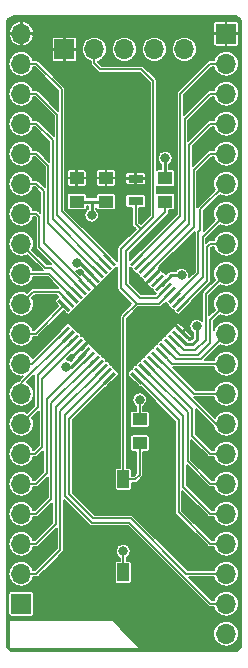
<source format=gtl>
G04 #@! TF.GenerationSoftware,KiCad,Pcbnew,(5.0.0)*
G04 #@! TF.CreationDate,2018-08-22T23:15:02+02:00*
G04 #@! TF.ProjectId,SAML_BreakoutBoard,53414D4C5F427265616B6F7574426F61,rev?*
G04 #@! TF.SameCoordinates,Original*
G04 #@! TF.FileFunction,Copper,L1,Top,Signal*
G04 #@! TF.FilePolarity,Positive*
%FSLAX46Y46*%
G04 Gerber Fmt 4.6, Leading zero omitted, Abs format (unit mm)*
G04 Created by KiCad (PCBNEW (5.0.0)) date 08/22/18 23:15:02*
%MOMM*%
%LPD*%
G01*
G04 APERTURE LIST*
G04 #@! TA.AperFunction,ComponentPad*
%ADD10O,1.700000X1.700000*%
G04 #@! TD*
G04 #@! TA.AperFunction,ComponentPad*
%ADD11R,1.700000X1.700000*%
G04 #@! TD*
G04 #@! TA.AperFunction,SMDPad,CuDef*
%ADD12C,0.250000*%
G04 #@! TD*
G04 #@! TA.AperFunction,Conductor*
%ADD13C,0.100000*%
G04 #@! TD*
G04 #@! TA.AperFunction,SMDPad,CuDef*
%ADD14R,1.250000X1.000000*%
G04 #@! TD*
G04 #@! TA.AperFunction,SMDPad,CuDef*
%ADD15R,1.300000X0.700000*%
G04 #@! TD*
G04 #@! TA.AperFunction,SMDPad,CuDef*
%ADD16R,1.000000X1.500000*%
G04 #@! TD*
G04 #@! TA.AperFunction,ViaPad*
%ADD17C,0.800000*%
G04 #@! TD*
G04 #@! TA.AperFunction,Conductor*
%ADD18C,0.254000*%
G04 #@! TD*
G04 #@! TA.AperFunction,Conductor*
%ADD19C,0.152400*%
G04 #@! TD*
G04 APERTURE END LIST*
D10*
G04 #@! TO.P,J1,21*
G04 #@! TO.N,GND*
X131640000Y-137160000D03*
G04 #@! TO.P,J1,20*
G04 #@! TO.N,Net-(J1-Pad20)*
X131640000Y-134620000D03*
G04 #@! TO.P,J1,19*
G04 #@! TO.N,Net-(J1-Pad19)*
X131640000Y-132080000D03*
G04 #@! TO.P,J1,18*
G04 #@! TO.N,Net-(J1-Pad18)*
X131640000Y-129540000D03*
G04 #@! TO.P,J1,17*
G04 #@! TO.N,Net-(J1-Pad17)*
X131640000Y-127000000D03*
G04 #@! TO.P,J1,16*
G04 #@! TO.N,Net-(J1-Pad16)*
X131640000Y-124460000D03*
G04 #@! TO.P,J1,15*
G04 #@! TO.N,Net-(J1-Pad15)*
X131640000Y-121920000D03*
G04 #@! TO.P,J1,14*
G04 #@! TO.N,Net-(J1-Pad14)*
X131640000Y-119380000D03*
G04 #@! TO.P,J1,13*
G04 #@! TO.N,Net-(J1-Pad13)*
X131640000Y-116840000D03*
G04 #@! TO.P,J1,12*
G04 #@! TO.N,Net-(J1-Pad12)*
X131640000Y-114300000D03*
G04 #@! TO.P,J1,11*
G04 #@! TO.N,Net-(J1-Pad11)*
X131640000Y-111760000D03*
G04 #@! TO.P,J1,10*
G04 #@! TO.N,Net-(J1-Pad10)*
X131640000Y-109220000D03*
G04 #@! TO.P,J1,9*
G04 #@! TO.N,Net-(J1-Pad9)*
X131640000Y-106680000D03*
G04 #@! TO.P,J1,8*
G04 #@! TO.N,Net-(J1-Pad8)*
X131640000Y-104140000D03*
G04 #@! TO.P,J1,7*
G04 #@! TO.N,Net-(J1-Pad7)*
X131640000Y-101600000D03*
G04 #@! TO.P,J1,6*
G04 #@! TO.N,Net-(J1-Pad6)*
X131640000Y-99060000D03*
G04 #@! TO.P,J1,5*
G04 #@! TO.N,/SWCLK*
X131640000Y-96520000D03*
G04 #@! TO.P,J1,4*
G04 #@! TO.N,/SWDIO*
X131640000Y-93980000D03*
G04 #@! TO.P,J1,3*
G04 #@! TO.N,Net-(J1-Pad3)*
X131640000Y-91440000D03*
G04 #@! TO.P,J1,2*
G04 #@! TO.N,Net-(J1-Pad2)*
X131640000Y-88900000D03*
D11*
G04 #@! TO.P,J1,1*
G04 #@! TO.N,VCC*
X131640000Y-86360000D03*
G04 #@! TD*
D10*
G04 #@! TO.P,J2,20*
G04 #@! TO.N,VCC*
X114300000Y-86360000D03*
G04 #@! TO.P,J2,19*
G04 #@! TO.N,Net-(J2-Pad19)*
X114300000Y-88900000D03*
G04 #@! TO.P,J2,18*
G04 #@! TO.N,Net-(J2-Pad18)*
X114300000Y-91440000D03*
G04 #@! TO.P,J2,17*
G04 #@! TO.N,Net-(J2-Pad17)*
X114300000Y-93980000D03*
G04 #@! TO.P,J2,16*
G04 #@! TO.N,Net-(J2-Pad16)*
X114300000Y-96520000D03*
G04 #@! TO.P,J2,15*
G04 #@! TO.N,Net-(J2-Pad15)*
X114300000Y-99060000D03*
G04 #@! TO.P,J2,14*
G04 #@! TO.N,Net-(J2-Pad14)*
X114300000Y-101600000D03*
G04 #@! TO.P,J2,13*
G04 #@! TO.N,Net-(J2-Pad13)*
X114300000Y-104140000D03*
G04 #@! TO.P,J2,12*
G04 #@! TO.N,Net-(J2-Pad12)*
X114300000Y-106680000D03*
G04 #@! TO.P,J2,11*
G04 #@! TO.N,Net-(J2-Pad11)*
X114300000Y-109220000D03*
G04 #@! TO.P,J2,10*
G04 #@! TO.N,Net-(J2-Pad10)*
X114300000Y-111760000D03*
G04 #@! TO.P,J2,9*
G04 #@! TO.N,Net-(J2-Pad9)*
X114300000Y-114300000D03*
G04 #@! TO.P,J2,8*
G04 #@! TO.N,Net-(J2-Pad8)*
X114300000Y-116840000D03*
G04 #@! TO.P,J2,7*
G04 #@! TO.N,Net-(J2-Pad7)*
X114300000Y-119380000D03*
G04 #@! TO.P,J2,6*
G04 #@! TO.N,Net-(J2-Pad6)*
X114300000Y-121920000D03*
G04 #@! TO.P,J2,5*
G04 #@! TO.N,Net-(J2-Pad5)*
X114300000Y-124460000D03*
G04 #@! TO.P,J2,4*
G04 #@! TO.N,Net-(J2-Pad4)*
X114300000Y-127000000D03*
G04 #@! TO.P,J2,3*
G04 #@! TO.N,Net-(J2-Pad3)*
X114300000Y-129540000D03*
G04 #@! TO.P,J2,2*
G04 #@! TO.N,Net-(J2-Pad2)*
X114300000Y-132080000D03*
D11*
G04 #@! TO.P,J2,1*
G04 #@! TO.N,GND*
X114300000Y-134620000D03*
G04 #@! TD*
D10*
G04 #@! TO.P,J3,5*
G04 #@! TO.N,GND*
X128117600Y-87680800D03*
G04 #@! TO.P,J3,4*
G04 #@! TO.N,/SWDIO*
X125577600Y-87680800D03*
G04 #@! TO.P,J3,3*
G04 #@! TO.N,/SWCLK*
X123037600Y-87680800D03*
G04 #@! TO.P,J3,2*
G04 #@! TO.N,/~RST*
X120497600Y-87680800D03*
D11*
G04 #@! TO.P,J3,1*
G04 #@! TO.N,VCC*
X117957600Y-87680800D03*
G04 #@! TD*
D12*
G04 #@! TO.P,U1,48*
G04 #@! TO.N,Net-(J1-Pad2)*
X124067371Y-105469542D03*
D13*
G04 #@! TD*
G04 #@! TO.N,Net-(J1-Pad2)*
G04 #@! TO.C,U1*
G36*
X123696140Y-106017550D02*
X123519363Y-105840773D01*
X124438602Y-104921534D01*
X124615379Y-105098311D01*
X123696140Y-106017550D01*
X123696140Y-106017550D01*
G37*
D12*
G04 #@! TO.P,U1,47*
G04 #@! TO.N,Net-(J1-Pad3)*
X124420924Y-105823095D03*
D13*
G04 #@! TD*
G04 #@! TO.N,Net-(J1-Pad3)*
G04 #@! TO.C,U1*
G36*
X124049693Y-106371103D02*
X123872916Y-106194326D01*
X124792155Y-105275087D01*
X124968932Y-105451864D01*
X124049693Y-106371103D01*
X124049693Y-106371103D01*
G37*
D12*
G04 #@! TO.P,U1,46*
G04 #@! TO.N,/SWDIO*
X124774478Y-106176649D03*
D13*
G04 #@! TD*
G04 #@! TO.N,/SWDIO*
G04 #@! TO.C,U1*
G36*
X124403247Y-106724657D02*
X124226470Y-106547880D01*
X125145709Y-105628641D01*
X125322486Y-105805418D01*
X124403247Y-106724657D01*
X124403247Y-106724657D01*
G37*
D12*
G04 #@! TO.P,U1,45*
G04 #@! TO.N,/SWCLK*
X125128031Y-106530202D03*
D13*
G04 #@! TD*
G04 #@! TO.N,/SWCLK*
G04 #@! TO.C,U1*
G36*
X124756800Y-107078210D02*
X124580023Y-106901433D01*
X125499262Y-105982194D01*
X125676039Y-106158971D01*
X124756800Y-107078210D01*
X124756800Y-107078210D01*
G37*
D12*
G04 #@! TO.P,U1,44*
G04 #@! TO.N,VCC*
X125481584Y-106883755D03*
D13*
G04 #@! TD*
G04 #@! TO.N,VCC*
G04 #@! TO.C,U1*
G36*
X125110353Y-107431763D02*
X124933576Y-107254986D01*
X125852815Y-106335747D01*
X126029592Y-106512524D01*
X125110353Y-107431763D01*
X125110353Y-107431763D01*
G37*
D12*
G04 #@! TO.P,U1,43*
G04 #@! TO.N,Net-(U1-Pad43)*
X125835138Y-107237309D03*
D13*
G04 #@! TD*
G04 #@! TO.N,Net-(U1-Pad43)*
G04 #@! TO.C,U1*
G36*
X125463907Y-107785317D02*
X125287130Y-107608540D01*
X126206369Y-106689301D01*
X126383146Y-106866078D01*
X125463907Y-107785317D01*
X125463907Y-107785317D01*
G37*
D12*
G04 #@! TO.P,U1,42*
G04 #@! TO.N,GND*
X126188691Y-107590862D03*
D13*
G04 #@! TD*
G04 #@! TO.N,GND*
G04 #@! TO.C,U1*
G36*
X125817460Y-108138870D02*
X125640683Y-107962093D01*
X126559922Y-107042854D01*
X126736699Y-107219631D01*
X125817460Y-108138870D01*
X125817460Y-108138870D01*
G37*
D12*
G04 #@! TO.P,U1,41*
G04 #@! TO.N,Net-(C2-Pad1)*
X126542245Y-107944416D03*
D13*
G04 #@! TD*
G04 #@! TO.N,Net-(C2-Pad1)*
G04 #@! TO.C,U1*
G36*
X126171014Y-108492424D02*
X125994237Y-108315647D01*
X126913476Y-107396408D01*
X127090253Y-107573185D01*
X126171014Y-108492424D01*
X126171014Y-108492424D01*
G37*
D12*
G04 #@! TO.P,U1,40*
G04 #@! TO.N,/~RST*
X126895798Y-108297969D03*
D13*
G04 #@! TD*
G04 #@! TO.N,/~RST*
G04 #@! TO.C,U1*
G36*
X126524567Y-108845977D02*
X126347790Y-108669200D01*
X127267029Y-107749961D01*
X127443806Y-107926738D01*
X126524567Y-108845977D01*
X126524567Y-108845977D01*
G37*
D12*
G04 #@! TO.P,U1,39*
G04 #@! TO.N,Net-(J1-Pad6)*
X127249351Y-108651522D03*
D13*
G04 #@! TD*
G04 #@! TO.N,Net-(J1-Pad6)*
G04 #@! TO.C,U1*
G36*
X126878120Y-109199530D02*
X126701343Y-109022753D01*
X127620582Y-108103514D01*
X127797359Y-108280291D01*
X126878120Y-109199530D01*
X126878120Y-109199530D01*
G37*
D12*
G04 #@! TO.P,U1,38*
G04 #@! TO.N,Net-(J1-Pad7)*
X127602905Y-109005076D03*
D13*
G04 #@! TD*
G04 #@! TO.N,Net-(J1-Pad7)*
G04 #@! TO.C,U1*
G36*
X127231674Y-109553084D02*
X127054897Y-109376307D01*
X127974136Y-108457068D01*
X128150913Y-108633845D01*
X127231674Y-109553084D01*
X127231674Y-109553084D01*
G37*
D12*
G04 #@! TO.P,U1,37*
G04 #@! TO.N,Net-(J1-Pad8)*
X127956458Y-109358629D03*
D13*
G04 #@! TD*
G04 #@! TO.N,Net-(J1-Pad8)*
G04 #@! TO.C,U1*
G36*
X127585227Y-109906637D02*
X127408450Y-109729860D01*
X128327689Y-108810621D01*
X128504466Y-108987398D01*
X127585227Y-109906637D01*
X127585227Y-109906637D01*
G37*
D12*
G04 #@! TO.P,U1,36*
G04 #@! TO.N,VCC*
X127956458Y-111621371D03*
D13*
G04 #@! TD*
G04 #@! TO.N,VCC*
G04 #@! TO.C,U1*
G36*
X127408450Y-111250140D02*
X127585227Y-111073363D01*
X128504466Y-111992602D01*
X128327689Y-112169379D01*
X127408450Y-111250140D01*
X127408450Y-111250140D01*
G37*
D12*
G04 #@! TO.P,U1,35*
G04 #@! TO.N,GND*
X127602905Y-111974924D03*
D13*
G04 #@! TD*
G04 #@! TO.N,GND*
G04 #@! TO.C,U1*
G36*
X127054897Y-111603693D02*
X127231674Y-111426916D01*
X128150913Y-112346155D01*
X127974136Y-112522932D01*
X127054897Y-111603693D01*
X127054897Y-111603693D01*
G37*
D12*
G04 #@! TO.P,U1,34*
G04 #@! TO.N,Net-(J1-Pad9)*
X127249351Y-112328478D03*
D13*
G04 #@! TD*
G04 #@! TO.N,Net-(J1-Pad9)*
G04 #@! TO.C,U1*
G36*
X126701343Y-111957247D02*
X126878120Y-111780470D01*
X127797359Y-112699709D01*
X127620582Y-112876486D01*
X126701343Y-111957247D01*
X126701343Y-111957247D01*
G37*
D12*
G04 #@! TO.P,U1,33*
G04 #@! TO.N,Net-(J1-Pad10)*
X126895798Y-112682031D03*
D13*
G04 #@! TD*
G04 #@! TO.N,Net-(J1-Pad10)*
G04 #@! TO.C,U1*
G36*
X126347790Y-112310800D02*
X126524567Y-112134023D01*
X127443806Y-113053262D01*
X127267029Y-113230039D01*
X126347790Y-112310800D01*
X126347790Y-112310800D01*
G37*
D12*
G04 #@! TO.P,U1,32*
G04 #@! TO.N,Net-(J1-Pad11)*
X126542245Y-113035584D03*
D13*
G04 #@! TD*
G04 #@! TO.N,Net-(J1-Pad11)*
G04 #@! TO.C,U1*
G36*
X125994237Y-112664353D02*
X126171014Y-112487576D01*
X127090253Y-113406815D01*
X126913476Y-113583592D01*
X125994237Y-112664353D01*
X125994237Y-112664353D01*
G37*
D12*
G04 #@! TO.P,U1,31*
G04 #@! TO.N,Net-(J1-Pad12)*
X126188691Y-113389138D03*
D13*
G04 #@! TD*
G04 #@! TO.N,Net-(J1-Pad12)*
G04 #@! TO.C,U1*
G36*
X125640683Y-113017907D02*
X125817460Y-112841130D01*
X126736699Y-113760369D01*
X126559922Y-113937146D01*
X125640683Y-113017907D01*
X125640683Y-113017907D01*
G37*
D12*
G04 #@! TO.P,U1,30*
G04 #@! TO.N,Net-(J1-Pad13)*
X125835138Y-113742691D03*
D13*
G04 #@! TD*
G04 #@! TO.N,Net-(J1-Pad13)*
G04 #@! TO.C,U1*
G36*
X125287130Y-113371460D02*
X125463907Y-113194683D01*
X126383146Y-114113922D01*
X126206369Y-114290699D01*
X125287130Y-113371460D01*
X125287130Y-113371460D01*
G37*
D12*
G04 #@! TO.P,U1,29*
G04 #@! TO.N,Net-(J1-Pad14)*
X125481584Y-114096245D03*
D13*
G04 #@! TD*
G04 #@! TO.N,Net-(J1-Pad14)*
G04 #@! TO.C,U1*
G36*
X124933576Y-113725014D02*
X125110353Y-113548237D01*
X126029592Y-114467476D01*
X125852815Y-114644253D01*
X124933576Y-113725014D01*
X124933576Y-113725014D01*
G37*
D12*
G04 #@! TO.P,U1,28*
G04 #@! TO.N,Net-(J1-Pad15)*
X125128031Y-114449798D03*
D13*
G04 #@! TD*
G04 #@! TO.N,Net-(J1-Pad15)*
G04 #@! TO.C,U1*
G36*
X124580023Y-114078567D02*
X124756800Y-113901790D01*
X125676039Y-114821029D01*
X125499262Y-114997806D01*
X124580023Y-114078567D01*
X124580023Y-114078567D01*
G37*
D12*
G04 #@! TO.P,U1,27*
G04 #@! TO.N,Net-(J1-Pad16)*
X124774478Y-114803351D03*
D13*
G04 #@! TD*
G04 #@! TO.N,Net-(J1-Pad16)*
G04 #@! TO.C,U1*
G36*
X124226470Y-114432120D02*
X124403247Y-114255343D01*
X125322486Y-115174582D01*
X125145709Y-115351359D01*
X124226470Y-114432120D01*
X124226470Y-114432120D01*
G37*
D12*
G04 #@! TO.P,U1,26*
G04 #@! TO.N,Net-(J1-Pad17)*
X124420924Y-115156905D03*
D13*
G04 #@! TD*
G04 #@! TO.N,Net-(J1-Pad17)*
G04 #@! TO.C,U1*
G36*
X123872916Y-114785674D02*
X124049693Y-114608897D01*
X124968932Y-115528136D01*
X124792155Y-115704913D01*
X123872916Y-114785674D01*
X123872916Y-114785674D01*
G37*
D12*
G04 #@! TO.P,U1,25*
G04 #@! TO.N,Net-(J1-Pad18)*
X124067371Y-115510458D03*
D13*
G04 #@! TD*
G04 #@! TO.N,Net-(J1-Pad18)*
G04 #@! TO.C,U1*
G36*
X123519363Y-115139227D02*
X123696140Y-114962450D01*
X124615379Y-115881689D01*
X124438602Y-116058466D01*
X123519363Y-115139227D01*
X123519363Y-115139227D01*
G37*
D12*
G04 #@! TO.P,U1,24*
G04 #@! TO.N,Net-(J1-Pad19)*
X121804629Y-115510458D03*
D13*
G04 #@! TD*
G04 #@! TO.N,Net-(J1-Pad19)*
G04 #@! TO.C,U1*
G36*
X121433398Y-116058466D02*
X121256621Y-115881689D01*
X122175860Y-114962450D01*
X122352637Y-115139227D01*
X121433398Y-116058466D01*
X121433398Y-116058466D01*
G37*
D12*
G04 #@! TO.P,U1,23*
G04 #@! TO.N,Net-(J1-Pad20)*
X121451076Y-115156905D03*
D13*
G04 #@! TD*
G04 #@! TO.N,Net-(J1-Pad20)*
G04 #@! TO.C,U1*
G36*
X121079845Y-115704913D02*
X120903068Y-115528136D01*
X121822307Y-114608897D01*
X121999084Y-114785674D01*
X121079845Y-115704913D01*
X121079845Y-115704913D01*
G37*
D12*
G04 #@! TO.P,U1,22*
G04 #@! TO.N,Net-(J2-Pad2)*
X121097522Y-114803351D03*
D13*
G04 #@! TD*
G04 #@! TO.N,Net-(J2-Pad2)*
G04 #@! TO.C,U1*
G36*
X120726291Y-115351359D02*
X120549514Y-115174582D01*
X121468753Y-114255343D01*
X121645530Y-114432120D01*
X120726291Y-115351359D01*
X120726291Y-115351359D01*
G37*
D12*
G04 #@! TO.P,U1,21*
G04 #@! TO.N,Net-(J2-Pad3)*
X120743969Y-114449798D03*
D13*
G04 #@! TD*
G04 #@! TO.N,Net-(J2-Pad3)*
G04 #@! TO.C,U1*
G36*
X120372738Y-114997806D02*
X120195961Y-114821029D01*
X121115200Y-113901790D01*
X121291977Y-114078567D01*
X120372738Y-114997806D01*
X120372738Y-114997806D01*
G37*
D12*
G04 #@! TO.P,U1,20*
G04 #@! TO.N,Net-(J2-Pad4)*
X120390416Y-114096245D03*
D13*
G04 #@! TD*
G04 #@! TO.N,Net-(J2-Pad4)*
G04 #@! TO.C,U1*
G36*
X120019185Y-114644253D02*
X119842408Y-114467476D01*
X120761647Y-113548237D01*
X120938424Y-113725014D01*
X120019185Y-114644253D01*
X120019185Y-114644253D01*
G37*
D12*
G04 #@! TO.P,U1,19*
G04 #@! TO.N,Net-(J2-Pad5)*
X120036862Y-113742691D03*
D13*
G04 #@! TD*
G04 #@! TO.N,Net-(J2-Pad5)*
G04 #@! TO.C,U1*
G36*
X119665631Y-114290699D02*
X119488854Y-114113922D01*
X120408093Y-113194683D01*
X120584870Y-113371460D01*
X119665631Y-114290699D01*
X119665631Y-114290699D01*
G37*
D12*
G04 #@! TO.P,U1,18*
G04 #@! TO.N,GND*
X119683309Y-113389138D03*
D13*
G04 #@! TD*
G04 #@! TO.N,GND*
G04 #@! TO.C,U1*
G36*
X119312078Y-113937146D02*
X119135301Y-113760369D01*
X120054540Y-112841130D01*
X120231317Y-113017907D01*
X119312078Y-113937146D01*
X119312078Y-113937146D01*
G37*
D12*
G04 #@! TO.P,U1,17*
G04 #@! TO.N,VCC*
X119329755Y-113035584D03*
D13*
G04 #@! TD*
G04 #@! TO.N,VCC*
G04 #@! TO.C,U1*
G36*
X118958524Y-113583592D02*
X118781747Y-113406815D01*
X119700986Y-112487576D01*
X119877763Y-112664353D01*
X118958524Y-113583592D01*
X118958524Y-113583592D01*
G37*
D12*
G04 #@! TO.P,U1,16*
G04 #@! TO.N,Net-(J2-Pad6)*
X118976202Y-112682031D03*
D13*
G04 #@! TD*
G04 #@! TO.N,Net-(J2-Pad6)*
G04 #@! TO.C,U1*
G36*
X118604971Y-113230039D02*
X118428194Y-113053262D01*
X119347433Y-112134023D01*
X119524210Y-112310800D01*
X118604971Y-113230039D01*
X118604971Y-113230039D01*
G37*
D12*
G04 #@! TO.P,U1,15*
G04 #@! TO.N,Net-(J2-Pad7)*
X118622649Y-112328478D03*
D13*
G04 #@! TD*
G04 #@! TO.N,Net-(J2-Pad7)*
G04 #@! TO.C,U1*
G36*
X118251418Y-112876486D02*
X118074641Y-112699709D01*
X118993880Y-111780470D01*
X119170657Y-111957247D01*
X118251418Y-112876486D01*
X118251418Y-112876486D01*
G37*
D12*
G04 #@! TO.P,U1,14*
G04 #@! TO.N,Net-(J2-Pad8)*
X118269095Y-111974924D03*
D13*
G04 #@! TD*
G04 #@! TO.N,Net-(J2-Pad8)*
G04 #@! TO.C,U1*
G36*
X117897864Y-112522932D02*
X117721087Y-112346155D01*
X118640326Y-111426916D01*
X118817103Y-111603693D01*
X117897864Y-112522932D01*
X117897864Y-112522932D01*
G37*
D12*
G04 #@! TO.P,U1,13*
G04 #@! TO.N,Net-(J2-Pad9)*
X117915542Y-111621371D03*
D13*
G04 #@! TD*
G04 #@! TO.N,Net-(J2-Pad9)*
G04 #@! TO.C,U1*
G36*
X117544311Y-112169379D02*
X117367534Y-111992602D01*
X118286773Y-111073363D01*
X118463550Y-111250140D01*
X117544311Y-112169379D01*
X117544311Y-112169379D01*
G37*
D12*
G04 #@! TO.P,U1,12*
G04 #@! TO.N,Net-(J2-Pad10)*
X117915542Y-109358629D03*
D13*
G04 #@! TD*
G04 #@! TO.N,Net-(J2-Pad10)*
G04 #@! TO.C,U1*
G36*
X117367534Y-108987398D02*
X117544311Y-108810621D01*
X118463550Y-109729860D01*
X118286773Y-109906637D01*
X117367534Y-108987398D01*
X117367534Y-108987398D01*
G37*
D12*
G04 #@! TO.P,U1,11*
G04 #@! TO.N,Net-(J2-Pad11)*
X118269095Y-109005076D03*
D13*
G04 #@! TD*
G04 #@! TO.N,Net-(J2-Pad11)*
G04 #@! TO.C,U1*
G36*
X117721087Y-108633845D02*
X117897864Y-108457068D01*
X118817103Y-109376307D01*
X118640326Y-109553084D01*
X117721087Y-108633845D01*
X117721087Y-108633845D01*
G37*
D12*
G04 #@! TO.P,U1,10*
G04 #@! TO.N,Net-(J2-Pad12)*
X118622649Y-108651522D03*
D13*
G04 #@! TD*
G04 #@! TO.N,Net-(J2-Pad12)*
G04 #@! TO.C,U1*
G36*
X118074641Y-108280291D02*
X118251418Y-108103514D01*
X119170657Y-109022753D01*
X118993880Y-109199530D01*
X118074641Y-108280291D01*
X118074641Y-108280291D01*
G37*
D12*
G04 #@! TO.P,U1,9*
G04 #@! TO.N,Net-(J2-Pad13)*
X118976202Y-108297969D03*
D13*
G04 #@! TD*
G04 #@! TO.N,Net-(J2-Pad13)*
G04 #@! TO.C,U1*
G36*
X118428194Y-107926738D02*
X118604971Y-107749961D01*
X119524210Y-108669200D01*
X119347433Y-108845977D01*
X118428194Y-107926738D01*
X118428194Y-107926738D01*
G37*
D12*
G04 #@! TO.P,U1,8*
G04 #@! TO.N,Net-(J2-Pad14)*
X119329755Y-107944416D03*
D13*
G04 #@! TD*
G04 #@! TO.N,Net-(J2-Pad14)*
G04 #@! TO.C,U1*
G36*
X118781747Y-107573185D02*
X118958524Y-107396408D01*
X119877763Y-108315647D01*
X119700986Y-108492424D01*
X118781747Y-107573185D01*
X118781747Y-107573185D01*
G37*
D12*
G04 #@! TO.P,U1,7*
G04 #@! TO.N,Net-(J2-Pad15)*
X119683309Y-107590862D03*
D13*
G04 #@! TD*
G04 #@! TO.N,Net-(J2-Pad15)*
G04 #@! TO.C,U1*
G36*
X119135301Y-107219631D02*
X119312078Y-107042854D01*
X120231317Y-107962093D01*
X120054540Y-108138870D01*
X119135301Y-107219631D01*
X119135301Y-107219631D01*
G37*
D12*
G04 #@! TO.P,U1,6*
G04 #@! TO.N,VCC*
X120036862Y-107237309D03*
D13*
G04 #@! TD*
G04 #@! TO.N,VCC*
G04 #@! TO.C,U1*
G36*
X119488854Y-106866078D02*
X119665631Y-106689301D01*
X120584870Y-107608540D01*
X120408093Y-107785317D01*
X119488854Y-106866078D01*
X119488854Y-106866078D01*
G37*
D12*
G04 #@! TO.P,U1,5*
G04 #@! TO.N,GND*
X120390416Y-106883755D03*
D13*
G04 #@! TD*
G04 #@! TO.N,GND*
G04 #@! TO.C,U1*
G36*
X119842408Y-106512524D02*
X120019185Y-106335747D01*
X120938424Y-107254986D01*
X120761647Y-107431763D01*
X119842408Y-106512524D01*
X119842408Y-106512524D01*
G37*
D12*
G04 #@! TO.P,U1,4*
G04 #@! TO.N,Net-(J2-Pad16)*
X120743969Y-106530202D03*
D13*
G04 #@! TD*
G04 #@! TO.N,Net-(J2-Pad16)*
G04 #@! TO.C,U1*
G36*
X120195961Y-106158971D02*
X120372738Y-105982194D01*
X121291977Y-106901433D01*
X121115200Y-107078210D01*
X120195961Y-106158971D01*
X120195961Y-106158971D01*
G37*
D12*
G04 #@! TO.P,U1,3*
G04 #@! TO.N,Net-(J2-Pad17)*
X121097522Y-106176649D03*
D13*
G04 #@! TD*
G04 #@! TO.N,Net-(J2-Pad17)*
G04 #@! TO.C,U1*
G36*
X120549514Y-105805418D02*
X120726291Y-105628641D01*
X121645530Y-106547880D01*
X121468753Y-106724657D01*
X120549514Y-105805418D01*
X120549514Y-105805418D01*
G37*
D12*
G04 #@! TO.P,U1,2*
G04 #@! TO.N,Net-(J2-Pad18)*
X121451076Y-105823095D03*
D13*
G04 #@! TD*
G04 #@! TO.N,Net-(J2-Pad18)*
G04 #@! TO.C,U1*
G36*
X120903068Y-105451864D02*
X121079845Y-105275087D01*
X121999084Y-106194326D01*
X121822307Y-106371103D01*
X120903068Y-105451864D01*
X120903068Y-105451864D01*
G37*
D12*
G04 #@! TO.P,U1,1*
G04 #@! TO.N,Net-(J2-Pad19)*
X121804629Y-105469542D03*
D13*
G04 #@! TD*
G04 #@! TO.N,Net-(J2-Pad19)*
G04 #@! TO.C,U1*
G36*
X121256621Y-105098311D02*
X121433398Y-104921534D01*
X122352637Y-105840773D01*
X122175860Y-106017550D01*
X121256621Y-105098311D01*
X121256621Y-105098311D01*
G37*
D14*
G04 #@! TO.P,C1,1*
G04 #@! TO.N,/~RST*
X124333000Y-121015000D03*
G04 #@! TO.P,C1,2*
G04 #@! TO.N,GND*
X124333000Y-119015000D03*
G04 #@! TD*
G04 #@! TO.P,C2,2*
G04 #@! TO.N,GND*
X126492000Y-98568000D03*
G04 #@! TO.P,C2,1*
G04 #@! TO.N,Net-(C2-Pad1)*
X126492000Y-100568000D03*
G04 #@! TD*
G04 #@! TO.P,C3,2*
G04 #@! TO.N,GND*
X121476666Y-100568000D03*
G04 #@! TO.P,C3,1*
G04 #@! TO.N,VCC*
X121476666Y-98568000D03*
G04 #@! TD*
G04 #@! TO.P,C4,1*
G04 #@! TO.N,VCC*
X118999000Y-98568000D03*
G04 #@! TO.P,C4,2*
G04 #@! TO.N,GND*
X118999000Y-100568000D03*
G04 #@! TD*
D15*
G04 #@! TO.P,R1,2*
G04 #@! TO.N,/~RST*
X123984332Y-100518000D03*
G04 #@! TO.P,R1,1*
G04 #@! TO.N,VCC*
X123984332Y-98618000D03*
G04 #@! TD*
D16*
G04 #@! TO.P,SW1,1*
G04 #@! TO.N,/~RST*
X122936000Y-124066000D03*
G04 #@! TO.P,SW1,2*
G04 #@! TO.N,GND*
X122936000Y-131966000D03*
G04 #@! TD*
D17*
G04 #@! TO.N,GND*
X118999000Y-105791000D03*
X118110000Y-114554000D03*
X120269000Y-101727000D03*
X126492000Y-96901000D03*
X127889000Y-106807000D03*
X129159000Y-111125000D03*
X122936000Y-130175000D03*
X124333000Y-117348000D03*
G04 #@! TO.N,VCC*
X124587000Y-107950000D03*
X121666000Y-107950000D03*
X126174500Y-110045500D03*
G04 #@! TD*
D18*
G04 #@! TO.N,GND*
X120390416Y-106883755D02*
X119297661Y-105791000D01*
X119297661Y-105791000D02*
X118999000Y-105791000D01*
X119683309Y-113389138D02*
X118518447Y-114554000D01*
X118518447Y-114554000D02*
X118110000Y-114554000D01*
X120269000Y-100568000D02*
X120269000Y-101727000D01*
X118999000Y-100568000D02*
X120269000Y-100568000D01*
X120269000Y-100568000D02*
X121476666Y-100568000D01*
X126492000Y-98568000D02*
X126492000Y-96901000D01*
X126188691Y-107590862D02*
X126972553Y-106807000D01*
X126972553Y-106807000D02*
X127889000Y-106807000D01*
X129159000Y-112268000D02*
X129159000Y-111125000D01*
X128778000Y-112649000D02*
X129159000Y-112268000D01*
X127602905Y-111974924D02*
X128276981Y-112649000D01*
X128276981Y-112649000D02*
X128778000Y-112649000D01*
D19*
X122936000Y-131966000D02*
X122936000Y-130175000D01*
X124333000Y-119015000D02*
X124333000Y-117348000D01*
G04 #@! TO.N,Net-(C2-Pad1)*
X125774661Y-108712000D02*
X126542245Y-107944416D01*
X124333000Y-108712000D02*
X125774661Y-108712000D01*
X123190000Y-107569000D02*
X124333000Y-108712000D01*
X123190000Y-104775000D02*
X123190000Y-107569000D01*
X126492000Y-100568000D02*
X126492000Y-101473000D01*
X126492000Y-101473000D02*
X123190000Y-104775000D01*
G04 #@! TO.N,VCC*
X124587000Y-107778339D02*
X125481584Y-106883755D01*
X124587000Y-107950000D02*
X124587000Y-107778339D01*
D18*
X120749553Y-107950000D02*
X120036862Y-107237309D01*
X121666000Y-107950000D02*
X120749553Y-107950000D01*
X120749553Y-111615786D02*
X120749553Y-107950000D01*
X119329755Y-113035584D02*
X120749553Y-111615786D01*
D19*
X126380587Y-110045500D02*
X126174500Y-110045500D01*
X127956458Y-111621371D02*
X126380587Y-110045500D01*
G04 #@! TO.N,Net-(J1-Pad20)*
X130302000Y-134620000D02*
X131640000Y-134620000D01*
X123444000Y-127762000D02*
X130302000Y-134620000D01*
X120269000Y-127762000D02*
X123444000Y-127762000D01*
X117983000Y-125476000D02*
X120269000Y-127762000D01*
X121451076Y-115156905D02*
X117983000Y-118624981D01*
X117983000Y-118624981D02*
X117983000Y-125476000D01*
G04 #@! TO.N,Net-(J1-Pad19)*
X118364000Y-118951087D02*
X121804629Y-115510458D01*
X118364000Y-125349000D02*
X118364000Y-118951087D01*
X120396000Y-127381000D02*
X118364000Y-125349000D01*
X123571000Y-127381000D02*
X120396000Y-127381000D01*
X131640000Y-132080000D02*
X128270000Y-132080000D01*
X128270000Y-132080000D02*
X123571000Y-127381000D01*
G04 #@! TO.N,Net-(J1-Pad18)*
X127635000Y-119078087D02*
X124067371Y-115510458D01*
X127635000Y-126873000D02*
X127635000Y-119078087D01*
X131640000Y-129540000D02*
X130302000Y-129540000D01*
X130302000Y-129540000D02*
X127635000Y-126873000D01*
G04 #@! TO.N,Net-(J1-Pad17)*
X124951253Y-115687234D02*
X124420924Y-115156905D01*
X128016000Y-118751981D02*
X124951253Y-115687234D01*
X128016000Y-124714000D02*
X128016000Y-118751981D01*
X131640000Y-127000000D02*
X130302000Y-127000000D01*
X130302000Y-127000000D02*
X128016000Y-124714000D01*
G04 #@! TO.N,Net-(J1-Pad16)*
X125304807Y-115333680D02*
X124774478Y-114803351D01*
X128397000Y-118425873D02*
X125304807Y-115333680D01*
X128397000Y-122555000D02*
X128397000Y-118425873D01*
X131640000Y-124460000D02*
X130302000Y-124460000D01*
X130302000Y-124460000D02*
X128397000Y-122555000D01*
G04 #@! TO.N,Net-(J1-Pad15)*
X125658360Y-114980127D02*
X125128031Y-114449798D01*
X128778000Y-118099767D02*
X125658360Y-114980127D01*
X128778000Y-120396000D02*
X128778000Y-118099767D01*
X131640000Y-121920000D02*
X130302000Y-121920000D01*
X130302000Y-121920000D02*
X128778000Y-120396000D01*
G04 #@! TO.N,Net-(J1-Pad14)*
X126011913Y-114626574D02*
X125481584Y-114096245D01*
X131640000Y-119380000D02*
X130765339Y-119380000D01*
X130765339Y-119380000D02*
X126011913Y-114626574D01*
G04 #@! TO.N,Net-(J1-Pad13)*
X128932447Y-116840000D02*
X125835138Y-113742691D01*
X131640000Y-116840000D02*
X128932447Y-116840000D01*
G04 #@! TO.N,Net-(J1-Pad12)*
X127099553Y-114300000D02*
X126188691Y-113389138D01*
X131640000Y-114300000D02*
X127099553Y-114300000D01*
G04 #@! TO.N,Net-(J1-Pad11)*
X129481000Y-113919000D02*
X127425661Y-113919000D01*
X131640000Y-111760000D02*
X129481000Y-113919000D01*
X127425661Y-113919000D02*
X126542245Y-113035584D01*
G04 #@! TO.N,Net-(J1-Pad10)*
X127751767Y-113538000D02*
X126895798Y-112682031D01*
X129286000Y-113538000D02*
X127751767Y-113538000D01*
X130302000Y-112522000D02*
X129286000Y-113538000D01*
X131640000Y-109220000D02*
X130302000Y-110558000D01*
X130302000Y-110558000D02*
X130302000Y-112522000D01*
G04 #@! TO.N,Net-(J1-Pad9)*
X128077873Y-113157000D02*
X127249351Y-112328478D01*
X129032000Y-113157000D02*
X128077873Y-113157000D01*
X129921000Y-112268000D02*
X129032000Y-113157000D01*
X131640000Y-106680000D02*
X129921000Y-108399000D01*
X129921000Y-108399000D02*
X129921000Y-112268000D01*
G04 #@! TO.N,Net-(J1-Pad8)*
X128486787Y-108828300D02*
X127956458Y-109358629D01*
X130048000Y-107267087D02*
X128486787Y-108828300D01*
X130048000Y-104394000D02*
X130048000Y-107267087D01*
X131640000Y-104140000D02*
X130302000Y-104140000D01*
X130302000Y-104140000D02*
X130048000Y-104394000D01*
G04 #@! TO.N,Net-(J1-Pad7)*
X128133234Y-108474747D02*
X127602905Y-109005076D01*
X131640000Y-101600000D02*
X129667000Y-103573000D01*
X129667000Y-103573000D02*
X129667000Y-106940981D01*
X129667000Y-106940981D02*
X128133234Y-108474747D01*
G04 #@! TO.N,Net-(J1-Pad6)*
X129286000Y-103162524D02*
X129286000Y-106614873D01*
X129463820Y-102984705D02*
X129286000Y-103162524D01*
X131640000Y-99060000D02*
X129463820Y-101236180D01*
X127779680Y-108121193D02*
X127249351Y-108651522D01*
X129463820Y-101236180D02*
X129463820Y-102984705D01*
X129286000Y-106614873D02*
X127779680Y-108121193D01*
G04 #@! TO.N,Net-(J1-Pad3)*
X128143000Y-102101019D02*
X124420924Y-105823095D01*
X128143000Y-93599000D02*
X128143000Y-102101019D01*
X131640000Y-91440000D02*
X130302000Y-91440000D01*
X130302000Y-91440000D02*
X128143000Y-93599000D01*
G04 #@! TO.N,Net-(J1-Pad2)*
X127762000Y-101774913D02*
X124067371Y-105469542D01*
X127762000Y-91440000D02*
X127762000Y-101774913D01*
X131640000Y-88900000D02*
X130302000Y-88900000D01*
X130302000Y-88900000D02*
X127762000Y-91440000D01*
G04 #@! TO.N,Net-(J2-Pad19)*
X117729000Y-101393913D02*
X121804629Y-105469542D01*
X117729000Y-91059000D02*
X117729000Y-101393913D01*
X114300000Y-88900000D02*
X115570000Y-88900000D01*
X115570000Y-88900000D02*
X117729000Y-91059000D01*
G04 #@! TO.N,Net-(J2-Pad18)*
X117348000Y-101720019D02*
X121451076Y-105823095D01*
X117348000Y-93218000D02*
X117348000Y-101720019D01*
X114300000Y-91440000D02*
X115570000Y-91440000D01*
X115570000Y-91440000D02*
X117348000Y-93218000D01*
G04 #@! TO.N,Net-(J2-Pad17)*
X120567193Y-105646320D02*
X121097522Y-106176649D01*
X116967000Y-102046127D02*
X120567193Y-105646320D01*
X116967000Y-95377000D02*
X116967000Y-102046127D01*
X114300000Y-93980000D02*
X115570000Y-93980000D01*
X115570000Y-93980000D02*
X116967000Y-95377000D01*
G04 #@! TO.N,Net-(J2-Pad16)*
X120213640Y-105999873D02*
X120743969Y-106530202D01*
X116586000Y-102372233D02*
X120213640Y-105999873D01*
X116586000Y-97536000D02*
X116586000Y-102372233D01*
X114300000Y-96520000D02*
X115570000Y-96520000D01*
X115570000Y-96520000D02*
X116586000Y-97536000D01*
G04 #@! TO.N,Net-(J2-Pad15)*
X119152980Y-107060533D02*
X119683309Y-107590862D01*
X116205000Y-104112553D02*
X119152980Y-107060533D01*
X116205000Y-99695000D02*
X116205000Y-104112553D01*
X114300000Y-99060000D02*
X115570000Y-99060000D01*
X115570000Y-99060000D02*
X116205000Y-99695000D01*
G04 #@! TO.N,Net-(J2-Pad14)*
X118799426Y-107414087D02*
X119329755Y-107944416D01*
X115824000Y-104438661D02*
X118799426Y-107414087D01*
X115824000Y-101854000D02*
X115824000Y-104438661D01*
X114300000Y-101600000D02*
X115570000Y-101600000D01*
X115570000Y-101600000D02*
X115824000Y-101854000D01*
G04 #@! TO.N,Net-(J2-Pad13)*
X118445873Y-107767640D02*
X118976202Y-108297969D01*
X116850233Y-106172000D02*
X118445873Y-107767640D01*
X114300000Y-104140000D02*
X116332000Y-106172000D01*
X116332000Y-106172000D02*
X116850233Y-106172000D01*
G04 #@! TO.N,Net-(J2-Pad12)*
X116651127Y-106680000D02*
X118622649Y-108651522D01*
X114300000Y-106680000D02*
X116651127Y-106680000D01*
G04 #@! TO.N,Net-(J2-Pad11)*
X117738766Y-108474747D02*
X118269095Y-109005076D01*
X117468019Y-108204000D02*
X117738766Y-108474747D01*
X114300000Y-109220000D02*
X115316000Y-108204000D01*
X115316000Y-108204000D02*
X117468019Y-108204000D01*
G04 #@! TO.N,Net-(J2-Pad10)*
X115514171Y-111760000D02*
X117915542Y-109358629D01*
X114300000Y-111760000D02*
X115514171Y-111760000D01*
G04 #@! TO.N,Net-(J2-Pad9)*
X115236913Y-114300000D02*
X117915542Y-111621371D01*
X114300000Y-114300000D02*
X115236913Y-114300000D01*
G04 #@! TO.N,Net-(J2-Pad8)*
X117738766Y-112505253D02*
X118269095Y-111974924D01*
X114300000Y-116840000D02*
X114300000Y-115944019D01*
X114300000Y-115944019D02*
X117738766Y-112505253D01*
G04 #@! TO.N,Net-(J2-Pad7)*
X118092320Y-112858807D02*
X118622649Y-112328478D01*
X115697000Y-115254127D02*
X118092320Y-112858807D01*
X114300000Y-119380000D02*
X115697000Y-117983000D01*
X115697000Y-117983000D02*
X115697000Y-115254127D01*
G04 #@! TO.N,Net-(J2-Pad6)*
X116078000Y-115580233D02*
X118976202Y-112682031D01*
X116078000Y-121344081D02*
X116078000Y-115580233D01*
X114300000Y-121920000D02*
X115502081Y-121920000D01*
X115502081Y-121920000D02*
X116078000Y-121344081D01*
G04 #@! TO.N,Net-(J2-Pad5)*
X119506533Y-114273020D02*
X120036862Y-113742691D01*
X116459000Y-117320553D02*
X119506533Y-114273020D01*
X116459000Y-123571000D02*
X116459000Y-117320553D01*
X114300000Y-124460000D02*
X115570000Y-124460000D01*
X115570000Y-124460000D02*
X116459000Y-123571000D01*
G04 #@! TO.N,Net-(J2-Pad4)*
X119860087Y-114626574D02*
X120390416Y-114096245D01*
X116840000Y-117646661D02*
X119860087Y-114626574D01*
X116840000Y-125730000D02*
X116840000Y-117646661D01*
X114300000Y-127000000D02*
X115570000Y-127000000D01*
X115570000Y-127000000D02*
X116840000Y-125730000D01*
G04 #@! TO.N,Net-(J2-Pad3)*
X120213640Y-114980127D02*
X120743969Y-114449798D01*
X117221000Y-117972767D02*
X120213640Y-114980127D01*
X117221000Y-127889000D02*
X117221000Y-117972767D01*
X114300000Y-129540000D02*
X115570000Y-129540000D01*
X115570000Y-129540000D02*
X117221000Y-127889000D01*
G04 #@! TO.N,Net-(J2-Pad2)*
X117602000Y-118298873D02*
X121097522Y-114803351D01*
X117602000Y-130048000D02*
X117602000Y-118298873D01*
X114300000Y-132080000D02*
X115570000Y-132080000D01*
X115570000Y-132080000D02*
X117602000Y-130048000D01*
G04 #@! TO.N,/~RST*
X126895798Y-108297969D02*
X125973767Y-109220000D01*
X125973767Y-109220000D02*
X124064854Y-109220000D01*
X122936000Y-110348854D02*
X124064854Y-109220000D01*
X122936000Y-124066000D02*
X122936000Y-120396000D01*
X122936000Y-120396000D02*
X122936000Y-110348854D01*
X123965000Y-124066000D02*
X122936000Y-124066000D01*
X124333000Y-121015000D02*
X124333000Y-123698000D01*
X124333000Y-123698000D02*
X123965000Y-124066000D01*
X124064854Y-109220000D02*
X122732800Y-107887946D01*
X122732800Y-107887946D02*
X122732800Y-104597200D01*
X123984332Y-102495932D02*
X123984332Y-100518000D01*
X124409200Y-102920800D02*
X123984332Y-102495932D01*
X122732800Y-104597200D02*
X124409200Y-102920800D01*
X120497600Y-88849200D02*
X120497600Y-87680800D01*
X121005600Y-89357200D02*
X120497600Y-88849200D01*
X124460000Y-89357200D02*
X121005600Y-89357200D01*
X125476000Y-90373200D02*
X124460000Y-89357200D01*
X124409200Y-102920800D02*
X125476000Y-101854000D01*
X125476000Y-101854000D02*
X125476000Y-90373200D01*
G04 #@! TO.N,/SWCLK*
X128905000Y-102753233D02*
X125128031Y-106530202D01*
X128905000Y-97917000D02*
X128905000Y-102753233D01*
X131640000Y-96520000D02*
X130302000Y-96520000D01*
X130302000Y-96520000D02*
X128905000Y-97917000D01*
G04 #@! TO.N,/SWDIO*
X128524000Y-102427127D02*
X124774478Y-106176649D01*
X128524000Y-95758000D02*
X128524000Y-102427127D01*
X131640000Y-93980000D02*
X130302000Y-93980000D01*
X130302000Y-93980000D02*
X128524000Y-95758000D01*
G04 #@! TD*
G04 #@! TO.N,VCC*
G36*
X132447423Y-84898177D02*
X132556524Y-84931117D01*
X132657150Y-84984620D01*
X132745468Y-85056651D01*
X132818110Y-85144461D01*
X132872314Y-85244709D01*
X132906017Y-85353584D01*
X132919400Y-85480915D01*
X132919401Y-138034142D01*
X132906823Y-138162422D01*
X132873884Y-138271522D01*
X132820379Y-138372150D01*
X132748349Y-138460468D01*
X132660539Y-138533110D01*
X132560286Y-138587317D01*
X132451417Y-138621017D01*
X132324084Y-138634400D01*
X113679848Y-138634400D01*
X113551578Y-138621823D01*
X113442478Y-138588884D01*
X113341850Y-138535379D01*
X113253532Y-138463349D01*
X113180890Y-138375539D01*
X113126683Y-138275286D01*
X113092983Y-138166417D01*
X113079600Y-138039084D01*
X113079600Y-136080500D01*
X113271300Y-136080500D01*
X113271300Y-138366500D01*
X113277100Y-138395660D01*
X113293618Y-138420382D01*
X113318340Y-138436900D01*
X113347500Y-138442700D01*
X124206000Y-138442700D01*
X124233138Y-138437704D01*
X124258321Y-138421898D01*
X124275538Y-138397659D01*
X124282169Y-138368676D01*
X124277204Y-138339362D01*
X124261398Y-138314179D01*
X123171341Y-137160000D01*
X130556182Y-137160000D01*
X130577007Y-137371442D01*
X130638683Y-137574759D01*
X130738838Y-137762137D01*
X130873625Y-137926375D01*
X131037863Y-138061162D01*
X131225241Y-138161317D01*
X131428558Y-138222993D01*
X131587020Y-138238600D01*
X131692980Y-138238600D01*
X131851442Y-138222993D01*
X132054759Y-138161317D01*
X132242137Y-138061162D01*
X132406375Y-137926375D01*
X132541162Y-137762137D01*
X132641317Y-137574759D01*
X132702993Y-137371442D01*
X132723818Y-137160000D01*
X132702993Y-136948558D01*
X132641317Y-136745241D01*
X132541162Y-136557863D01*
X132406375Y-136393625D01*
X132242137Y-136258838D01*
X132054759Y-136158683D01*
X131851442Y-136097007D01*
X131692980Y-136081400D01*
X131587020Y-136081400D01*
X131428558Y-136097007D01*
X131225241Y-136158683D01*
X131037863Y-136258838D01*
X130873625Y-136393625D01*
X130738838Y-136557863D01*
X130638683Y-136745241D01*
X130577007Y-136948558D01*
X130556182Y-137160000D01*
X123171341Y-137160000D01*
X122102398Y-136028179D01*
X122076160Y-136010100D01*
X122047000Y-136004300D01*
X113347500Y-136004300D01*
X113318340Y-136010100D01*
X113293618Y-136026618D01*
X113277100Y-136051340D01*
X113271300Y-136080500D01*
X113079600Y-136080500D01*
X113079600Y-133770000D01*
X113220294Y-133770000D01*
X113220294Y-135470000D01*
X113224708Y-135514813D01*
X113237779Y-135557905D01*
X113259006Y-135597618D01*
X113287573Y-135632427D01*
X113322382Y-135660994D01*
X113362095Y-135682221D01*
X113405187Y-135695292D01*
X113450000Y-135699706D01*
X115150000Y-135699706D01*
X115194813Y-135695292D01*
X115237905Y-135682221D01*
X115277618Y-135660994D01*
X115312427Y-135632427D01*
X115340994Y-135597618D01*
X115362221Y-135557905D01*
X115375292Y-135514813D01*
X115379706Y-135470000D01*
X115379706Y-133770000D01*
X115375292Y-133725187D01*
X115362221Y-133682095D01*
X115340994Y-133642382D01*
X115312427Y-133607573D01*
X115277618Y-133579006D01*
X115237905Y-133557779D01*
X115194813Y-133544708D01*
X115150000Y-133540294D01*
X113450000Y-133540294D01*
X113405187Y-133544708D01*
X113362095Y-133557779D01*
X113322382Y-133579006D01*
X113287573Y-133607573D01*
X113259006Y-133642382D01*
X113237779Y-133682095D01*
X113224708Y-133725187D01*
X113220294Y-133770000D01*
X113079600Y-133770000D01*
X113079600Y-114300000D01*
X113216182Y-114300000D01*
X113237007Y-114511442D01*
X113298683Y-114714759D01*
X113398838Y-114902137D01*
X113533625Y-115066375D01*
X113697863Y-115201162D01*
X113885241Y-115301317D01*
X114088558Y-115362993D01*
X114247020Y-115378600D01*
X114352980Y-115378600D01*
X114443259Y-115369708D01*
X114095057Y-115717911D01*
X114083433Y-115727451D01*
X114045343Y-115773862D01*
X114043662Y-115777007D01*
X114034974Y-115793262D01*
X113885241Y-115838683D01*
X113697863Y-115938838D01*
X113533625Y-116073625D01*
X113398838Y-116237863D01*
X113298683Y-116425241D01*
X113237007Y-116628558D01*
X113216182Y-116840000D01*
X113237007Y-117051442D01*
X113298683Y-117254759D01*
X113398838Y-117442137D01*
X113533625Y-117606375D01*
X113697863Y-117741162D01*
X113885241Y-117841317D01*
X114088558Y-117902993D01*
X114247020Y-117918600D01*
X114352980Y-117918600D01*
X114511442Y-117902993D01*
X114714759Y-117841317D01*
X114902137Y-117741162D01*
X115066375Y-117606375D01*
X115201162Y-117442137D01*
X115301317Y-117254759D01*
X115362993Y-117051442D01*
X115383818Y-116840000D01*
X115362993Y-116628558D01*
X115301317Y-116425241D01*
X115201162Y-116237863D01*
X115066375Y-116073625D01*
X114902137Y-115938838D01*
X114794021Y-115881049D01*
X115392201Y-115282870D01*
X115392200Y-117856748D01*
X114816099Y-118432850D01*
X114714759Y-118378683D01*
X114511442Y-118317007D01*
X114352980Y-118301400D01*
X114247020Y-118301400D01*
X114088558Y-118317007D01*
X113885241Y-118378683D01*
X113697863Y-118478838D01*
X113533625Y-118613625D01*
X113398838Y-118777863D01*
X113298683Y-118965241D01*
X113237007Y-119168558D01*
X113216182Y-119380000D01*
X113237007Y-119591442D01*
X113298683Y-119794759D01*
X113398838Y-119982137D01*
X113533625Y-120146375D01*
X113697863Y-120281162D01*
X113885241Y-120381317D01*
X114088558Y-120442993D01*
X114247020Y-120458600D01*
X114352980Y-120458600D01*
X114511442Y-120442993D01*
X114714759Y-120381317D01*
X114902137Y-120281162D01*
X115066375Y-120146375D01*
X115201162Y-119982137D01*
X115301317Y-119794759D01*
X115362993Y-119591442D01*
X115383818Y-119380000D01*
X115362993Y-119168558D01*
X115301317Y-118965241D01*
X115247150Y-118863901D01*
X115773201Y-118337851D01*
X115773200Y-121217829D01*
X115375830Y-121615200D01*
X115334673Y-121615200D01*
X115301317Y-121505241D01*
X115201162Y-121317863D01*
X115066375Y-121153625D01*
X114902137Y-121018838D01*
X114714759Y-120918683D01*
X114511442Y-120857007D01*
X114352980Y-120841400D01*
X114247020Y-120841400D01*
X114088558Y-120857007D01*
X113885241Y-120918683D01*
X113697863Y-121018838D01*
X113533625Y-121153625D01*
X113398838Y-121317863D01*
X113298683Y-121505241D01*
X113237007Y-121708558D01*
X113216182Y-121920000D01*
X113237007Y-122131442D01*
X113298683Y-122334759D01*
X113398838Y-122522137D01*
X113533625Y-122686375D01*
X113697863Y-122821162D01*
X113885241Y-122921317D01*
X114088558Y-122982993D01*
X114247020Y-122998600D01*
X114352980Y-122998600D01*
X114511442Y-122982993D01*
X114714759Y-122921317D01*
X114902137Y-122821162D01*
X115066375Y-122686375D01*
X115201162Y-122522137D01*
X115301317Y-122334759D01*
X115334673Y-122224800D01*
X115487123Y-122224800D01*
X115502081Y-122226273D01*
X115517039Y-122224800D01*
X115517047Y-122224800D01*
X115561832Y-122220389D01*
X115619287Y-122202960D01*
X115672238Y-122174658D01*
X115718649Y-122136568D01*
X115728193Y-122124939D01*
X116154200Y-121698932D01*
X116154200Y-123444748D01*
X115443749Y-124155200D01*
X115334673Y-124155200D01*
X115301317Y-124045241D01*
X115201162Y-123857863D01*
X115066375Y-123693625D01*
X114902137Y-123558838D01*
X114714759Y-123458683D01*
X114511442Y-123397007D01*
X114352980Y-123381400D01*
X114247020Y-123381400D01*
X114088558Y-123397007D01*
X113885241Y-123458683D01*
X113697863Y-123558838D01*
X113533625Y-123693625D01*
X113398838Y-123857863D01*
X113298683Y-124045241D01*
X113237007Y-124248558D01*
X113216182Y-124460000D01*
X113237007Y-124671442D01*
X113298683Y-124874759D01*
X113398838Y-125062137D01*
X113533625Y-125226375D01*
X113697863Y-125361162D01*
X113885241Y-125461317D01*
X114088558Y-125522993D01*
X114247020Y-125538600D01*
X114352980Y-125538600D01*
X114511442Y-125522993D01*
X114714759Y-125461317D01*
X114902137Y-125361162D01*
X115066375Y-125226375D01*
X115201162Y-125062137D01*
X115301317Y-124874759D01*
X115334673Y-124764800D01*
X115555042Y-124764800D01*
X115570000Y-124766273D01*
X115584958Y-124764800D01*
X115584966Y-124764800D01*
X115629751Y-124760389D01*
X115687206Y-124742960D01*
X115740157Y-124714658D01*
X115786568Y-124676568D01*
X115796112Y-124664939D01*
X116535200Y-123925852D01*
X116535200Y-125603748D01*
X115443749Y-126695200D01*
X115334673Y-126695200D01*
X115301317Y-126585241D01*
X115201162Y-126397863D01*
X115066375Y-126233625D01*
X114902137Y-126098838D01*
X114714759Y-125998683D01*
X114511442Y-125937007D01*
X114352980Y-125921400D01*
X114247020Y-125921400D01*
X114088558Y-125937007D01*
X113885241Y-125998683D01*
X113697863Y-126098838D01*
X113533625Y-126233625D01*
X113398838Y-126397863D01*
X113298683Y-126585241D01*
X113237007Y-126788558D01*
X113216182Y-127000000D01*
X113237007Y-127211442D01*
X113298683Y-127414759D01*
X113398838Y-127602137D01*
X113533625Y-127766375D01*
X113697863Y-127901162D01*
X113885241Y-128001317D01*
X114088558Y-128062993D01*
X114247020Y-128078600D01*
X114352980Y-128078600D01*
X114511442Y-128062993D01*
X114714759Y-128001317D01*
X114902137Y-127901162D01*
X115066375Y-127766375D01*
X115201162Y-127602137D01*
X115301317Y-127414759D01*
X115334673Y-127304800D01*
X115555042Y-127304800D01*
X115570000Y-127306273D01*
X115584958Y-127304800D01*
X115584966Y-127304800D01*
X115629751Y-127300389D01*
X115687206Y-127282960D01*
X115740157Y-127254658D01*
X115786568Y-127216568D01*
X115796112Y-127204939D01*
X116916200Y-126084852D01*
X116916200Y-127762748D01*
X115443749Y-129235200D01*
X115334673Y-129235200D01*
X115301317Y-129125241D01*
X115201162Y-128937863D01*
X115066375Y-128773625D01*
X114902137Y-128638838D01*
X114714759Y-128538683D01*
X114511442Y-128477007D01*
X114352980Y-128461400D01*
X114247020Y-128461400D01*
X114088558Y-128477007D01*
X113885241Y-128538683D01*
X113697863Y-128638838D01*
X113533625Y-128773625D01*
X113398838Y-128937863D01*
X113298683Y-129125241D01*
X113237007Y-129328558D01*
X113216182Y-129540000D01*
X113237007Y-129751442D01*
X113298683Y-129954759D01*
X113398838Y-130142137D01*
X113533625Y-130306375D01*
X113697863Y-130441162D01*
X113885241Y-130541317D01*
X114088558Y-130602993D01*
X114247020Y-130618600D01*
X114352980Y-130618600D01*
X114511442Y-130602993D01*
X114714759Y-130541317D01*
X114902137Y-130441162D01*
X115066375Y-130306375D01*
X115201162Y-130142137D01*
X115301317Y-129954759D01*
X115334673Y-129844800D01*
X115555042Y-129844800D01*
X115570000Y-129846273D01*
X115584958Y-129844800D01*
X115584966Y-129844800D01*
X115629751Y-129840389D01*
X115687206Y-129822960D01*
X115740157Y-129794658D01*
X115786568Y-129756568D01*
X115796112Y-129744939D01*
X117297200Y-128243852D01*
X117297200Y-129921748D01*
X115443749Y-131775200D01*
X115334673Y-131775200D01*
X115301317Y-131665241D01*
X115201162Y-131477863D01*
X115066375Y-131313625D01*
X114902137Y-131178838D01*
X114714759Y-131078683D01*
X114511442Y-131017007D01*
X114352980Y-131001400D01*
X114247020Y-131001400D01*
X114088558Y-131017007D01*
X113885241Y-131078683D01*
X113697863Y-131178838D01*
X113533625Y-131313625D01*
X113398838Y-131477863D01*
X113298683Y-131665241D01*
X113237007Y-131868558D01*
X113216182Y-132080000D01*
X113237007Y-132291442D01*
X113298683Y-132494759D01*
X113398838Y-132682137D01*
X113533625Y-132846375D01*
X113697863Y-132981162D01*
X113885241Y-133081317D01*
X114088558Y-133142993D01*
X114247020Y-133158600D01*
X114352980Y-133158600D01*
X114511442Y-133142993D01*
X114714759Y-133081317D01*
X114902137Y-132981162D01*
X115066375Y-132846375D01*
X115201162Y-132682137D01*
X115301317Y-132494759D01*
X115334673Y-132384800D01*
X115555042Y-132384800D01*
X115570000Y-132386273D01*
X115584958Y-132384800D01*
X115584966Y-132384800D01*
X115629751Y-132380389D01*
X115687206Y-132362960D01*
X115740157Y-132334658D01*
X115786568Y-132296568D01*
X115796112Y-132284939D01*
X116865051Y-131216000D01*
X122206294Y-131216000D01*
X122206294Y-132716000D01*
X122210708Y-132760813D01*
X122223779Y-132803905D01*
X122245006Y-132843618D01*
X122273573Y-132878427D01*
X122308382Y-132906994D01*
X122348095Y-132928221D01*
X122391187Y-132941292D01*
X122436000Y-132945706D01*
X123436000Y-132945706D01*
X123480813Y-132941292D01*
X123523905Y-132928221D01*
X123563618Y-132906994D01*
X123598427Y-132878427D01*
X123626994Y-132843618D01*
X123648221Y-132803905D01*
X123661292Y-132760813D01*
X123665706Y-132716000D01*
X123665706Y-131216000D01*
X123661292Y-131171187D01*
X123648221Y-131128095D01*
X123626994Y-131088382D01*
X123598427Y-131053573D01*
X123563618Y-131025006D01*
X123523905Y-131003779D01*
X123480813Y-130990708D01*
X123436000Y-130986294D01*
X123240800Y-130986294D01*
X123240800Y-130727351D01*
X123336709Y-130663266D01*
X123424266Y-130575709D01*
X123493059Y-130472754D01*
X123540444Y-130358356D01*
X123564600Y-130236912D01*
X123564600Y-130113088D01*
X123540444Y-129991644D01*
X123493059Y-129877246D01*
X123424266Y-129774291D01*
X123336709Y-129686734D01*
X123233754Y-129617941D01*
X123119356Y-129570556D01*
X122997912Y-129546400D01*
X122874088Y-129546400D01*
X122752644Y-129570556D01*
X122638246Y-129617941D01*
X122535291Y-129686734D01*
X122447734Y-129774291D01*
X122378941Y-129877246D01*
X122331556Y-129991644D01*
X122307400Y-130113088D01*
X122307400Y-130236912D01*
X122331556Y-130358356D01*
X122378941Y-130472754D01*
X122447734Y-130575709D01*
X122535291Y-130663266D01*
X122631201Y-130727351D01*
X122631201Y-130986294D01*
X122436000Y-130986294D01*
X122391187Y-130990708D01*
X122348095Y-131003779D01*
X122308382Y-131025006D01*
X122273573Y-131053573D01*
X122245006Y-131088382D01*
X122223779Y-131128095D01*
X122210708Y-131171187D01*
X122206294Y-131216000D01*
X116865051Y-131216000D01*
X117806945Y-130274107D01*
X117818568Y-130264568D01*
X117856658Y-130218157D01*
X117884960Y-130165206D01*
X117891958Y-130142137D01*
X117902389Y-130107752D01*
X117902897Y-130102597D01*
X117906800Y-130062966D01*
X117906800Y-130062958D01*
X117908273Y-130048000D01*
X117906800Y-130033042D01*
X117906800Y-125830851D01*
X120042891Y-127966943D01*
X120052432Y-127978568D01*
X120098843Y-128016658D01*
X120151794Y-128044960D01*
X120195876Y-128058332D01*
X120209248Y-128062389D01*
X120214889Y-128062945D01*
X120254034Y-128066800D01*
X120254041Y-128066800D01*
X120268999Y-128068273D01*
X120283957Y-128066800D01*
X123317749Y-128066800D01*
X130075892Y-134824944D01*
X130085432Y-134836568D01*
X130131843Y-134874658D01*
X130184794Y-134902960D01*
X130242249Y-134920389D01*
X130287034Y-134924800D01*
X130287042Y-134924800D01*
X130302000Y-134926273D01*
X130316958Y-134924800D01*
X130605327Y-134924800D01*
X130638683Y-135034759D01*
X130738838Y-135222137D01*
X130873625Y-135386375D01*
X131037863Y-135521162D01*
X131225241Y-135621317D01*
X131428558Y-135682993D01*
X131587020Y-135698600D01*
X131692980Y-135698600D01*
X131851442Y-135682993D01*
X132054759Y-135621317D01*
X132242137Y-135521162D01*
X132406375Y-135386375D01*
X132541162Y-135222137D01*
X132641317Y-135034759D01*
X132702993Y-134831442D01*
X132723818Y-134620000D01*
X132702993Y-134408558D01*
X132641317Y-134205241D01*
X132541162Y-134017863D01*
X132406375Y-133853625D01*
X132242137Y-133718838D01*
X132054759Y-133618683D01*
X131851442Y-133557007D01*
X131692980Y-133541400D01*
X131587020Y-133541400D01*
X131428558Y-133557007D01*
X131225241Y-133618683D01*
X131037863Y-133718838D01*
X130873625Y-133853625D01*
X130738838Y-134017863D01*
X130638683Y-134205241D01*
X130605327Y-134315200D01*
X130428252Y-134315200D01*
X128497852Y-132384800D01*
X130605327Y-132384800D01*
X130638683Y-132494759D01*
X130738838Y-132682137D01*
X130873625Y-132846375D01*
X131037863Y-132981162D01*
X131225241Y-133081317D01*
X131428558Y-133142993D01*
X131587020Y-133158600D01*
X131692980Y-133158600D01*
X131851442Y-133142993D01*
X132054759Y-133081317D01*
X132242137Y-132981162D01*
X132406375Y-132846375D01*
X132541162Y-132682137D01*
X132641317Y-132494759D01*
X132702993Y-132291442D01*
X132723818Y-132080000D01*
X132702993Y-131868558D01*
X132641317Y-131665241D01*
X132541162Y-131477863D01*
X132406375Y-131313625D01*
X132242137Y-131178838D01*
X132054759Y-131078683D01*
X131851442Y-131017007D01*
X131692980Y-131001400D01*
X131587020Y-131001400D01*
X131428558Y-131017007D01*
X131225241Y-131078683D01*
X131037863Y-131178838D01*
X130873625Y-131313625D01*
X130738838Y-131477863D01*
X130638683Y-131665241D01*
X130605327Y-131775200D01*
X128396253Y-131775200D01*
X123797112Y-127176061D01*
X123787568Y-127164432D01*
X123741157Y-127126342D01*
X123688206Y-127098040D01*
X123630751Y-127080611D01*
X123585966Y-127076200D01*
X123585958Y-127076200D01*
X123571000Y-127074727D01*
X123556042Y-127076200D01*
X120522252Y-127076200D01*
X118668800Y-125222749D01*
X118668800Y-119077338D01*
X121460651Y-116285488D01*
X121478211Y-116283758D01*
X121521303Y-116270687D01*
X121561016Y-116249460D01*
X121595825Y-116220893D01*
X122515064Y-115301654D01*
X122543631Y-115266845D01*
X122564858Y-115227132D01*
X122577929Y-115184040D01*
X122582343Y-115139227D01*
X122577929Y-115094414D01*
X122564858Y-115051322D01*
X122543631Y-115011609D01*
X122515064Y-114976800D01*
X122338287Y-114800023D01*
X122303478Y-114771456D01*
X122263765Y-114750229D01*
X122223514Y-114738020D01*
X122211305Y-114697769D01*
X122190078Y-114658056D01*
X122161511Y-114623247D01*
X121984734Y-114446470D01*
X121949925Y-114417903D01*
X121910212Y-114396676D01*
X121869960Y-114384467D01*
X121857751Y-114344215D01*
X121836524Y-114304502D01*
X121807957Y-114269693D01*
X121631180Y-114092916D01*
X121596371Y-114064349D01*
X121556658Y-114043122D01*
X121516407Y-114030913D01*
X121504198Y-113990662D01*
X121482971Y-113950949D01*
X121454404Y-113916140D01*
X121277627Y-113739363D01*
X121242818Y-113710796D01*
X121203105Y-113689569D01*
X121162854Y-113677360D01*
X121150645Y-113637109D01*
X121129418Y-113597396D01*
X121100851Y-113562587D01*
X120924074Y-113385810D01*
X120889265Y-113357243D01*
X120849552Y-113336016D01*
X120809300Y-113323807D01*
X120797091Y-113283555D01*
X120775864Y-113243842D01*
X120747297Y-113209033D01*
X120570520Y-113032256D01*
X120535711Y-113003689D01*
X120495998Y-112982462D01*
X120455747Y-112970253D01*
X120443538Y-112930002D01*
X120422311Y-112890289D01*
X120393744Y-112855480D01*
X120216967Y-112678703D01*
X120182158Y-112650136D01*
X120142445Y-112628909D01*
X120101309Y-112616431D01*
X120097578Y-112597673D01*
X120080345Y-112556070D01*
X120055328Y-112518629D01*
X120009391Y-112472692D01*
X119928568Y-112472692D01*
X119365676Y-113035584D01*
X119379819Y-113049727D01*
X119343898Y-113085648D01*
X119329755Y-113071505D01*
X118766863Y-113634397D01*
X118766863Y-113715220D01*
X118810598Y-113758955D01*
X118506579Y-114062975D01*
X118407754Y-113996941D01*
X118293356Y-113949556D01*
X118171912Y-113925400D01*
X118163885Y-113925400D01*
X118577707Y-113511578D01*
X118579165Y-113515098D01*
X118604182Y-113552539D01*
X118650119Y-113598476D01*
X118730942Y-113598476D01*
X119293834Y-113035584D01*
X119279692Y-113021442D01*
X119315613Y-112985521D01*
X119329755Y-112999663D01*
X119892647Y-112436771D01*
X119892647Y-112355948D01*
X119846710Y-112310011D01*
X119809269Y-112284994D01*
X119767666Y-112267761D01*
X119748908Y-112264030D01*
X119736431Y-112222895D01*
X119715204Y-112183182D01*
X119686637Y-112148373D01*
X119509860Y-111971596D01*
X119475051Y-111943029D01*
X119435338Y-111921802D01*
X119395087Y-111909593D01*
X119382878Y-111869342D01*
X119361651Y-111829629D01*
X119333084Y-111794820D01*
X119156307Y-111618043D01*
X119121498Y-111589476D01*
X119081785Y-111568249D01*
X119041533Y-111556040D01*
X119029324Y-111515788D01*
X119008097Y-111476075D01*
X118979530Y-111441266D01*
X118802753Y-111264489D01*
X118767944Y-111235922D01*
X118728231Y-111214695D01*
X118687980Y-111202486D01*
X118675771Y-111162235D01*
X118654544Y-111122522D01*
X118625977Y-111087713D01*
X118449200Y-110910936D01*
X118414391Y-110882369D01*
X118374678Y-110861142D01*
X118331586Y-110848071D01*
X118286773Y-110843657D01*
X118241960Y-110848071D01*
X118198868Y-110861142D01*
X118159155Y-110882369D01*
X118124346Y-110910936D01*
X117205107Y-111830175D01*
X117176540Y-111864984D01*
X117155313Y-111904697D01*
X117142242Y-111947789D01*
X117140512Y-111965349D01*
X115273209Y-113832653D01*
X115201162Y-113697863D01*
X115066375Y-113533625D01*
X114902137Y-113398838D01*
X114714759Y-113298683D01*
X114511442Y-113237007D01*
X114352980Y-113221400D01*
X114247020Y-113221400D01*
X114088558Y-113237007D01*
X113885241Y-113298683D01*
X113697863Y-113398838D01*
X113533625Y-113533625D01*
X113398838Y-113697863D01*
X113298683Y-113885241D01*
X113237007Y-114088558D01*
X113216182Y-114300000D01*
X113079600Y-114300000D01*
X113079600Y-88900000D01*
X113216182Y-88900000D01*
X113237007Y-89111442D01*
X113298683Y-89314759D01*
X113398838Y-89502137D01*
X113533625Y-89666375D01*
X113697863Y-89801162D01*
X113885241Y-89901317D01*
X114088558Y-89962993D01*
X114247020Y-89978600D01*
X114352980Y-89978600D01*
X114511442Y-89962993D01*
X114714759Y-89901317D01*
X114902137Y-89801162D01*
X115066375Y-89666375D01*
X115201162Y-89502137D01*
X115301317Y-89314759D01*
X115334673Y-89204800D01*
X115443749Y-89204800D01*
X117424200Y-91185252D01*
X117424200Y-92863148D01*
X115796112Y-91235061D01*
X115786568Y-91223432D01*
X115740157Y-91185342D01*
X115687206Y-91157040D01*
X115629751Y-91139611D01*
X115584966Y-91135200D01*
X115584958Y-91135200D01*
X115570000Y-91133727D01*
X115555042Y-91135200D01*
X115334673Y-91135200D01*
X115301317Y-91025241D01*
X115201162Y-90837863D01*
X115066375Y-90673625D01*
X114902137Y-90538838D01*
X114714759Y-90438683D01*
X114511442Y-90377007D01*
X114352980Y-90361400D01*
X114247020Y-90361400D01*
X114088558Y-90377007D01*
X113885241Y-90438683D01*
X113697863Y-90538838D01*
X113533625Y-90673625D01*
X113398838Y-90837863D01*
X113298683Y-91025241D01*
X113237007Y-91228558D01*
X113216182Y-91440000D01*
X113237007Y-91651442D01*
X113298683Y-91854759D01*
X113398838Y-92042137D01*
X113533625Y-92206375D01*
X113697863Y-92341162D01*
X113885241Y-92441317D01*
X114088558Y-92502993D01*
X114247020Y-92518600D01*
X114352980Y-92518600D01*
X114511442Y-92502993D01*
X114714759Y-92441317D01*
X114902137Y-92341162D01*
X115066375Y-92206375D01*
X115201162Y-92042137D01*
X115301317Y-91854759D01*
X115334673Y-91744800D01*
X115443749Y-91744800D01*
X117043200Y-93344252D01*
X117043200Y-95022148D01*
X115796112Y-93775061D01*
X115786568Y-93763432D01*
X115740157Y-93725342D01*
X115687206Y-93697040D01*
X115629751Y-93679611D01*
X115584966Y-93675200D01*
X115584958Y-93675200D01*
X115570000Y-93673727D01*
X115555042Y-93675200D01*
X115334673Y-93675200D01*
X115301317Y-93565241D01*
X115201162Y-93377863D01*
X115066375Y-93213625D01*
X114902137Y-93078838D01*
X114714759Y-92978683D01*
X114511442Y-92917007D01*
X114352980Y-92901400D01*
X114247020Y-92901400D01*
X114088558Y-92917007D01*
X113885241Y-92978683D01*
X113697863Y-93078838D01*
X113533625Y-93213625D01*
X113398838Y-93377863D01*
X113298683Y-93565241D01*
X113237007Y-93768558D01*
X113216182Y-93980000D01*
X113237007Y-94191442D01*
X113298683Y-94394759D01*
X113398838Y-94582137D01*
X113533625Y-94746375D01*
X113697863Y-94881162D01*
X113885241Y-94981317D01*
X114088558Y-95042993D01*
X114247020Y-95058600D01*
X114352980Y-95058600D01*
X114511442Y-95042993D01*
X114714759Y-94981317D01*
X114902137Y-94881162D01*
X115066375Y-94746375D01*
X115201162Y-94582137D01*
X115301317Y-94394759D01*
X115334673Y-94284800D01*
X115443749Y-94284800D01*
X116662200Y-95503252D01*
X116662200Y-97181148D01*
X115796112Y-96315061D01*
X115786568Y-96303432D01*
X115740157Y-96265342D01*
X115687206Y-96237040D01*
X115629751Y-96219611D01*
X115584966Y-96215200D01*
X115584958Y-96215200D01*
X115570000Y-96213727D01*
X115555042Y-96215200D01*
X115334673Y-96215200D01*
X115301317Y-96105241D01*
X115201162Y-95917863D01*
X115066375Y-95753625D01*
X114902137Y-95618838D01*
X114714759Y-95518683D01*
X114511442Y-95457007D01*
X114352980Y-95441400D01*
X114247020Y-95441400D01*
X114088558Y-95457007D01*
X113885241Y-95518683D01*
X113697863Y-95618838D01*
X113533625Y-95753625D01*
X113398838Y-95917863D01*
X113298683Y-96105241D01*
X113237007Y-96308558D01*
X113216182Y-96520000D01*
X113237007Y-96731442D01*
X113298683Y-96934759D01*
X113398838Y-97122137D01*
X113533625Y-97286375D01*
X113697863Y-97421162D01*
X113885241Y-97521317D01*
X114088558Y-97582993D01*
X114247020Y-97598600D01*
X114352980Y-97598600D01*
X114511442Y-97582993D01*
X114714759Y-97521317D01*
X114902137Y-97421162D01*
X115066375Y-97286375D01*
X115201162Y-97122137D01*
X115301317Y-96934759D01*
X115334673Y-96824800D01*
X115443749Y-96824800D01*
X116281200Y-97662252D01*
X116281200Y-99340149D01*
X115796112Y-98855061D01*
X115786568Y-98843432D01*
X115740157Y-98805342D01*
X115687206Y-98777040D01*
X115629751Y-98759611D01*
X115584966Y-98755200D01*
X115584958Y-98755200D01*
X115570000Y-98753727D01*
X115555042Y-98755200D01*
X115334673Y-98755200D01*
X115301317Y-98645241D01*
X115201162Y-98457863D01*
X115066375Y-98293625D01*
X114902137Y-98158838D01*
X114714759Y-98058683D01*
X114511442Y-97997007D01*
X114352980Y-97981400D01*
X114247020Y-97981400D01*
X114088558Y-97997007D01*
X113885241Y-98058683D01*
X113697863Y-98158838D01*
X113533625Y-98293625D01*
X113398838Y-98457863D01*
X113298683Y-98645241D01*
X113237007Y-98848558D01*
X113216182Y-99060000D01*
X113237007Y-99271442D01*
X113298683Y-99474759D01*
X113398838Y-99662137D01*
X113533625Y-99826375D01*
X113697863Y-99961162D01*
X113885241Y-100061317D01*
X114088558Y-100122993D01*
X114247020Y-100138600D01*
X114352980Y-100138600D01*
X114511442Y-100122993D01*
X114714759Y-100061317D01*
X114902137Y-99961162D01*
X115066375Y-99826375D01*
X115201162Y-99662137D01*
X115301317Y-99474759D01*
X115334673Y-99364800D01*
X115443749Y-99364800D01*
X115900200Y-99821252D01*
X115900200Y-101499149D01*
X115796112Y-101395061D01*
X115786568Y-101383432D01*
X115740157Y-101345342D01*
X115687206Y-101317040D01*
X115629751Y-101299611D01*
X115584966Y-101295200D01*
X115584958Y-101295200D01*
X115570000Y-101293727D01*
X115555042Y-101295200D01*
X115334673Y-101295200D01*
X115301317Y-101185241D01*
X115201162Y-100997863D01*
X115066375Y-100833625D01*
X114902137Y-100698838D01*
X114714759Y-100598683D01*
X114511442Y-100537007D01*
X114352980Y-100521400D01*
X114247020Y-100521400D01*
X114088558Y-100537007D01*
X113885241Y-100598683D01*
X113697863Y-100698838D01*
X113533625Y-100833625D01*
X113398838Y-100997863D01*
X113298683Y-101185241D01*
X113237007Y-101388558D01*
X113216182Y-101600000D01*
X113237007Y-101811442D01*
X113298683Y-102014759D01*
X113398838Y-102202137D01*
X113533625Y-102366375D01*
X113697863Y-102501162D01*
X113885241Y-102601317D01*
X114088558Y-102662993D01*
X114247020Y-102678600D01*
X114352980Y-102678600D01*
X114511442Y-102662993D01*
X114714759Y-102601317D01*
X114902137Y-102501162D01*
X115066375Y-102366375D01*
X115201162Y-102202137D01*
X115301317Y-102014759D01*
X115334673Y-101904800D01*
X115443749Y-101904800D01*
X115519200Y-101980252D01*
X115519201Y-104423693D01*
X115517727Y-104438661D01*
X115523611Y-104498412D01*
X115541040Y-104555866D01*
X115541041Y-104555867D01*
X115569343Y-104608818D01*
X115607433Y-104655229D01*
X115619057Y-104664769D01*
X116821488Y-105867200D01*
X116458252Y-105867200D01*
X115247150Y-104656099D01*
X115301317Y-104554759D01*
X115362993Y-104351442D01*
X115383818Y-104140000D01*
X115362993Y-103928558D01*
X115301317Y-103725241D01*
X115201162Y-103537863D01*
X115066375Y-103373625D01*
X114902137Y-103238838D01*
X114714759Y-103138683D01*
X114511442Y-103077007D01*
X114352980Y-103061400D01*
X114247020Y-103061400D01*
X114088558Y-103077007D01*
X113885241Y-103138683D01*
X113697863Y-103238838D01*
X113533625Y-103373625D01*
X113398838Y-103537863D01*
X113298683Y-103725241D01*
X113237007Y-103928558D01*
X113216182Y-104140000D01*
X113237007Y-104351442D01*
X113298683Y-104554759D01*
X113398838Y-104742137D01*
X113533625Y-104906375D01*
X113697863Y-105041162D01*
X113885241Y-105141317D01*
X114088558Y-105202993D01*
X114247020Y-105218600D01*
X114352980Y-105218600D01*
X114511442Y-105202993D01*
X114714759Y-105141317D01*
X114816099Y-105087150D01*
X116104148Y-106375200D01*
X115334673Y-106375200D01*
X115301317Y-106265241D01*
X115201162Y-106077863D01*
X115066375Y-105913625D01*
X114902137Y-105778838D01*
X114714759Y-105678683D01*
X114511442Y-105617007D01*
X114352980Y-105601400D01*
X114247020Y-105601400D01*
X114088558Y-105617007D01*
X113885241Y-105678683D01*
X113697863Y-105778838D01*
X113533625Y-105913625D01*
X113398838Y-106077863D01*
X113298683Y-106265241D01*
X113237007Y-106468558D01*
X113216182Y-106680000D01*
X113237007Y-106891442D01*
X113298683Y-107094759D01*
X113398838Y-107282137D01*
X113533625Y-107446375D01*
X113697863Y-107581162D01*
X113885241Y-107681317D01*
X114088558Y-107742993D01*
X114247020Y-107758600D01*
X114352980Y-107758600D01*
X114511442Y-107742993D01*
X114714759Y-107681317D01*
X114902137Y-107581162D01*
X115066375Y-107446375D01*
X115201162Y-107282137D01*
X115301317Y-107094759D01*
X115334673Y-106984800D01*
X116524876Y-106984800D01*
X117439275Y-107899200D01*
X115330958Y-107899200D01*
X115316000Y-107897727D01*
X115301042Y-107899200D01*
X115301034Y-107899200D01*
X115263356Y-107902911D01*
X115256248Y-107903611D01*
X115226880Y-107912520D01*
X115198794Y-107921040D01*
X115145843Y-107949342D01*
X115099432Y-107987432D01*
X115089892Y-107999056D01*
X114816099Y-108272850D01*
X114714759Y-108218683D01*
X114511442Y-108157007D01*
X114352980Y-108141400D01*
X114247020Y-108141400D01*
X114088558Y-108157007D01*
X113885241Y-108218683D01*
X113697863Y-108318838D01*
X113533625Y-108453625D01*
X113398838Y-108617863D01*
X113298683Y-108805241D01*
X113237007Y-109008558D01*
X113216182Y-109220000D01*
X113237007Y-109431442D01*
X113298683Y-109634759D01*
X113398838Y-109822137D01*
X113533625Y-109986375D01*
X113697863Y-110121162D01*
X113885241Y-110221317D01*
X114088558Y-110282993D01*
X114247020Y-110298600D01*
X114352980Y-110298600D01*
X114511442Y-110282993D01*
X114714759Y-110221317D01*
X114902137Y-110121162D01*
X115066375Y-109986375D01*
X115201162Y-109822137D01*
X115301317Y-109634759D01*
X115362993Y-109431442D01*
X115383818Y-109220000D01*
X115362993Y-109008558D01*
X115301317Y-108805241D01*
X115247150Y-108703901D01*
X115442252Y-108508800D01*
X117341768Y-108508800D01*
X117440089Y-108607122D01*
X117416693Y-108619627D01*
X117381884Y-108648194D01*
X117205107Y-108824971D01*
X117176540Y-108859780D01*
X117155313Y-108899493D01*
X117142242Y-108942585D01*
X117137828Y-108987398D01*
X117142242Y-109032211D01*
X117155313Y-109075303D01*
X117176540Y-109115016D01*
X117205107Y-109149825D01*
X117449201Y-109393919D01*
X115387920Y-111455200D01*
X115334673Y-111455200D01*
X115301317Y-111345241D01*
X115201162Y-111157863D01*
X115066375Y-110993625D01*
X114902137Y-110858838D01*
X114714759Y-110758683D01*
X114511442Y-110697007D01*
X114352980Y-110681400D01*
X114247020Y-110681400D01*
X114088558Y-110697007D01*
X113885241Y-110758683D01*
X113697863Y-110858838D01*
X113533625Y-110993625D01*
X113398838Y-111157863D01*
X113298683Y-111345241D01*
X113237007Y-111548558D01*
X113216182Y-111760000D01*
X113237007Y-111971442D01*
X113298683Y-112174759D01*
X113398838Y-112362137D01*
X113533625Y-112526375D01*
X113697863Y-112661162D01*
X113885241Y-112761317D01*
X114088558Y-112822993D01*
X114247020Y-112838600D01*
X114352980Y-112838600D01*
X114511442Y-112822993D01*
X114714759Y-112761317D01*
X114902137Y-112661162D01*
X115066375Y-112526375D01*
X115201162Y-112362137D01*
X115301317Y-112174759D01*
X115334673Y-112064800D01*
X115499213Y-112064800D01*
X115514171Y-112066273D01*
X115529129Y-112064800D01*
X115529137Y-112064800D01*
X115573922Y-112060389D01*
X115631377Y-112042960D01*
X115684328Y-112014658D01*
X115730739Y-111976568D01*
X115740283Y-111964939D01*
X117880252Y-109824970D01*
X118124346Y-110069064D01*
X118159155Y-110097631D01*
X118198868Y-110118858D01*
X118241960Y-110131929D01*
X118286773Y-110136343D01*
X118331586Y-110131929D01*
X118374678Y-110118858D01*
X118414391Y-110097631D01*
X118449200Y-110069064D01*
X118625977Y-109892287D01*
X118654544Y-109857478D01*
X118675771Y-109817765D01*
X118687980Y-109777514D01*
X118728231Y-109765305D01*
X118767944Y-109744078D01*
X118802753Y-109715511D01*
X118979530Y-109538734D01*
X119008097Y-109503925D01*
X119029324Y-109464212D01*
X119041533Y-109423960D01*
X119081785Y-109411751D01*
X119121498Y-109390524D01*
X119156307Y-109361957D01*
X119333084Y-109185180D01*
X119361651Y-109150371D01*
X119382878Y-109110658D01*
X119395087Y-109070407D01*
X119435338Y-109058198D01*
X119475051Y-109036971D01*
X119509860Y-109008404D01*
X119686637Y-108831627D01*
X119715204Y-108796818D01*
X119736431Y-108757105D01*
X119748640Y-108716854D01*
X119788891Y-108704645D01*
X119828604Y-108683418D01*
X119863413Y-108654851D01*
X120040190Y-108478074D01*
X120068757Y-108443265D01*
X120089984Y-108403552D01*
X120102193Y-108363300D01*
X120142445Y-108351091D01*
X120182158Y-108329864D01*
X120216967Y-108301297D01*
X120393744Y-108124520D01*
X120422311Y-108089711D01*
X120443538Y-108049998D01*
X120456015Y-108008863D01*
X120474773Y-108005132D01*
X120516376Y-107987899D01*
X120553817Y-107962882D01*
X120599754Y-107916945D01*
X120599754Y-107836122D01*
X120036862Y-107273230D01*
X120022720Y-107287373D01*
X119986799Y-107251452D01*
X120000941Y-107237309D01*
X119438049Y-106674417D01*
X119357226Y-106674417D01*
X119311289Y-106720354D01*
X119286272Y-106757795D01*
X119284814Y-106761315D01*
X118943099Y-106419600D01*
X119060912Y-106419600D01*
X119182356Y-106395444D01*
X119296754Y-106348059D01*
X119329768Y-106326000D01*
X119517705Y-106513938D01*
X119473970Y-106557673D01*
X119473970Y-106638496D01*
X120036862Y-107201388D01*
X120051005Y-107187246D01*
X120086926Y-107223167D01*
X120072783Y-107237309D01*
X120635675Y-107800201D01*
X120716498Y-107800201D01*
X120762435Y-107754264D01*
X120787452Y-107716823D01*
X120804685Y-107675220D01*
X120808416Y-107656462D01*
X120849552Y-107643984D01*
X120889265Y-107622757D01*
X120924074Y-107594190D01*
X121100851Y-107417413D01*
X121129418Y-107382604D01*
X121150645Y-107342891D01*
X121162854Y-107302640D01*
X121203105Y-107290431D01*
X121242818Y-107269204D01*
X121277627Y-107240637D01*
X121454404Y-107063860D01*
X121482971Y-107029051D01*
X121504198Y-106989338D01*
X121516407Y-106949087D01*
X121556658Y-106936878D01*
X121596371Y-106915651D01*
X121631180Y-106887084D01*
X121807957Y-106710307D01*
X121836524Y-106675498D01*
X121857751Y-106635785D01*
X121869960Y-106595533D01*
X121910212Y-106583324D01*
X121949925Y-106562097D01*
X121984734Y-106533530D01*
X122161511Y-106356753D01*
X122190078Y-106321944D01*
X122211305Y-106282231D01*
X122223514Y-106241980D01*
X122263765Y-106229771D01*
X122303478Y-106208544D01*
X122338287Y-106179977D01*
X122428001Y-106090263D01*
X122428000Y-107872988D01*
X122426527Y-107887946D01*
X122428000Y-107902904D01*
X122428000Y-107902911D01*
X122429780Y-107920982D01*
X122432411Y-107947697D01*
X122439647Y-107971551D01*
X122449840Y-108005151D01*
X122478142Y-108058102D01*
X122516232Y-108104514D01*
X122527861Y-108114058D01*
X123633802Y-109220000D01*
X122731057Y-110122746D01*
X122719433Y-110132286D01*
X122681343Y-110178697D01*
X122666215Y-110207000D01*
X122653040Y-110231649D01*
X122635611Y-110289103D01*
X122629727Y-110348854D01*
X122631201Y-110363822D01*
X122631200Y-120410965D01*
X122631201Y-120410975D01*
X122631200Y-123086294D01*
X122436000Y-123086294D01*
X122391187Y-123090708D01*
X122348095Y-123103779D01*
X122308382Y-123125006D01*
X122273573Y-123153573D01*
X122245006Y-123188382D01*
X122223779Y-123228095D01*
X122210708Y-123271187D01*
X122206294Y-123316000D01*
X122206294Y-124816000D01*
X122210708Y-124860813D01*
X122223779Y-124903905D01*
X122245006Y-124943618D01*
X122273573Y-124978427D01*
X122308382Y-125006994D01*
X122348095Y-125028221D01*
X122391187Y-125041292D01*
X122436000Y-125045706D01*
X123436000Y-125045706D01*
X123480813Y-125041292D01*
X123523905Y-125028221D01*
X123563618Y-125006994D01*
X123598427Y-124978427D01*
X123626994Y-124943618D01*
X123648221Y-124903905D01*
X123661292Y-124860813D01*
X123665706Y-124816000D01*
X123665706Y-124370800D01*
X123950042Y-124370800D01*
X123965000Y-124372273D01*
X123979958Y-124370800D01*
X123979966Y-124370800D01*
X124024751Y-124366389D01*
X124082206Y-124348960D01*
X124135157Y-124320658D01*
X124181568Y-124282568D01*
X124191112Y-124270939D01*
X124537944Y-123924108D01*
X124549568Y-123914568D01*
X124587658Y-123868157D01*
X124615960Y-123815206D01*
X124633389Y-123757751D01*
X124637800Y-123712966D01*
X124637800Y-123712958D01*
X124639273Y-123698000D01*
X124637800Y-123683042D01*
X124637800Y-121744706D01*
X124958000Y-121744706D01*
X125002813Y-121740292D01*
X125045905Y-121727221D01*
X125085618Y-121705994D01*
X125120427Y-121677427D01*
X125148994Y-121642618D01*
X125170221Y-121602905D01*
X125183292Y-121559813D01*
X125187706Y-121515000D01*
X125187706Y-120515000D01*
X125183292Y-120470187D01*
X125170221Y-120427095D01*
X125148994Y-120387382D01*
X125120427Y-120352573D01*
X125085618Y-120324006D01*
X125045905Y-120302779D01*
X125002813Y-120289708D01*
X124958000Y-120285294D01*
X123708000Y-120285294D01*
X123663187Y-120289708D01*
X123620095Y-120302779D01*
X123580382Y-120324006D01*
X123545573Y-120352573D01*
X123517006Y-120387382D01*
X123495779Y-120427095D01*
X123482708Y-120470187D01*
X123478294Y-120515000D01*
X123478294Y-121515000D01*
X123482708Y-121559813D01*
X123495779Y-121602905D01*
X123517006Y-121642618D01*
X123545573Y-121677427D01*
X123580382Y-121705994D01*
X123620095Y-121727221D01*
X123663187Y-121740292D01*
X123708000Y-121744706D01*
X124028200Y-121744706D01*
X124028201Y-123571747D01*
X123838749Y-123761200D01*
X123665706Y-123761200D01*
X123665706Y-123316000D01*
X123661292Y-123271187D01*
X123648221Y-123228095D01*
X123626994Y-123188382D01*
X123598427Y-123153573D01*
X123563618Y-123125006D01*
X123523905Y-123103779D01*
X123480813Y-123090708D01*
X123436000Y-123086294D01*
X123240800Y-123086294D01*
X123240800Y-118515000D01*
X123478294Y-118515000D01*
X123478294Y-119515000D01*
X123482708Y-119559813D01*
X123495779Y-119602905D01*
X123517006Y-119642618D01*
X123545573Y-119677427D01*
X123580382Y-119705994D01*
X123620095Y-119727221D01*
X123663187Y-119740292D01*
X123708000Y-119744706D01*
X124958000Y-119744706D01*
X125002813Y-119740292D01*
X125045905Y-119727221D01*
X125085618Y-119705994D01*
X125120427Y-119677427D01*
X125148994Y-119642618D01*
X125170221Y-119602905D01*
X125183292Y-119559813D01*
X125187706Y-119515000D01*
X125187706Y-118515000D01*
X125183292Y-118470187D01*
X125170221Y-118427095D01*
X125148994Y-118387382D01*
X125120427Y-118352573D01*
X125085618Y-118324006D01*
X125045905Y-118302779D01*
X125002813Y-118289708D01*
X124958000Y-118285294D01*
X124637800Y-118285294D01*
X124637800Y-117900351D01*
X124733709Y-117836266D01*
X124821266Y-117748709D01*
X124890059Y-117645754D01*
X124937444Y-117531356D01*
X124961600Y-117409912D01*
X124961600Y-117286088D01*
X124937444Y-117164644D01*
X124890059Y-117050246D01*
X124821266Y-116947291D01*
X124733709Y-116859734D01*
X124630754Y-116790941D01*
X124516356Y-116743556D01*
X124394912Y-116719400D01*
X124271088Y-116719400D01*
X124149644Y-116743556D01*
X124035246Y-116790941D01*
X123932291Y-116859734D01*
X123844734Y-116947291D01*
X123775941Y-117050246D01*
X123728556Y-117164644D01*
X123704400Y-117286088D01*
X123704400Y-117409912D01*
X123728556Y-117531356D01*
X123775941Y-117645754D01*
X123844734Y-117748709D01*
X123932291Y-117836266D01*
X124028201Y-117900351D01*
X124028200Y-118285294D01*
X123708000Y-118285294D01*
X123663187Y-118289708D01*
X123620095Y-118302779D01*
X123580382Y-118324006D01*
X123545573Y-118352573D01*
X123517006Y-118387382D01*
X123495779Y-118427095D01*
X123482708Y-118470187D01*
X123478294Y-118515000D01*
X123240800Y-118515000D01*
X123240800Y-115139227D01*
X123289657Y-115139227D01*
X123294071Y-115184040D01*
X123307142Y-115227132D01*
X123328369Y-115266845D01*
X123356936Y-115301654D01*
X124276175Y-116220893D01*
X124310984Y-116249460D01*
X124350697Y-116270687D01*
X124393789Y-116283758D01*
X124411350Y-116285488D01*
X127330201Y-119204340D01*
X127330200Y-126858042D01*
X127328727Y-126873000D01*
X127330200Y-126887958D01*
X127330200Y-126887965D01*
X127334055Y-126927110D01*
X127334611Y-126932751D01*
X127336886Y-126940249D01*
X127352040Y-126990205D01*
X127380342Y-127043156D01*
X127418432Y-127089568D01*
X127430061Y-127099112D01*
X130075897Y-129744950D01*
X130085432Y-129756568D01*
X130097050Y-129766103D01*
X130097056Y-129766109D01*
X130114955Y-129780798D01*
X130131843Y-129794658D01*
X130184794Y-129822960D01*
X130242249Y-129840389D01*
X130287034Y-129844800D01*
X130287042Y-129844800D01*
X130302000Y-129846273D01*
X130316958Y-129844800D01*
X130605327Y-129844800D01*
X130638683Y-129954759D01*
X130738838Y-130142137D01*
X130873625Y-130306375D01*
X131037863Y-130441162D01*
X131225241Y-130541317D01*
X131428558Y-130602993D01*
X131587020Y-130618600D01*
X131692980Y-130618600D01*
X131851442Y-130602993D01*
X132054759Y-130541317D01*
X132242137Y-130441162D01*
X132406375Y-130306375D01*
X132541162Y-130142137D01*
X132641317Y-129954759D01*
X132702993Y-129751442D01*
X132723818Y-129540000D01*
X132702993Y-129328558D01*
X132641317Y-129125241D01*
X132541162Y-128937863D01*
X132406375Y-128773625D01*
X132242137Y-128638838D01*
X132054759Y-128538683D01*
X131851442Y-128477007D01*
X131692980Y-128461400D01*
X131587020Y-128461400D01*
X131428558Y-128477007D01*
X131225241Y-128538683D01*
X131037863Y-128638838D01*
X130873625Y-128773625D01*
X130738838Y-128937863D01*
X130638683Y-129125241D01*
X130605327Y-129235200D01*
X130428253Y-129235200D01*
X127939800Y-126746749D01*
X127939800Y-125068851D01*
X130075892Y-127204944D01*
X130085432Y-127216568D01*
X130131843Y-127254658D01*
X130184794Y-127282960D01*
X130228876Y-127296332D01*
X130242248Y-127300389D01*
X130247889Y-127300945D01*
X130287034Y-127304800D01*
X130287041Y-127304800D01*
X130301999Y-127306273D01*
X130316957Y-127304800D01*
X130605327Y-127304800D01*
X130638683Y-127414759D01*
X130738838Y-127602137D01*
X130873625Y-127766375D01*
X131037863Y-127901162D01*
X131225241Y-128001317D01*
X131428558Y-128062993D01*
X131587020Y-128078600D01*
X131692980Y-128078600D01*
X131851442Y-128062993D01*
X132054759Y-128001317D01*
X132242137Y-127901162D01*
X132406375Y-127766375D01*
X132541162Y-127602137D01*
X132641317Y-127414759D01*
X132702993Y-127211442D01*
X132723818Y-127000000D01*
X132702993Y-126788558D01*
X132641317Y-126585241D01*
X132541162Y-126397863D01*
X132406375Y-126233625D01*
X132242137Y-126098838D01*
X132054759Y-125998683D01*
X131851442Y-125937007D01*
X131692980Y-125921400D01*
X131587020Y-125921400D01*
X131428558Y-125937007D01*
X131225241Y-125998683D01*
X131037863Y-126098838D01*
X130873625Y-126233625D01*
X130738838Y-126397863D01*
X130638683Y-126585241D01*
X130605327Y-126695200D01*
X130428252Y-126695200D01*
X128320800Y-124587749D01*
X128320800Y-122909851D01*
X130075892Y-124664944D01*
X130085432Y-124676568D01*
X130131843Y-124714658D01*
X130184794Y-124742960D01*
X130242248Y-124760389D01*
X130247403Y-124760897D01*
X130287034Y-124764800D01*
X130287042Y-124764800D01*
X130302000Y-124766273D01*
X130316958Y-124764800D01*
X130605327Y-124764800D01*
X130638683Y-124874759D01*
X130738838Y-125062137D01*
X130873625Y-125226375D01*
X131037863Y-125361162D01*
X131225241Y-125461317D01*
X131428558Y-125522993D01*
X131587020Y-125538600D01*
X131692980Y-125538600D01*
X131851442Y-125522993D01*
X132054759Y-125461317D01*
X132242137Y-125361162D01*
X132406375Y-125226375D01*
X132541162Y-125062137D01*
X132641317Y-124874759D01*
X132702993Y-124671442D01*
X132723818Y-124460000D01*
X132702993Y-124248558D01*
X132641317Y-124045241D01*
X132541162Y-123857863D01*
X132406375Y-123693625D01*
X132242137Y-123558838D01*
X132054759Y-123458683D01*
X131851442Y-123397007D01*
X131692980Y-123381400D01*
X131587020Y-123381400D01*
X131428558Y-123397007D01*
X131225241Y-123458683D01*
X131037863Y-123558838D01*
X130873625Y-123693625D01*
X130738838Y-123857863D01*
X130638683Y-124045241D01*
X130605327Y-124155200D01*
X130428252Y-124155200D01*
X128701800Y-122428749D01*
X128701800Y-120750851D01*
X130075892Y-122124944D01*
X130085432Y-122136568D01*
X130131843Y-122174658D01*
X130184794Y-122202960D01*
X130224819Y-122215102D01*
X130242248Y-122220389D01*
X130247889Y-122220945D01*
X130287034Y-122224800D01*
X130287041Y-122224800D01*
X130301999Y-122226273D01*
X130316957Y-122224800D01*
X130605327Y-122224800D01*
X130638683Y-122334759D01*
X130738838Y-122522137D01*
X130873625Y-122686375D01*
X131037863Y-122821162D01*
X131225241Y-122921317D01*
X131428558Y-122982993D01*
X131587020Y-122998600D01*
X131692980Y-122998600D01*
X131851442Y-122982993D01*
X132054759Y-122921317D01*
X132242137Y-122821162D01*
X132406375Y-122686375D01*
X132541162Y-122522137D01*
X132641317Y-122334759D01*
X132702993Y-122131442D01*
X132723818Y-121920000D01*
X132702993Y-121708558D01*
X132641317Y-121505241D01*
X132541162Y-121317863D01*
X132406375Y-121153625D01*
X132242137Y-121018838D01*
X132054759Y-120918683D01*
X131851442Y-120857007D01*
X131692980Y-120841400D01*
X131587020Y-120841400D01*
X131428558Y-120857007D01*
X131225241Y-120918683D01*
X131037863Y-121018838D01*
X130873625Y-121153625D01*
X130738838Y-121317863D01*
X130638683Y-121505241D01*
X130605327Y-121615200D01*
X130428252Y-121615200D01*
X129082800Y-120269749D01*
X129082800Y-118128513D01*
X130539236Y-119584950D01*
X130548771Y-119596568D01*
X130560389Y-119606103D01*
X130560395Y-119606109D01*
X130578294Y-119620798D01*
X130588437Y-119629123D01*
X130638683Y-119794759D01*
X130738838Y-119982137D01*
X130873625Y-120146375D01*
X131037863Y-120281162D01*
X131225241Y-120381317D01*
X131428558Y-120442993D01*
X131587020Y-120458600D01*
X131692980Y-120458600D01*
X131851442Y-120442993D01*
X132054759Y-120381317D01*
X132242137Y-120281162D01*
X132406375Y-120146375D01*
X132541162Y-119982137D01*
X132641317Y-119794759D01*
X132702993Y-119591442D01*
X132723818Y-119380000D01*
X132702993Y-119168558D01*
X132641317Y-118965241D01*
X132541162Y-118777863D01*
X132406375Y-118613625D01*
X132242137Y-118478838D01*
X132054759Y-118378683D01*
X131851442Y-118317007D01*
X131692980Y-118301400D01*
X131587020Y-118301400D01*
X131428558Y-118317007D01*
X131225241Y-118378683D01*
X131037863Y-118478838D01*
X130873625Y-118613625D01*
X130738838Y-118777863D01*
X130688476Y-118872084D01*
X128961191Y-117144800D01*
X130605327Y-117144800D01*
X130638683Y-117254759D01*
X130738838Y-117442137D01*
X130873625Y-117606375D01*
X131037863Y-117741162D01*
X131225241Y-117841317D01*
X131428558Y-117902993D01*
X131587020Y-117918600D01*
X131692980Y-117918600D01*
X131851442Y-117902993D01*
X132054759Y-117841317D01*
X132242137Y-117741162D01*
X132406375Y-117606375D01*
X132541162Y-117442137D01*
X132641317Y-117254759D01*
X132702993Y-117051442D01*
X132723818Y-116840000D01*
X132702993Y-116628558D01*
X132641317Y-116425241D01*
X132541162Y-116237863D01*
X132406375Y-116073625D01*
X132242137Y-115938838D01*
X132054759Y-115838683D01*
X131851442Y-115777007D01*
X131692980Y-115761400D01*
X131587020Y-115761400D01*
X131428558Y-115777007D01*
X131225241Y-115838683D01*
X131037863Y-115938838D01*
X130873625Y-116073625D01*
X130738838Y-116237863D01*
X130638683Y-116425241D01*
X130605327Y-116535200D01*
X129058699Y-116535200D01*
X127128298Y-114604800D01*
X130605327Y-114604800D01*
X130638683Y-114714759D01*
X130738838Y-114902137D01*
X130873625Y-115066375D01*
X131037863Y-115201162D01*
X131225241Y-115301317D01*
X131428558Y-115362993D01*
X131587020Y-115378600D01*
X131692980Y-115378600D01*
X131851442Y-115362993D01*
X132054759Y-115301317D01*
X132242137Y-115201162D01*
X132406375Y-115066375D01*
X132541162Y-114902137D01*
X132641317Y-114714759D01*
X132702993Y-114511442D01*
X132723818Y-114300000D01*
X132702993Y-114088558D01*
X132641317Y-113885241D01*
X132541162Y-113697863D01*
X132406375Y-113533625D01*
X132242137Y-113398838D01*
X132054759Y-113298683D01*
X131851442Y-113237007D01*
X131692980Y-113221400D01*
X131587020Y-113221400D01*
X131428558Y-113237007D01*
X131225241Y-113298683D01*
X131037863Y-113398838D01*
X130873625Y-113533625D01*
X130738838Y-113697863D01*
X130638683Y-113885241D01*
X130605327Y-113995200D01*
X129835851Y-113995200D01*
X131123901Y-112707150D01*
X131225241Y-112761317D01*
X131428558Y-112822993D01*
X131587020Y-112838600D01*
X131692980Y-112838600D01*
X131851442Y-112822993D01*
X132054759Y-112761317D01*
X132242137Y-112661162D01*
X132406375Y-112526375D01*
X132541162Y-112362137D01*
X132641317Y-112174759D01*
X132702993Y-111971442D01*
X132723818Y-111760000D01*
X132702993Y-111548558D01*
X132641317Y-111345241D01*
X132541162Y-111157863D01*
X132406375Y-110993625D01*
X132242137Y-110858838D01*
X132054759Y-110758683D01*
X131851442Y-110697007D01*
X131692980Y-110681400D01*
X131587020Y-110681400D01*
X131428558Y-110697007D01*
X131225241Y-110758683D01*
X131037863Y-110858838D01*
X130873625Y-110993625D01*
X130738838Y-111157863D01*
X130638683Y-111345241D01*
X130606800Y-111450344D01*
X130606800Y-110684251D01*
X131123901Y-110167150D01*
X131225241Y-110221317D01*
X131428558Y-110282993D01*
X131587020Y-110298600D01*
X131692980Y-110298600D01*
X131851442Y-110282993D01*
X132054759Y-110221317D01*
X132242137Y-110121162D01*
X132406375Y-109986375D01*
X132541162Y-109822137D01*
X132641317Y-109634759D01*
X132702993Y-109431442D01*
X132723818Y-109220000D01*
X132702993Y-109008558D01*
X132641317Y-108805241D01*
X132541162Y-108617863D01*
X132406375Y-108453625D01*
X132242137Y-108318838D01*
X132054759Y-108218683D01*
X131851442Y-108157007D01*
X131692980Y-108141400D01*
X131587020Y-108141400D01*
X131428558Y-108157007D01*
X131225241Y-108218683D01*
X131037863Y-108318838D01*
X130873625Y-108453625D01*
X130738838Y-108617863D01*
X130638683Y-108805241D01*
X130577007Y-109008558D01*
X130556182Y-109220000D01*
X130577007Y-109431442D01*
X130638683Y-109634759D01*
X130692850Y-109736099D01*
X130225800Y-110203149D01*
X130225800Y-108525251D01*
X131123901Y-107627150D01*
X131225241Y-107681317D01*
X131428558Y-107742993D01*
X131587020Y-107758600D01*
X131692980Y-107758600D01*
X131851442Y-107742993D01*
X132054759Y-107681317D01*
X132242137Y-107581162D01*
X132406375Y-107446375D01*
X132541162Y-107282137D01*
X132641317Y-107094759D01*
X132702993Y-106891442D01*
X132723818Y-106680000D01*
X132702993Y-106468558D01*
X132641317Y-106265241D01*
X132541162Y-106077863D01*
X132406375Y-105913625D01*
X132242137Y-105778838D01*
X132054759Y-105678683D01*
X131851442Y-105617007D01*
X131692980Y-105601400D01*
X131587020Y-105601400D01*
X131428558Y-105617007D01*
X131225241Y-105678683D01*
X131037863Y-105778838D01*
X130873625Y-105913625D01*
X130738838Y-106077863D01*
X130638683Y-106265241D01*
X130577007Y-106468558D01*
X130556182Y-106680000D01*
X130577007Y-106891442D01*
X130638683Y-107094759D01*
X130692850Y-107196099D01*
X129716061Y-108172888D01*
X129704432Y-108182432D01*
X129666342Y-108228844D01*
X129647684Y-108263752D01*
X129638040Y-108281795D01*
X129621063Y-108337761D01*
X129620611Y-108339250D01*
X129616200Y-108384035D01*
X129616200Y-108384042D01*
X129614727Y-108399000D01*
X129616200Y-108413958D01*
X129616201Y-110693226D01*
X129559709Y-110636734D01*
X129456754Y-110567941D01*
X129342356Y-110520556D01*
X129220912Y-110496400D01*
X129097088Y-110496400D01*
X128975644Y-110520556D01*
X128861246Y-110567941D01*
X128758291Y-110636734D01*
X128670734Y-110724291D01*
X128601941Y-110827246D01*
X128554556Y-110941644D01*
X128530400Y-111063088D01*
X128530400Y-111186912D01*
X128554556Y-111308356D01*
X128601941Y-111422754D01*
X128670734Y-111525709D01*
X128758291Y-111613266D01*
X128803401Y-111643408D01*
X128803400Y-112120705D01*
X128630706Y-112293400D01*
X128519350Y-112293400D01*
X128519350Y-112220184D01*
X127956458Y-111657292D01*
X127942316Y-111671435D01*
X127906395Y-111635514D01*
X127920537Y-111621371D01*
X127992379Y-111621371D01*
X128555271Y-112184263D01*
X128636094Y-112184263D01*
X128682031Y-112138326D01*
X128707048Y-112100885D01*
X128724281Y-112059282D01*
X128733066Y-112015117D01*
X128733066Y-111970087D01*
X128724281Y-111925922D01*
X128707048Y-111884319D01*
X128682031Y-111846878D01*
X128264863Y-111429710D01*
X128184040Y-111429710D01*
X127992379Y-111621371D01*
X127920537Y-111621371D01*
X127357645Y-111058479D01*
X127276822Y-111058479D01*
X127230885Y-111104416D01*
X127205868Y-111141857D01*
X127188635Y-111183460D01*
X127184904Y-111202218D01*
X127143769Y-111214695D01*
X127104056Y-111235922D01*
X127069247Y-111264489D01*
X126892470Y-111441266D01*
X126863903Y-111476075D01*
X126842676Y-111515788D01*
X126830467Y-111556040D01*
X126790215Y-111568249D01*
X126750502Y-111589476D01*
X126715693Y-111618043D01*
X126538916Y-111794820D01*
X126510349Y-111829629D01*
X126489122Y-111869342D01*
X126476913Y-111909593D01*
X126436662Y-111921802D01*
X126396949Y-111943029D01*
X126362140Y-111971596D01*
X126185363Y-112148373D01*
X126156796Y-112183182D01*
X126135569Y-112222895D01*
X126123360Y-112263146D01*
X126083109Y-112275355D01*
X126043396Y-112296582D01*
X126008587Y-112325149D01*
X125831810Y-112501926D01*
X125803243Y-112536735D01*
X125782016Y-112576448D01*
X125769807Y-112616700D01*
X125729555Y-112628909D01*
X125689842Y-112650136D01*
X125655033Y-112678703D01*
X125478256Y-112855480D01*
X125449689Y-112890289D01*
X125428462Y-112930002D01*
X125416253Y-112970253D01*
X125376002Y-112982462D01*
X125336289Y-113003689D01*
X125301480Y-113032256D01*
X125124703Y-113209033D01*
X125096136Y-113243842D01*
X125074909Y-113283555D01*
X125062700Y-113323807D01*
X125022448Y-113336016D01*
X124982735Y-113357243D01*
X124947926Y-113385810D01*
X124771149Y-113562587D01*
X124742582Y-113597396D01*
X124721355Y-113637109D01*
X124709146Y-113677360D01*
X124668895Y-113689569D01*
X124629182Y-113710796D01*
X124594373Y-113739363D01*
X124417596Y-113916140D01*
X124389029Y-113950949D01*
X124367802Y-113990662D01*
X124355593Y-114030913D01*
X124315342Y-114043122D01*
X124275629Y-114064349D01*
X124240820Y-114092916D01*
X124064043Y-114269693D01*
X124035476Y-114304502D01*
X124014249Y-114344215D01*
X124002040Y-114384467D01*
X123961788Y-114396676D01*
X123922075Y-114417903D01*
X123887266Y-114446470D01*
X123710489Y-114623247D01*
X123681922Y-114658056D01*
X123660695Y-114697769D01*
X123648486Y-114738020D01*
X123608235Y-114750229D01*
X123568522Y-114771456D01*
X123533713Y-114800023D01*
X123356936Y-114976800D01*
X123328369Y-115011609D01*
X123307142Y-115051322D01*
X123294071Y-115094414D01*
X123289657Y-115139227D01*
X123240800Y-115139227D01*
X123240800Y-110941735D01*
X127393566Y-110941735D01*
X127393566Y-111022558D01*
X127956458Y-111585450D01*
X128148119Y-111393789D01*
X128148119Y-111312966D01*
X127730951Y-110895798D01*
X127693510Y-110870781D01*
X127651907Y-110853548D01*
X127607742Y-110844763D01*
X127562712Y-110844763D01*
X127518547Y-110853548D01*
X127476944Y-110870781D01*
X127439503Y-110895798D01*
X127393566Y-110941735D01*
X123240800Y-110941735D01*
X123240800Y-110475105D01*
X124191106Y-109524800D01*
X125958809Y-109524800D01*
X125973767Y-109526273D01*
X125988725Y-109524800D01*
X125988733Y-109524800D01*
X126033518Y-109520389D01*
X126090973Y-109502960D01*
X126143924Y-109474658D01*
X126190335Y-109436568D01*
X126199879Y-109424939D01*
X126497844Y-109126975D01*
X126510349Y-109150371D01*
X126538916Y-109185180D01*
X126715693Y-109361957D01*
X126750502Y-109390524D01*
X126790215Y-109411751D01*
X126830467Y-109423960D01*
X126842676Y-109464212D01*
X126863903Y-109503925D01*
X126892470Y-109538734D01*
X127069247Y-109715511D01*
X127104056Y-109744078D01*
X127143769Y-109765305D01*
X127184020Y-109777514D01*
X127196229Y-109817765D01*
X127217456Y-109857478D01*
X127246023Y-109892287D01*
X127422800Y-110069064D01*
X127457609Y-110097631D01*
X127497322Y-110118858D01*
X127540414Y-110131929D01*
X127585227Y-110136343D01*
X127630040Y-110131929D01*
X127673132Y-110118858D01*
X127712845Y-110097631D01*
X127747654Y-110069064D01*
X128666893Y-109149825D01*
X128695460Y-109115016D01*
X128716687Y-109075303D01*
X128729758Y-109032211D01*
X128731488Y-109014650D01*
X130252944Y-107493195D01*
X130264568Y-107483655D01*
X130302658Y-107437244D01*
X130330960Y-107384293D01*
X130348389Y-107326838D01*
X130352800Y-107282053D01*
X130352800Y-107282045D01*
X130354273Y-107267087D01*
X130352800Y-107252129D01*
X130352800Y-104520251D01*
X130428252Y-104444800D01*
X130605327Y-104444800D01*
X130638683Y-104554759D01*
X130738838Y-104742137D01*
X130873625Y-104906375D01*
X131037863Y-105041162D01*
X131225241Y-105141317D01*
X131428558Y-105202993D01*
X131587020Y-105218600D01*
X131692980Y-105218600D01*
X131851442Y-105202993D01*
X132054759Y-105141317D01*
X132242137Y-105041162D01*
X132406375Y-104906375D01*
X132541162Y-104742137D01*
X132641317Y-104554759D01*
X132702993Y-104351442D01*
X132723818Y-104140000D01*
X132702993Y-103928558D01*
X132641317Y-103725241D01*
X132541162Y-103537863D01*
X132406375Y-103373625D01*
X132242137Y-103238838D01*
X132054759Y-103138683D01*
X131851442Y-103077007D01*
X131692980Y-103061400D01*
X131587020Y-103061400D01*
X131428558Y-103077007D01*
X131225241Y-103138683D01*
X131037863Y-103238838D01*
X130873625Y-103373625D01*
X130738838Y-103537863D01*
X130638683Y-103725241D01*
X130605327Y-103835200D01*
X130316957Y-103835200D01*
X130301999Y-103833727D01*
X130287041Y-103835200D01*
X130287034Y-103835200D01*
X130247889Y-103839055D01*
X130242248Y-103839611D01*
X130228876Y-103843668D01*
X130184794Y-103857040D01*
X130131843Y-103885342D01*
X130085432Y-103923432D01*
X130075892Y-103935056D01*
X129971800Y-104039148D01*
X129971800Y-103699251D01*
X131123901Y-102547150D01*
X131225241Y-102601317D01*
X131428558Y-102662993D01*
X131587020Y-102678600D01*
X131692980Y-102678600D01*
X131851442Y-102662993D01*
X132054759Y-102601317D01*
X132242137Y-102501162D01*
X132406375Y-102366375D01*
X132541162Y-102202137D01*
X132641317Y-102014759D01*
X132702993Y-101811442D01*
X132723818Y-101600000D01*
X132702993Y-101388558D01*
X132641317Y-101185241D01*
X132541162Y-100997863D01*
X132406375Y-100833625D01*
X132242137Y-100698838D01*
X132054759Y-100598683D01*
X131851442Y-100537007D01*
X131692980Y-100521400D01*
X131587020Y-100521400D01*
X131428558Y-100537007D01*
X131225241Y-100598683D01*
X131037863Y-100698838D01*
X130873625Y-100833625D01*
X130738838Y-100997863D01*
X130638683Y-101185241D01*
X130577007Y-101388558D01*
X130556182Y-101600000D01*
X130577007Y-101811442D01*
X130638683Y-102014759D01*
X130692850Y-102116099D01*
X129764086Y-103044863D01*
X129764209Y-103044457D01*
X129767810Y-103007891D01*
X129768620Y-102999671D01*
X129768620Y-102999664D01*
X129770093Y-102984706D01*
X129768620Y-102969748D01*
X129768620Y-101362431D01*
X131123901Y-100007150D01*
X131225241Y-100061317D01*
X131428558Y-100122993D01*
X131587020Y-100138600D01*
X131692980Y-100138600D01*
X131851442Y-100122993D01*
X132054759Y-100061317D01*
X132242137Y-99961162D01*
X132406375Y-99826375D01*
X132541162Y-99662137D01*
X132641317Y-99474759D01*
X132702993Y-99271442D01*
X132723818Y-99060000D01*
X132702993Y-98848558D01*
X132641317Y-98645241D01*
X132541162Y-98457863D01*
X132406375Y-98293625D01*
X132242137Y-98158838D01*
X132054759Y-98058683D01*
X131851442Y-97997007D01*
X131692980Y-97981400D01*
X131587020Y-97981400D01*
X131428558Y-97997007D01*
X131225241Y-98058683D01*
X131037863Y-98158838D01*
X130873625Y-98293625D01*
X130738838Y-98457863D01*
X130638683Y-98645241D01*
X130577007Y-98848558D01*
X130556182Y-99060000D01*
X130577007Y-99271442D01*
X130638683Y-99474759D01*
X130692850Y-99576099D01*
X129258881Y-101010068D01*
X129247252Y-101019612D01*
X129209800Y-101065247D01*
X129209800Y-98043251D01*
X130428252Y-96824800D01*
X130605327Y-96824800D01*
X130638683Y-96934759D01*
X130738838Y-97122137D01*
X130873625Y-97286375D01*
X131037863Y-97421162D01*
X131225241Y-97521317D01*
X131428558Y-97582993D01*
X131587020Y-97598600D01*
X131692980Y-97598600D01*
X131851442Y-97582993D01*
X132054759Y-97521317D01*
X132242137Y-97421162D01*
X132406375Y-97286375D01*
X132541162Y-97122137D01*
X132641317Y-96934759D01*
X132702993Y-96731442D01*
X132723818Y-96520000D01*
X132702993Y-96308558D01*
X132641317Y-96105241D01*
X132541162Y-95917863D01*
X132406375Y-95753625D01*
X132242137Y-95618838D01*
X132054759Y-95518683D01*
X131851442Y-95457007D01*
X131692980Y-95441400D01*
X131587020Y-95441400D01*
X131428558Y-95457007D01*
X131225241Y-95518683D01*
X131037863Y-95618838D01*
X130873625Y-95753625D01*
X130738838Y-95917863D01*
X130638683Y-96105241D01*
X130605327Y-96215200D01*
X130316957Y-96215200D01*
X130301999Y-96213727D01*
X130287041Y-96215200D01*
X130287034Y-96215200D01*
X130247889Y-96219055D01*
X130242248Y-96219611D01*
X130224819Y-96224898D01*
X130184794Y-96237040D01*
X130131843Y-96265342D01*
X130085432Y-96303432D01*
X130075892Y-96315056D01*
X128828800Y-97562149D01*
X128828800Y-95884251D01*
X130428252Y-94284800D01*
X130605327Y-94284800D01*
X130638683Y-94394759D01*
X130738838Y-94582137D01*
X130873625Y-94746375D01*
X131037863Y-94881162D01*
X131225241Y-94981317D01*
X131428558Y-95042993D01*
X131587020Y-95058600D01*
X131692980Y-95058600D01*
X131851442Y-95042993D01*
X132054759Y-94981317D01*
X132242137Y-94881162D01*
X132406375Y-94746375D01*
X132541162Y-94582137D01*
X132641317Y-94394759D01*
X132702993Y-94191442D01*
X132723818Y-93980000D01*
X132702993Y-93768558D01*
X132641317Y-93565241D01*
X132541162Y-93377863D01*
X132406375Y-93213625D01*
X132242137Y-93078838D01*
X132054759Y-92978683D01*
X131851442Y-92917007D01*
X131692980Y-92901400D01*
X131587020Y-92901400D01*
X131428558Y-92917007D01*
X131225241Y-92978683D01*
X131037863Y-93078838D01*
X130873625Y-93213625D01*
X130738838Y-93377863D01*
X130638683Y-93565241D01*
X130605327Y-93675200D01*
X130316958Y-93675200D01*
X130302000Y-93673727D01*
X130287042Y-93675200D01*
X130287034Y-93675200D01*
X130247403Y-93679103D01*
X130242248Y-93679611D01*
X130184794Y-93697040D01*
X130131843Y-93725342D01*
X130085432Y-93763432D01*
X130075892Y-93775056D01*
X128447800Y-95403149D01*
X128447800Y-93725251D01*
X130428252Y-91744800D01*
X130605327Y-91744800D01*
X130638683Y-91854759D01*
X130738838Y-92042137D01*
X130873625Y-92206375D01*
X131037863Y-92341162D01*
X131225241Y-92441317D01*
X131428558Y-92502993D01*
X131587020Y-92518600D01*
X131692980Y-92518600D01*
X131851442Y-92502993D01*
X132054759Y-92441317D01*
X132242137Y-92341162D01*
X132406375Y-92206375D01*
X132541162Y-92042137D01*
X132641317Y-91854759D01*
X132702993Y-91651442D01*
X132723818Y-91440000D01*
X132702993Y-91228558D01*
X132641317Y-91025241D01*
X132541162Y-90837863D01*
X132406375Y-90673625D01*
X132242137Y-90538838D01*
X132054759Y-90438683D01*
X131851442Y-90377007D01*
X131692980Y-90361400D01*
X131587020Y-90361400D01*
X131428558Y-90377007D01*
X131225241Y-90438683D01*
X131037863Y-90538838D01*
X130873625Y-90673625D01*
X130738838Y-90837863D01*
X130638683Y-91025241D01*
X130605327Y-91135200D01*
X130316957Y-91135200D01*
X130301999Y-91133727D01*
X130287041Y-91135200D01*
X130287034Y-91135200D01*
X130247889Y-91139055D01*
X130242248Y-91139611D01*
X130184794Y-91157040D01*
X130131843Y-91185342D01*
X130085432Y-91223432D01*
X130075892Y-91235056D01*
X128066800Y-93244149D01*
X128066800Y-91566251D01*
X130428252Y-89204800D01*
X130605327Y-89204800D01*
X130638683Y-89314759D01*
X130738838Y-89502137D01*
X130873625Y-89666375D01*
X131037863Y-89801162D01*
X131225241Y-89901317D01*
X131428558Y-89962993D01*
X131587020Y-89978600D01*
X131692980Y-89978600D01*
X131851442Y-89962993D01*
X132054759Y-89901317D01*
X132242137Y-89801162D01*
X132406375Y-89666375D01*
X132541162Y-89502137D01*
X132641317Y-89314759D01*
X132702993Y-89111442D01*
X132723818Y-88900000D01*
X132702993Y-88688558D01*
X132641317Y-88485241D01*
X132541162Y-88297863D01*
X132406375Y-88133625D01*
X132242137Y-87998838D01*
X132054759Y-87898683D01*
X131851442Y-87837007D01*
X131692980Y-87821400D01*
X131587020Y-87821400D01*
X131428558Y-87837007D01*
X131225241Y-87898683D01*
X131037863Y-87998838D01*
X130873625Y-88133625D01*
X130738838Y-88297863D01*
X130638683Y-88485241D01*
X130605327Y-88595200D01*
X130316957Y-88595200D01*
X130301999Y-88593727D01*
X130287041Y-88595200D01*
X130287034Y-88595200D01*
X130247889Y-88599055D01*
X130242248Y-88599611D01*
X130224819Y-88604898D01*
X130184794Y-88617040D01*
X130131843Y-88645342D01*
X130085432Y-88683432D01*
X130075892Y-88695056D01*
X127557061Y-91213888D01*
X127545432Y-91223432D01*
X127507342Y-91269844D01*
X127479040Y-91322795D01*
X127461611Y-91380250D01*
X127457200Y-91425035D01*
X127457200Y-91425042D01*
X127455727Y-91440000D01*
X127457200Y-91454958D01*
X127457201Y-101648660D01*
X124411350Y-104694512D01*
X124393789Y-104696242D01*
X124350697Y-104709313D01*
X124310984Y-104730540D01*
X124276175Y-104759107D01*
X123494800Y-105540482D01*
X123494800Y-104901251D01*
X126696944Y-101699108D01*
X126708568Y-101689568D01*
X126746658Y-101643157D01*
X126774960Y-101590206D01*
X126790114Y-101540250D01*
X126792389Y-101532752D01*
X126793620Y-101520256D01*
X126796800Y-101487966D01*
X126796800Y-101487959D01*
X126798273Y-101473001D01*
X126796800Y-101458043D01*
X126796800Y-101297706D01*
X127117000Y-101297706D01*
X127161813Y-101293292D01*
X127204905Y-101280221D01*
X127244618Y-101258994D01*
X127279427Y-101230427D01*
X127307994Y-101195618D01*
X127329221Y-101155905D01*
X127342292Y-101112813D01*
X127346706Y-101068000D01*
X127346706Y-100068000D01*
X127342292Y-100023187D01*
X127329221Y-99980095D01*
X127307994Y-99940382D01*
X127279427Y-99905573D01*
X127244618Y-99877006D01*
X127204905Y-99855779D01*
X127161813Y-99842708D01*
X127117000Y-99838294D01*
X125867000Y-99838294D01*
X125822187Y-99842708D01*
X125780800Y-99855262D01*
X125780800Y-99280738D01*
X125822187Y-99293292D01*
X125867000Y-99297706D01*
X127117000Y-99297706D01*
X127161813Y-99293292D01*
X127204905Y-99280221D01*
X127244618Y-99258994D01*
X127279427Y-99230427D01*
X127307994Y-99195618D01*
X127329221Y-99155905D01*
X127342292Y-99112813D01*
X127346706Y-99068000D01*
X127346706Y-98068000D01*
X127342292Y-98023187D01*
X127329221Y-97980095D01*
X127307994Y-97940382D01*
X127279427Y-97905573D01*
X127244618Y-97877006D01*
X127204905Y-97855779D01*
X127161813Y-97842708D01*
X127117000Y-97838294D01*
X126847600Y-97838294D01*
X126847600Y-97419407D01*
X126892709Y-97389266D01*
X126980266Y-97301709D01*
X127049059Y-97198754D01*
X127096444Y-97084356D01*
X127120600Y-96962912D01*
X127120600Y-96839088D01*
X127096444Y-96717644D01*
X127049059Y-96603246D01*
X126980266Y-96500291D01*
X126892709Y-96412734D01*
X126789754Y-96343941D01*
X126675356Y-96296556D01*
X126553912Y-96272400D01*
X126430088Y-96272400D01*
X126308644Y-96296556D01*
X126194246Y-96343941D01*
X126091291Y-96412734D01*
X126003734Y-96500291D01*
X125934941Y-96603246D01*
X125887556Y-96717644D01*
X125863400Y-96839088D01*
X125863400Y-96962912D01*
X125887556Y-97084356D01*
X125934941Y-97198754D01*
X126003734Y-97301709D01*
X126091291Y-97389266D01*
X126136401Y-97419408D01*
X126136400Y-97838294D01*
X125867000Y-97838294D01*
X125822187Y-97842708D01*
X125780800Y-97855262D01*
X125780800Y-90388158D01*
X125782273Y-90373200D01*
X125780800Y-90358242D01*
X125780800Y-90358234D01*
X125776389Y-90313449D01*
X125758960Y-90255994D01*
X125730658Y-90203043D01*
X125692568Y-90156632D01*
X125680944Y-90147092D01*
X124686112Y-89152261D01*
X124676568Y-89140632D01*
X124630157Y-89102542D01*
X124577206Y-89074240D01*
X124519751Y-89056811D01*
X124474966Y-89052400D01*
X124474958Y-89052400D01*
X124460000Y-89050927D01*
X124445042Y-89052400D01*
X121131852Y-89052400D01*
X120802400Y-88722949D01*
X120802400Y-88715473D01*
X120912359Y-88682117D01*
X121099737Y-88581962D01*
X121263975Y-88447175D01*
X121398762Y-88282937D01*
X121498917Y-88095559D01*
X121560593Y-87892242D01*
X121581418Y-87680800D01*
X121953782Y-87680800D01*
X121974607Y-87892242D01*
X122036283Y-88095559D01*
X122136438Y-88282937D01*
X122271225Y-88447175D01*
X122435463Y-88581962D01*
X122622841Y-88682117D01*
X122826158Y-88743793D01*
X122984620Y-88759400D01*
X123090580Y-88759400D01*
X123249042Y-88743793D01*
X123452359Y-88682117D01*
X123639737Y-88581962D01*
X123803975Y-88447175D01*
X123938762Y-88282937D01*
X124038917Y-88095559D01*
X124100593Y-87892242D01*
X124121418Y-87680800D01*
X124493782Y-87680800D01*
X124514607Y-87892242D01*
X124576283Y-88095559D01*
X124676438Y-88282937D01*
X124811225Y-88447175D01*
X124975463Y-88581962D01*
X125162841Y-88682117D01*
X125366158Y-88743793D01*
X125524620Y-88759400D01*
X125630580Y-88759400D01*
X125789042Y-88743793D01*
X125992359Y-88682117D01*
X126179737Y-88581962D01*
X126343975Y-88447175D01*
X126478762Y-88282937D01*
X126578917Y-88095559D01*
X126640593Y-87892242D01*
X126661418Y-87680800D01*
X127033782Y-87680800D01*
X127054607Y-87892242D01*
X127116283Y-88095559D01*
X127216438Y-88282937D01*
X127351225Y-88447175D01*
X127515463Y-88581962D01*
X127702841Y-88682117D01*
X127906158Y-88743793D01*
X128064620Y-88759400D01*
X128170580Y-88759400D01*
X128329042Y-88743793D01*
X128532359Y-88682117D01*
X128719737Y-88581962D01*
X128883975Y-88447175D01*
X129018762Y-88282937D01*
X129118917Y-88095559D01*
X129180593Y-87892242D01*
X129201418Y-87680800D01*
X129180593Y-87469358D01*
X129118917Y-87266041D01*
X129018762Y-87078663D01*
X128883975Y-86914425D01*
X128719737Y-86779638D01*
X128532359Y-86679483D01*
X128329042Y-86617807D01*
X128170580Y-86602200D01*
X128064620Y-86602200D01*
X127906158Y-86617807D01*
X127702841Y-86679483D01*
X127515463Y-86779638D01*
X127351225Y-86914425D01*
X127216438Y-87078663D01*
X127116283Y-87266041D01*
X127054607Y-87469358D01*
X127033782Y-87680800D01*
X126661418Y-87680800D01*
X126640593Y-87469358D01*
X126578917Y-87266041D01*
X126478762Y-87078663D01*
X126343975Y-86914425D01*
X126179737Y-86779638D01*
X125992359Y-86679483D01*
X125789042Y-86617807D01*
X125630580Y-86602200D01*
X125524620Y-86602200D01*
X125366158Y-86617807D01*
X125162841Y-86679483D01*
X124975463Y-86779638D01*
X124811225Y-86914425D01*
X124676438Y-87078663D01*
X124576283Y-87266041D01*
X124514607Y-87469358D01*
X124493782Y-87680800D01*
X124121418Y-87680800D01*
X124100593Y-87469358D01*
X124038917Y-87266041D01*
X123938762Y-87078663D01*
X123803975Y-86914425D01*
X123639737Y-86779638D01*
X123452359Y-86679483D01*
X123249042Y-86617807D01*
X123090580Y-86602200D01*
X122984620Y-86602200D01*
X122826158Y-86617807D01*
X122622841Y-86679483D01*
X122435463Y-86779638D01*
X122271225Y-86914425D01*
X122136438Y-87078663D01*
X122036283Y-87266041D01*
X121974607Y-87469358D01*
X121953782Y-87680800D01*
X121581418Y-87680800D01*
X121560593Y-87469358D01*
X121498917Y-87266041D01*
X121398762Y-87078663D01*
X121263975Y-86914425D01*
X121099737Y-86779638D01*
X120912359Y-86679483D01*
X120709042Y-86617807D01*
X120550580Y-86602200D01*
X120444620Y-86602200D01*
X120286158Y-86617807D01*
X120082841Y-86679483D01*
X119895463Y-86779638D01*
X119731225Y-86914425D01*
X119596438Y-87078663D01*
X119496283Y-87266041D01*
X119434607Y-87469358D01*
X119413782Y-87680800D01*
X119434607Y-87892242D01*
X119496283Y-88095559D01*
X119596438Y-88282937D01*
X119731225Y-88447175D01*
X119895463Y-88581962D01*
X120082841Y-88682117D01*
X120192800Y-88715473D01*
X120192800Y-88834242D01*
X120191327Y-88849200D01*
X120192800Y-88864158D01*
X120192800Y-88864165D01*
X120196330Y-88900001D01*
X120197211Y-88908951D01*
X120212622Y-88959752D01*
X120214640Y-88966405D01*
X120242942Y-89019356D01*
X120281032Y-89065768D01*
X120292661Y-89075312D01*
X120779491Y-89562143D01*
X120789032Y-89573768D01*
X120835443Y-89611858D01*
X120888394Y-89640160D01*
X120928419Y-89652302D01*
X120945848Y-89657589D01*
X120951489Y-89658145D01*
X120990634Y-89662000D01*
X120990641Y-89662000D01*
X121005599Y-89663473D01*
X121020557Y-89662000D01*
X124333749Y-89662000D01*
X125171201Y-90499453D01*
X125171200Y-101727748D01*
X124409200Y-102489749D01*
X124289132Y-102369681D01*
X124289132Y-101097706D01*
X124634332Y-101097706D01*
X124679145Y-101093292D01*
X124722237Y-101080221D01*
X124761950Y-101058994D01*
X124796759Y-101030427D01*
X124825326Y-100995618D01*
X124846553Y-100955905D01*
X124859624Y-100912813D01*
X124864038Y-100868000D01*
X124864038Y-100168000D01*
X124859624Y-100123187D01*
X124846553Y-100080095D01*
X124825326Y-100040382D01*
X124796759Y-100005573D01*
X124761950Y-99977006D01*
X124722237Y-99955779D01*
X124679145Y-99942708D01*
X124634332Y-99938294D01*
X123334332Y-99938294D01*
X123289519Y-99942708D01*
X123246427Y-99955779D01*
X123206714Y-99977006D01*
X123171905Y-100005573D01*
X123143338Y-100040382D01*
X123122111Y-100080095D01*
X123109040Y-100123187D01*
X123104626Y-100168000D01*
X123104626Y-100868000D01*
X123109040Y-100912813D01*
X123122111Y-100955905D01*
X123143338Y-100995618D01*
X123171905Y-101030427D01*
X123206714Y-101058994D01*
X123246427Y-101080221D01*
X123289519Y-101093292D01*
X123334332Y-101097706D01*
X123679533Y-101097706D01*
X123679532Y-102480974D01*
X123678059Y-102495932D01*
X123679532Y-102510890D01*
X123679532Y-102510897D01*
X123683943Y-102555682D01*
X123701372Y-102613137D01*
X123729674Y-102666088D01*
X123767764Y-102712500D01*
X123779393Y-102722044D01*
X123978148Y-102920800D01*
X122527857Y-104371092D01*
X122516233Y-104380632D01*
X122478143Y-104427043D01*
X122471010Y-104440389D01*
X122449840Y-104479995D01*
X122432411Y-104537449D01*
X122426527Y-104597200D01*
X122428001Y-104612168D01*
X122428001Y-105591283D01*
X121595825Y-104759107D01*
X121561016Y-104730540D01*
X121521303Y-104709313D01*
X121478211Y-104696242D01*
X121460651Y-104694512D01*
X118033800Y-101267662D01*
X118033800Y-100068000D01*
X118144294Y-100068000D01*
X118144294Y-101068000D01*
X118148708Y-101112813D01*
X118161779Y-101155905D01*
X118183006Y-101195618D01*
X118211573Y-101230427D01*
X118246382Y-101258994D01*
X118286095Y-101280221D01*
X118329187Y-101293292D01*
X118374000Y-101297706D01*
X119624000Y-101297706D01*
X119668813Y-101293292D01*
X119711905Y-101280221D01*
X119751618Y-101258994D01*
X119786427Y-101230427D01*
X119814994Y-101195618D01*
X119836221Y-101155905D01*
X119849292Y-101112813D01*
X119853706Y-101068000D01*
X119853706Y-100923600D01*
X119913400Y-100923600D01*
X119913401Y-101208592D01*
X119868291Y-101238734D01*
X119780734Y-101326291D01*
X119711941Y-101429246D01*
X119664556Y-101543644D01*
X119640400Y-101665088D01*
X119640400Y-101788912D01*
X119664556Y-101910356D01*
X119711941Y-102024754D01*
X119780734Y-102127709D01*
X119868291Y-102215266D01*
X119971246Y-102284059D01*
X120085644Y-102331444D01*
X120207088Y-102355600D01*
X120330912Y-102355600D01*
X120452356Y-102331444D01*
X120566754Y-102284059D01*
X120669709Y-102215266D01*
X120757266Y-102127709D01*
X120826059Y-102024754D01*
X120873444Y-101910356D01*
X120897600Y-101788912D01*
X120897600Y-101665088D01*
X120873444Y-101543644D01*
X120826059Y-101429246D01*
X120757266Y-101326291D01*
X120669709Y-101238734D01*
X120624600Y-101208593D01*
X120624600Y-101094803D01*
X120626374Y-101112813D01*
X120639445Y-101155905D01*
X120660672Y-101195618D01*
X120689239Y-101230427D01*
X120724048Y-101258994D01*
X120763761Y-101280221D01*
X120806853Y-101293292D01*
X120851666Y-101297706D01*
X122101666Y-101297706D01*
X122146479Y-101293292D01*
X122189571Y-101280221D01*
X122229284Y-101258994D01*
X122264093Y-101230427D01*
X122292660Y-101195618D01*
X122313887Y-101155905D01*
X122326958Y-101112813D01*
X122331372Y-101068000D01*
X122331372Y-100068000D01*
X122326958Y-100023187D01*
X122313887Y-99980095D01*
X122292660Y-99940382D01*
X122264093Y-99905573D01*
X122229284Y-99877006D01*
X122189571Y-99855779D01*
X122146479Y-99842708D01*
X122101666Y-99838294D01*
X120851666Y-99838294D01*
X120806853Y-99842708D01*
X120763761Y-99855779D01*
X120724048Y-99877006D01*
X120689239Y-99905573D01*
X120660672Y-99940382D01*
X120639445Y-99980095D01*
X120626374Y-100023187D01*
X120621960Y-100068000D01*
X120621960Y-100212400D01*
X120286463Y-100212400D01*
X120269000Y-100210680D01*
X120251537Y-100212400D01*
X119853706Y-100212400D01*
X119853706Y-100068000D01*
X119849292Y-100023187D01*
X119836221Y-99980095D01*
X119814994Y-99940382D01*
X119786427Y-99905573D01*
X119751618Y-99877006D01*
X119711905Y-99855779D01*
X119668813Y-99842708D01*
X119624000Y-99838294D01*
X118374000Y-99838294D01*
X118329187Y-99842708D01*
X118286095Y-99855779D01*
X118246382Y-99877006D01*
X118211573Y-99905573D01*
X118183006Y-99940382D01*
X118161779Y-99980095D01*
X118148708Y-100023187D01*
X118144294Y-100068000D01*
X118033800Y-100068000D01*
X118033800Y-98650550D01*
X118145400Y-98650550D01*
X118145400Y-99090515D01*
X118154185Y-99134680D01*
X118171417Y-99176283D01*
X118196435Y-99213724D01*
X118228276Y-99245565D01*
X118265717Y-99270583D01*
X118307320Y-99287815D01*
X118351485Y-99296600D01*
X118916450Y-99296600D01*
X118973600Y-99239450D01*
X118973600Y-98593400D01*
X119024400Y-98593400D01*
X119024400Y-99239450D01*
X119081550Y-99296600D01*
X119646515Y-99296600D01*
X119690680Y-99287815D01*
X119732283Y-99270583D01*
X119769724Y-99245565D01*
X119801565Y-99213724D01*
X119826583Y-99176283D01*
X119843815Y-99134680D01*
X119852600Y-99090515D01*
X119852600Y-98650550D01*
X120623066Y-98650550D01*
X120623066Y-99090515D01*
X120631851Y-99134680D01*
X120649083Y-99176283D01*
X120674101Y-99213724D01*
X120705942Y-99245565D01*
X120743383Y-99270583D01*
X120784986Y-99287815D01*
X120829151Y-99296600D01*
X121394116Y-99296600D01*
X121451266Y-99239450D01*
X121451266Y-98593400D01*
X121502066Y-98593400D01*
X121502066Y-99239450D01*
X121559216Y-99296600D01*
X122124181Y-99296600D01*
X122168346Y-99287815D01*
X122209949Y-99270583D01*
X122247390Y-99245565D01*
X122279231Y-99213724D01*
X122304249Y-99176283D01*
X122321481Y-99134680D01*
X122330266Y-99090515D01*
X122330266Y-98700550D01*
X123105732Y-98700550D01*
X123105732Y-98990515D01*
X123114517Y-99034680D01*
X123131749Y-99076283D01*
X123156767Y-99113724D01*
X123188608Y-99145565D01*
X123226049Y-99170583D01*
X123267652Y-99187815D01*
X123311817Y-99196600D01*
X123901782Y-99196600D01*
X123958932Y-99139450D01*
X123958932Y-98643400D01*
X124009732Y-98643400D01*
X124009732Y-99139450D01*
X124066882Y-99196600D01*
X124656847Y-99196600D01*
X124701012Y-99187815D01*
X124742615Y-99170583D01*
X124780056Y-99145565D01*
X124811897Y-99113724D01*
X124836915Y-99076283D01*
X124854147Y-99034680D01*
X124862932Y-98990515D01*
X124862932Y-98700550D01*
X124805782Y-98643400D01*
X124009732Y-98643400D01*
X123958932Y-98643400D01*
X123162882Y-98643400D01*
X123105732Y-98700550D01*
X122330266Y-98700550D01*
X122330266Y-98650550D01*
X122273116Y-98593400D01*
X121502066Y-98593400D01*
X121451266Y-98593400D01*
X120680216Y-98593400D01*
X120623066Y-98650550D01*
X119852600Y-98650550D01*
X119795450Y-98593400D01*
X119024400Y-98593400D01*
X118973600Y-98593400D01*
X118202550Y-98593400D01*
X118145400Y-98650550D01*
X118033800Y-98650550D01*
X118033800Y-98045485D01*
X118145400Y-98045485D01*
X118145400Y-98485450D01*
X118202550Y-98542600D01*
X118973600Y-98542600D01*
X118973600Y-97896550D01*
X119024400Y-97896550D01*
X119024400Y-98542600D01*
X119795450Y-98542600D01*
X119852600Y-98485450D01*
X119852600Y-98045485D01*
X120623066Y-98045485D01*
X120623066Y-98485450D01*
X120680216Y-98542600D01*
X121451266Y-98542600D01*
X121451266Y-97896550D01*
X121502066Y-97896550D01*
X121502066Y-98542600D01*
X122273116Y-98542600D01*
X122330266Y-98485450D01*
X122330266Y-98245485D01*
X123105732Y-98245485D01*
X123105732Y-98535450D01*
X123162882Y-98592600D01*
X123958932Y-98592600D01*
X123958932Y-98096550D01*
X124009732Y-98096550D01*
X124009732Y-98592600D01*
X124805782Y-98592600D01*
X124862932Y-98535450D01*
X124862932Y-98245485D01*
X124854147Y-98201320D01*
X124836915Y-98159717D01*
X124811897Y-98122276D01*
X124780056Y-98090435D01*
X124742615Y-98065417D01*
X124701012Y-98048185D01*
X124656847Y-98039400D01*
X124066882Y-98039400D01*
X124009732Y-98096550D01*
X123958932Y-98096550D01*
X123901782Y-98039400D01*
X123311817Y-98039400D01*
X123267652Y-98048185D01*
X123226049Y-98065417D01*
X123188608Y-98090435D01*
X123156767Y-98122276D01*
X123131749Y-98159717D01*
X123114517Y-98201320D01*
X123105732Y-98245485D01*
X122330266Y-98245485D01*
X122330266Y-98045485D01*
X122321481Y-98001320D01*
X122304249Y-97959717D01*
X122279231Y-97922276D01*
X122247390Y-97890435D01*
X122209949Y-97865417D01*
X122168346Y-97848185D01*
X122124181Y-97839400D01*
X121559216Y-97839400D01*
X121502066Y-97896550D01*
X121451266Y-97896550D01*
X121394116Y-97839400D01*
X120829151Y-97839400D01*
X120784986Y-97848185D01*
X120743383Y-97865417D01*
X120705942Y-97890435D01*
X120674101Y-97922276D01*
X120649083Y-97959717D01*
X120631851Y-98001320D01*
X120623066Y-98045485D01*
X119852600Y-98045485D01*
X119843815Y-98001320D01*
X119826583Y-97959717D01*
X119801565Y-97922276D01*
X119769724Y-97890435D01*
X119732283Y-97865417D01*
X119690680Y-97848185D01*
X119646515Y-97839400D01*
X119081550Y-97839400D01*
X119024400Y-97896550D01*
X118973600Y-97896550D01*
X118916450Y-97839400D01*
X118351485Y-97839400D01*
X118307320Y-97848185D01*
X118265717Y-97865417D01*
X118228276Y-97890435D01*
X118196435Y-97922276D01*
X118171417Y-97959717D01*
X118154185Y-98001320D01*
X118145400Y-98045485D01*
X118033800Y-98045485D01*
X118033800Y-91073957D01*
X118035273Y-91058999D01*
X118033800Y-91044041D01*
X118033800Y-91044034D01*
X118029389Y-90999249D01*
X118011960Y-90941794D01*
X117983658Y-90888843D01*
X117945568Y-90842432D01*
X117933945Y-90832893D01*
X115796112Y-88695061D01*
X115786568Y-88683432D01*
X115740157Y-88645342D01*
X115687206Y-88617040D01*
X115629751Y-88599611D01*
X115584966Y-88595200D01*
X115584958Y-88595200D01*
X115570000Y-88593727D01*
X115555042Y-88595200D01*
X115334673Y-88595200D01*
X115301317Y-88485241D01*
X115201162Y-88297863D01*
X115066375Y-88133625D01*
X114902137Y-87998838D01*
X114714759Y-87898683D01*
X114511442Y-87837007D01*
X114352980Y-87821400D01*
X114247020Y-87821400D01*
X114088558Y-87837007D01*
X113885241Y-87898683D01*
X113697863Y-87998838D01*
X113533625Y-88133625D01*
X113398838Y-88297863D01*
X113298683Y-88485241D01*
X113237007Y-88688558D01*
X113216182Y-88900000D01*
X113079600Y-88900000D01*
X113079600Y-87763350D01*
X116879000Y-87763350D01*
X116879000Y-88553315D01*
X116887785Y-88597480D01*
X116905017Y-88639083D01*
X116930035Y-88676524D01*
X116961876Y-88708365D01*
X116999317Y-88733383D01*
X117040920Y-88750615D01*
X117085085Y-88759400D01*
X117875050Y-88759400D01*
X117932200Y-88702250D01*
X117932200Y-87706200D01*
X117983000Y-87706200D01*
X117983000Y-88702250D01*
X118040150Y-88759400D01*
X118830115Y-88759400D01*
X118874280Y-88750615D01*
X118915883Y-88733383D01*
X118953324Y-88708365D01*
X118985165Y-88676524D01*
X119010183Y-88639083D01*
X119027415Y-88597480D01*
X119036200Y-88553315D01*
X119036200Y-87763350D01*
X118979050Y-87706200D01*
X117983000Y-87706200D01*
X117932200Y-87706200D01*
X116936150Y-87706200D01*
X116879000Y-87763350D01*
X113079600Y-87763350D01*
X113079600Y-86553771D01*
X113238948Y-86553771D01*
X113245563Y-86587027D01*
X113310114Y-86788375D01*
X113412706Y-86973261D01*
X113549396Y-87134580D01*
X113714932Y-87266132D01*
X113902951Y-87362862D01*
X114106229Y-87421053D01*
X114274600Y-87381152D01*
X114274600Y-86385400D01*
X114325400Y-86385400D01*
X114325400Y-87381152D01*
X114493771Y-87421053D01*
X114697049Y-87362862D01*
X114885068Y-87266132D01*
X115050604Y-87134580D01*
X115187294Y-86973261D01*
X115278838Y-86808285D01*
X116879000Y-86808285D01*
X116879000Y-87598250D01*
X116936150Y-87655400D01*
X117932200Y-87655400D01*
X117932200Y-86659350D01*
X117983000Y-86659350D01*
X117983000Y-87655400D01*
X118979050Y-87655400D01*
X119036200Y-87598250D01*
X119036200Y-86808285D01*
X119027415Y-86764120D01*
X119010183Y-86722517D01*
X118985165Y-86685076D01*
X118953324Y-86653235D01*
X118915883Y-86628217D01*
X118874280Y-86610985D01*
X118830115Y-86602200D01*
X118040150Y-86602200D01*
X117983000Y-86659350D01*
X117932200Y-86659350D01*
X117875050Y-86602200D01*
X117085085Y-86602200D01*
X117040920Y-86610985D01*
X116999317Y-86628217D01*
X116961876Y-86653235D01*
X116930035Y-86685076D01*
X116905017Y-86722517D01*
X116887785Y-86764120D01*
X116879000Y-86808285D01*
X115278838Y-86808285D01*
X115289886Y-86788375D01*
X115354437Y-86587027D01*
X115361052Y-86553771D01*
X115334684Y-86442550D01*
X130561400Y-86442550D01*
X130561400Y-87232515D01*
X130570185Y-87276680D01*
X130587417Y-87318283D01*
X130612435Y-87355724D01*
X130644276Y-87387565D01*
X130681717Y-87412583D01*
X130723320Y-87429815D01*
X130767485Y-87438600D01*
X131557450Y-87438600D01*
X131614600Y-87381450D01*
X131614600Y-86385400D01*
X131665400Y-86385400D01*
X131665400Y-87381450D01*
X131722550Y-87438600D01*
X132512515Y-87438600D01*
X132556680Y-87429815D01*
X132598283Y-87412583D01*
X132635724Y-87387565D01*
X132667565Y-87355724D01*
X132692583Y-87318283D01*
X132709815Y-87276680D01*
X132718600Y-87232515D01*
X132718600Y-86442550D01*
X132661450Y-86385400D01*
X131665400Y-86385400D01*
X131614600Y-86385400D01*
X130618550Y-86385400D01*
X130561400Y-86442550D01*
X115334684Y-86442550D01*
X115321134Y-86385400D01*
X114325400Y-86385400D01*
X114274600Y-86385400D01*
X113278866Y-86385400D01*
X113238948Y-86553771D01*
X113079600Y-86553771D01*
X113079600Y-86166229D01*
X113238948Y-86166229D01*
X113278866Y-86334600D01*
X114274600Y-86334600D01*
X114274600Y-85338848D01*
X114325400Y-85338848D01*
X114325400Y-86334600D01*
X115321134Y-86334600D01*
X115361052Y-86166229D01*
X115354437Y-86132973D01*
X115289886Y-85931625D01*
X115187294Y-85746739D01*
X115050604Y-85585420D01*
X114927370Y-85487485D01*
X130561400Y-85487485D01*
X130561400Y-86277450D01*
X130618550Y-86334600D01*
X131614600Y-86334600D01*
X131614600Y-85338550D01*
X131665400Y-85338550D01*
X131665400Y-86334600D01*
X132661450Y-86334600D01*
X132718600Y-86277450D01*
X132718600Y-85487485D01*
X132709815Y-85443320D01*
X132692583Y-85401717D01*
X132667565Y-85364276D01*
X132635724Y-85332435D01*
X132598283Y-85307417D01*
X132556680Y-85290185D01*
X132512515Y-85281400D01*
X131722550Y-85281400D01*
X131665400Y-85338550D01*
X131614600Y-85338550D01*
X131557450Y-85281400D01*
X130767485Y-85281400D01*
X130723320Y-85290185D01*
X130681717Y-85307417D01*
X130644276Y-85332435D01*
X130612435Y-85364276D01*
X130587417Y-85401717D01*
X130570185Y-85443320D01*
X130561400Y-85487485D01*
X114927370Y-85487485D01*
X114885068Y-85453868D01*
X114697049Y-85357138D01*
X114493771Y-85298947D01*
X114325400Y-85338848D01*
X114274600Y-85338848D01*
X114106229Y-85298947D01*
X113902951Y-85357138D01*
X113714932Y-85453868D01*
X113549396Y-85585420D01*
X113412706Y-85746739D01*
X113310114Y-85931625D01*
X113245563Y-86132973D01*
X113238948Y-86166229D01*
X113079600Y-86166229D01*
X113079600Y-85485848D01*
X113092177Y-85357577D01*
X113125117Y-85248476D01*
X113178620Y-85147850D01*
X113250651Y-85059532D01*
X113338461Y-84986890D01*
X113438709Y-84932686D01*
X113547584Y-84898983D01*
X113674915Y-84885600D01*
X132319152Y-84885600D01*
X132447423Y-84898177D01*
X132447423Y-84898177D01*
G37*
X132447423Y-84898177D02*
X132556524Y-84931117D01*
X132657150Y-84984620D01*
X132745468Y-85056651D01*
X132818110Y-85144461D01*
X132872314Y-85244709D01*
X132906017Y-85353584D01*
X132919400Y-85480915D01*
X132919401Y-138034142D01*
X132906823Y-138162422D01*
X132873884Y-138271522D01*
X132820379Y-138372150D01*
X132748349Y-138460468D01*
X132660539Y-138533110D01*
X132560286Y-138587317D01*
X132451417Y-138621017D01*
X132324084Y-138634400D01*
X113679848Y-138634400D01*
X113551578Y-138621823D01*
X113442478Y-138588884D01*
X113341850Y-138535379D01*
X113253532Y-138463349D01*
X113180890Y-138375539D01*
X113126683Y-138275286D01*
X113092983Y-138166417D01*
X113079600Y-138039084D01*
X113079600Y-136080500D01*
X113271300Y-136080500D01*
X113271300Y-138366500D01*
X113277100Y-138395660D01*
X113293618Y-138420382D01*
X113318340Y-138436900D01*
X113347500Y-138442700D01*
X124206000Y-138442700D01*
X124233138Y-138437704D01*
X124258321Y-138421898D01*
X124275538Y-138397659D01*
X124282169Y-138368676D01*
X124277204Y-138339362D01*
X124261398Y-138314179D01*
X123171341Y-137160000D01*
X130556182Y-137160000D01*
X130577007Y-137371442D01*
X130638683Y-137574759D01*
X130738838Y-137762137D01*
X130873625Y-137926375D01*
X131037863Y-138061162D01*
X131225241Y-138161317D01*
X131428558Y-138222993D01*
X131587020Y-138238600D01*
X131692980Y-138238600D01*
X131851442Y-138222993D01*
X132054759Y-138161317D01*
X132242137Y-138061162D01*
X132406375Y-137926375D01*
X132541162Y-137762137D01*
X132641317Y-137574759D01*
X132702993Y-137371442D01*
X132723818Y-137160000D01*
X132702993Y-136948558D01*
X132641317Y-136745241D01*
X132541162Y-136557863D01*
X132406375Y-136393625D01*
X132242137Y-136258838D01*
X132054759Y-136158683D01*
X131851442Y-136097007D01*
X131692980Y-136081400D01*
X131587020Y-136081400D01*
X131428558Y-136097007D01*
X131225241Y-136158683D01*
X131037863Y-136258838D01*
X130873625Y-136393625D01*
X130738838Y-136557863D01*
X130638683Y-136745241D01*
X130577007Y-136948558D01*
X130556182Y-137160000D01*
X123171341Y-137160000D01*
X122102398Y-136028179D01*
X122076160Y-136010100D01*
X122047000Y-136004300D01*
X113347500Y-136004300D01*
X113318340Y-136010100D01*
X113293618Y-136026618D01*
X113277100Y-136051340D01*
X113271300Y-136080500D01*
X113079600Y-136080500D01*
X113079600Y-133770000D01*
X113220294Y-133770000D01*
X113220294Y-135470000D01*
X113224708Y-135514813D01*
X113237779Y-135557905D01*
X113259006Y-135597618D01*
X113287573Y-135632427D01*
X113322382Y-135660994D01*
X113362095Y-135682221D01*
X113405187Y-135695292D01*
X113450000Y-135699706D01*
X115150000Y-135699706D01*
X115194813Y-135695292D01*
X115237905Y-135682221D01*
X115277618Y-135660994D01*
X115312427Y-135632427D01*
X115340994Y-135597618D01*
X115362221Y-135557905D01*
X115375292Y-135514813D01*
X115379706Y-135470000D01*
X115379706Y-133770000D01*
X115375292Y-133725187D01*
X115362221Y-133682095D01*
X115340994Y-133642382D01*
X115312427Y-133607573D01*
X115277618Y-133579006D01*
X115237905Y-133557779D01*
X115194813Y-133544708D01*
X115150000Y-133540294D01*
X113450000Y-133540294D01*
X113405187Y-133544708D01*
X113362095Y-133557779D01*
X113322382Y-133579006D01*
X113287573Y-133607573D01*
X113259006Y-133642382D01*
X113237779Y-133682095D01*
X113224708Y-133725187D01*
X113220294Y-133770000D01*
X113079600Y-133770000D01*
X113079600Y-114300000D01*
X113216182Y-114300000D01*
X113237007Y-114511442D01*
X113298683Y-114714759D01*
X113398838Y-114902137D01*
X113533625Y-115066375D01*
X113697863Y-115201162D01*
X113885241Y-115301317D01*
X114088558Y-115362993D01*
X114247020Y-115378600D01*
X114352980Y-115378600D01*
X114443259Y-115369708D01*
X114095057Y-115717911D01*
X114083433Y-115727451D01*
X114045343Y-115773862D01*
X114043662Y-115777007D01*
X114034974Y-115793262D01*
X113885241Y-115838683D01*
X113697863Y-115938838D01*
X113533625Y-116073625D01*
X113398838Y-116237863D01*
X113298683Y-116425241D01*
X113237007Y-116628558D01*
X113216182Y-116840000D01*
X113237007Y-117051442D01*
X113298683Y-117254759D01*
X113398838Y-117442137D01*
X113533625Y-117606375D01*
X113697863Y-117741162D01*
X113885241Y-117841317D01*
X114088558Y-117902993D01*
X114247020Y-117918600D01*
X114352980Y-117918600D01*
X114511442Y-117902993D01*
X114714759Y-117841317D01*
X114902137Y-117741162D01*
X115066375Y-117606375D01*
X115201162Y-117442137D01*
X115301317Y-117254759D01*
X115362993Y-117051442D01*
X115383818Y-116840000D01*
X115362993Y-116628558D01*
X115301317Y-116425241D01*
X115201162Y-116237863D01*
X115066375Y-116073625D01*
X114902137Y-115938838D01*
X114794021Y-115881049D01*
X115392201Y-115282870D01*
X115392200Y-117856748D01*
X114816099Y-118432850D01*
X114714759Y-118378683D01*
X114511442Y-118317007D01*
X114352980Y-118301400D01*
X114247020Y-118301400D01*
X114088558Y-118317007D01*
X113885241Y-118378683D01*
X113697863Y-118478838D01*
X113533625Y-118613625D01*
X113398838Y-118777863D01*
X113298683Y-118965241D01*
X113237007Y-119168558D01*
X113216182Y-119380000D01*
X113237007Y-119591442D01*
X113298683Y-119794759D01*
X113398838Y-119982137D01*
X113533625Y-120146375D01*
X113697863Y-120281162D01*
X113885241Y-120381317D01*
X114088558Y-120442993D01*
X114247020Y-120458600D01*
X114352980Y-120458600D01*
X114511442Y-120442993D01*
X114714759Y-120381317D01*
X114902137Y-120281162D01*
X115066375Y-120146375D01*
X115201162Y-119982137D01*
X115301317Y-119794759D01*
X115362993Y-119591442D01*
X115383818Y-119380000D01*
X115362993Y-119168558D01*
X115301317Y-118965241D01*
X115247150Y-118863901D01*
X115773201Y-118337851D01*
X115773200Y-121217829D01*
X115375830Y-121615200D01*
X115334673Y-121615200D01*
X115301317Y-121505241D01*
X115201162Y-121317863D01*
X115066375Y-121153625D01*
X114902137Y-121018838D01*
X114714759Y-120918683D01*
X114511442Y-120857007D01*
X114352980Y-120841400D01*
X114247020Y-120841400D01*
X114088558Y-120857007D01*
X113885241Y-120918683D01*
X113697863Y-121018838D01*
X113533625Y-121153625D01*
X113398838Y-121317863D01*
X113298683Y-121505241D01*
X113237007Y-121708558D01*
X113216182Y-121920000D01*
X113237007Y-122131442D01*
X113298683Y-122334759D01*
X113398838Y-122522137D01*
X113533625Y-122686375D01*
X113697863Y-122821162D01*
X113885241Y-122921317D01*
X114088558Y-122982993D01*
X114247020Y-122998600D01*
X114352980Y-122998600D01*
X114511442Y-122982993D01*
X114714759Y-122921317D01*
X114902137Y-122821162D01*
X115066375Y-122686375D01*
X115201162Y-122522137D01*
X115301317Y-122334759D01*
X115334673Y-122224800D01*
X115487123Y-122224800D01*
X115502081Y-122226273D01*
X115517039Y-122224800D01*
X115517047Y-122224800D01*
X115561832Y-122220389D01*
X115619287Y-122202960D01*
X115672238Y-122174658D01*
X115718649Y-122136568D01*
X115728193Y-122124939D01*
X116154200Y-121698932D01*
X116154200Y-123444748D01*
X115443749Y-124155200D01*
X115334673Y-124155200D01*
X115301317Y-124045241D01*
X115201162Y-123857863D01*
X115066375Y-123693625D01*
X114902137Y-123558838D01*
X114714759Y-123458683D01*
X114511442Y-123397007D01*
X114352980Y-123381400D01*
X114247020Y-123381400D01*
X114088558Y-123397007D01*
X113885241Y-123458683D01*
X113697863Y-123558838D01*
X113533625Y-123693625D01*
X113398838Y-123857863D01*
X113298683Y-124045241D01*
X113237007Y-124248558D01*
X113216182Y-124460000D01*
X113237007Y-124671442D01*
X113298683Y-124874759D01*
X113398838Y-125062137D01*
X113533625Y-125226375D01*
X113697863Y-125361162D01*
X113885241Y-125461317D01*
X114088558Y-125522993D01*
X114247020Y-125538600D01*
X114352980Y-125538600D01*
X114511442Y-125522993D01*
X114714759Y-125461317D01*
X114902137Y-125361162D01*
X115066375Y-125226375D01*
X115201162Y-125062137D01*
X115301317Y-124874759D01*
X115334673Y-124764800D01*
X115555042Y-124764800D01*
X115570000Y-124766273D01*
X115584958Y-124764800D01*
X115584966Y-124764800D01*
X115629751Y-124760389D01*
X115687206Y-124742960D01*
X115740157Y-124714658D01*
X115786568Y-124676568D01*
X115796112Y-124664939D01*
X116535200Y-123925852D01*
X116535200Y-125603748D01*
X115443749Y-126695200D01*
X115334673Y-126695200D01*
X115301317Y-126585241D01*
X115201162Y-126397863D01*
X115066375Y-126233625D01*
X114902137Y-126098838D01*
X114714759Y-125998683D01*
X114511442Y-125937007D01*
X114352980Y-125921400D01*
X114247020Y-125921400D01*
X114088558Y-125937007D01*
X113885241Y-125998683D01*
X113697863Y-126098838D01*
X113533625Y-126233625D01*
X113398838Y-126397863D01*
X113298683Y-126585241D01*
X113237007Y-126788558D01*
X113216182Y-127000000D01*
X113237007Y-127211442D01*
X113298683Y-127414759D01*
X113398838Y-127602137D01*
X113533625Y-127766375D01*
X113697863Y-127901162D01*
X113885241Y-128001317D01*
X114088558Y-128062993D01*
X114247020Y-128078600D01*
X114352980Y-128078600D01*
X114511442Y-128062993D01*
X114714759Y-128001317D01*
X114902137Y-127901162D01*
X115066375Y-127766375D01*
X115201162Y-127602137D01*
X115301317Y-127414759D01*
X115334673Y-127304800D01*
X115555042Y-127304800D01*
X115570000Y-127306273D01*
X115584958Y-127304800D01*
X115584966Y-127304800D01*
X115629751Y-127300389D01*
X115687206Y-127282960D01*
X115740157Y-127254658D01*
X115786568Y-127216568D01*
X115796112Y-127204939D01*
X116916200Y-126084852D01*
X116916200Y-127762748D01*
X115443749Y-129235200D01*
X115334673Y-129235200D01*
X115301317Y-129125241D01*
X115201162Y-128937863D01*
X115066375Y-128773625D01*
X114902137Y-128638838D01*
X114714759Y-128538683D01*
X114511442Y-128477007D01*
X114352980Y-128461400D01*
X114247020Y-128461400D01*
X114088558Y-128477007D01*
X113885241Y-128538683D01*
X113697863Y-128638838D01*
X113533625Y-128773625D01*
X113398838Y-128937863D01*
X113298683Y-129125241D01*
X113237007Y-129328558D01*
X113216182Y-129540000D01*
X113237007Y-129751442D01*
X113298683Y-129954759D01*
X113398838Y-130142137D01*
X113533625Y-130306375D01*
X113697863Y-130441162D01*
X113885241Y-130541317D01*
X114088558Y-130602993D01*
X114247020Y-130618600D01*
X114352980Y-130618600D01*
X114511442Y-130602993D01*
X114714759Y-130541317D01*
X114902137Y-130441162D01*
X115066375Y-130306375D01*
X115201162Y-130142137D01*
X115301317Y-129954759D01*
X115334673Y-129844800D01*
X115555042Y-129844800D01*
X115570000Y-129846273D01*
X115584958Y-129844800D01*
X115584966Y-129844800D01*
X115629751Y-129840389D01*
X115687206Y-129822960D01*
X115740157Y-129794658D01*
X115786568Y-129756568D01*
X115796112Y-129744939D01*
X117297200Y-128243852D01*
X117297200Y-129921748D01*
X115443749Y-131775200D01*
X115334673Y-131775200D01*
X115301317Y-131665241D01*
X115201162Y-131477863D01*
X115066375Y-131313625D01*
X114902137Y-131178838D01*
X114714759Y-131078683D01*
X114511442Y-131017007D01*
X114352980Y-131001400D01*
X114247020Y-131001400D01*
X114088558Y-131017007D01*
X113885241Y-131078683D01*
X113697863Y-131178838D01*
X113533625Y-131313625D01*
X113398838Y-131477863D01*
X113298683Y-131665241D01*
X113237007Y-131868558D01*
X113216182Y-132080000D01*
X113237007Y-132291442D01*
X113298683Y-132494759D01*
X113398838Y-132682137D01*
X113533625Y-132846375D01*
X113697863Y-132981162D01*
X113885241Y-133081317D01*
X114088558Y-133142993D01*
X114247020Y-133158600D01*
X114352980Y-133158600D01*
X114511442Y-133142993D01*
X114714759Y-133081317D01*
X114902137Y-132981162D01*
X115066375Y-132846375D01*
X115201162Y-132682137D01*
X115301317Y-132494759D01*
X115334673Y-132384800D01*
X115555042Y-132384800D01*
X115570000Y-132386273D01*
X115584958Y-132384800D01*
X115584966Y-132384800D01*
X115629751Y-132380389D01*
X115687206Y-132362960D01*
X115740157Y-132334658D01*
X115786568Y-132296568D01*
X115796112Y-132284939D01*
X116865051Y-131216000D01*
X122206294Y-131216000D01*
X122206294Y-132716000D01*
X122210708Y-132760813D01*
X122223779Y-132803905D01*
X122245006Y-132843618D01*
X122273573Y-132878427D01*
X122308382Y-132906994D01*
X122348095Y-132928221D01*
X122391187Y-132941292D01*
X122436000Y-132945706D01*
X123436000Y-132945706D01*
X123480813Y-132941292D01*
X123523905Y-132928221D01*
X123563618Y-132906994D01*
X123598427Y-132878427D01*
X123626994Y-132843618D01*
X123648221Y-132803905D01*
X123661292Y-132760813D01*
X123665706Y-132716000D01*
X123665706Y-131216000D01*
X123661292Y-131171187D01*
X123648221Y-131128095D01*
X123626994Y-131088382D01*
X123598427Y-131053573D01*
X123563618Y-131025006D01*
X123523905Y-131003779D01*
X123480813Y-130990708D01*
X123436000Y-130986294D01*
X123240800Y-130986294D01*
X123240800Y-130727351D01*
X123336709Y-130663266D01*
X123424266Y-130575709D01*
X123493059Y-130472754D01*
X123540444Y-130358356D01*
X123564600Y-130236912D01*
X123564600Y-130113088D01*
X123540444Y-129991644D01*
X123493059Y-129877246D01*
X123424266Y-129774291D01*
X123336709Y-129686734D01*
X123233754Y-129617941D01*
X123119356Y-129570556D01*
X122997912Y-129546400D01*
X122874088Y-129546400D01*
X122752644Y-129570556D01*
X122638246Y-129617941D01*
X122535291Y-129686734D01*
X122447734Y-129774291D01*
X122378941Y-129877246D01*
X122331556Y-129991644D01*
X122307400Y-130113088D01*
X122307400Y-130236912D01*
X122331556Y-130358356D01*
X122378941Y-130472754D01*
X122447734Y-130575709D01*
X122535291Y-130663266D01*
X122631201Y-130727351D01*
X122631201Y-130986294D01*
X122436000Y-130986294D01*
X122391187Y-130990708D01*
X122348095Y-131003779D01*
X122308382Y-131025006D01*
X122273573Y-131053573D01*
X122245006Y-131088382D01*
X122223779Y-131128095D01*
X122210708Y-131171187D01*
X122206294Y-131216000D01*
X116865051Y-131216000D01*
X117806945Y-130274107D01*
X117818568Y-130264568D01*
X117856658Y-130218157D01*
X117884960Y-130165206D01*
X117891958Y-130142137D01*
X117902389Y-130107752D01*
X117902897Y-130102597D01*
X117906800Y-130062966D01*
X117906800Y-130062958D01*
X117908273Y-130048000D01*
X117906800Y-130033042D01*
X117906800Y-125830851D01*
X120042891Y-127966943D01*
X120052432Y-127978568D01*
X120098843Y-128016658D01*
X120151794Y-128044960D01*
X120195876Y-128058332D01*
X120209248Y-128062389D01*
X120214889Y-128062945D01*
X120254034Y-128066800D01*
X120254041Y-128066800D01*
X120268999Y-128068273D01*
X120283957Y-128066800D01*
X123317749Y-128066800D01*
X130075892Y-134824944D01*
X130085432Y-134836568D01*
X130131843Y-134874658D01*
X130184794Y-134902960D01*
X130242249Y-134920389D01*
X130287034Y-134924800D01*
X130287042Y-134924800D01*
X130302000Y-134926273D01*
X130316958Y-134924800D01*
X130605327Y-134924800D01*
X130638683Y-135034759D01*
X130738838Y-135222137D01*
X130873625Y-135386375D01*
X131037863Y-135521162D01*
X131225241Y-135621317D01*
X131428558Y-135682993D01*
X131587020Y-135698600D01*
X131692980Y-135698600D01*
X131851442Y-135682993D01*
X132054759Y-135621317D01*
X132242137Y-135521162D01*
X132406375Y-135386375D01*
X132541162Y-135222137D01*
X132641317Y-135034759D01*
X132702993Y-134831442D01*
X132723818Y-134620000D01*
X132702993Y-134408558D01*
X132641317Y-134205241D01*
X132541162Y-134017863D01*
X132406375Y-133853625D01*
X132242137Y-133718838D01*
X132054759Y-133618683D01*
X131851442Y-133557007D01*
X131692980Y-133541400D01*
X131587020Y-133541400D01*
X131428558Y-133557007D01*
X131225241Y-133618683D01*
X131037863Y-133718838D01*
X130873625Y-133853625D01*
X130738838Y-134017863D01*
X130638683Y-134205241D01*
X130605327Y-134315200D01*
X130428252Y-134315200D01*
X128497852Y-132384800D01*
X130605327Y-132384800D01*
X130638683Y-132494759D01*
X130738838Y-132682137D01*
X130873625Y-132846375D01*
X131037863Y-132981162D01*
X131225241Y-133081317D01*
X131428558Y-133142993D01*
X131587020Y-133158600D01*
X131692980Y-133158600D01*
X131851442Y-133142993D01*
X132054759Y-133081317D01*
X132242137Y-132981162D01*
X132406375Y-132846375D01*
X132541162Y-132682137D01*
X132641317Y-132494759D01*
X132702993Y-132291442D01*
X132723818Y-132080000D01*
X132702993Y-131868558D01*
X132641317Y-131665241D01*
X132541162Y-131477863D01*
X132406375Y-131313625D01*
X132242137Y-131178838D01*
X132054759Y-131078683D01*
X131851442Y-131017007D01*
X131692980Y-131001400D01*
X131587020Y-131001400D01*
X131428558Y-131017007D01*
X131225241Y-131078683D01*
X131037863Y-131178838D01*
X130873625Y-131313625D01*
X130738838Y-131477863D01*
X130638683Y-131665241D01*
X130605327Y-131775200D01*
X128396253Y-131775200D01*
X123797112Y-127176061D01*
X123787568Y-127164432D01*
X123741157Y-127126342D01*
X123688206Y-127098040D01*
X123630751Y-127080611D01*
X123585966Y-127076200D01*
X123585958Y-127076200D01*
X123571000Y-127074727D01*
X123556042Y-127076200D01*
X120522252Y-127076200D01*
X118668800Y-125222749D01*
X118668800Y-119077338D01*
X121460651Y-116285488D01*
X121478211Y-116283758D01*
X121521303Y-116270687D01*
X121561016Y-116249460D01*
X121595825Y-116220893D01*
X122515064Y-115301654D01*
X122543631Y-115266845D01*
X122564858Y-115227132D01*
X122577929Y-115184040D01*
X122582343Y-115139227D01*
X122577929Y-115094414D01*
X122564858Y-115051322D01*
X122543631Y-115011609D01*
X122515064Y-114976800D01*
X122338287Y-114800023D01*
X122303478Y-114771456D01*
X122263765Y-114750229D01*
X122223514Y-114738020D01*
X122211305Y-114697769D01*
X122190078Y-114658056D01*
X122161511Y-114623247D01*
X121984734Y-114446470D01*
X121949925Y-114417903D01*
X121910212Y-114396676D01*
X121869960Y-114384467D01*
X121857751Y-114344215D01*
X121836524Y-114304502D01*
X121807957Y-114269693D01*
X121631180Y-114092916D01*
X121596371Y-114064349D01*
X121556658Y-114043122D01*
X121516407Y-114030913D01*
X121504198Y-113990662D01*
X121482971Y-113950949D01*
X121454404Y-113916140D01*
X121277627Y-113739363D01*
X121242818Y-113710796D01*
X121203105Y-113689569D01*
X121162854Y-113677360D01*
X121150645Y-113637109D01*
X121129418Y-113597396D01*
X121100851Y-113562587D01*
X120924074Y-113385810D01*
X120889265Y-113357243D01*
X120849552Y-113336016D01*
X120809300Y-113323807D01*
X120797091Y-113283555D01*
X120775864Y-113243842D01*
X120747297Y-113209033D01*
X120570520Y-113032256D01*
X120535711Y-113003689D01*
X120495998Y-112982462D01*
X120455747Y-112970253D01*
X120443538Y-112930002D01*
X120422311Y-112890289D01*
X120393744Y-112855480D01*
X120216967Y-112678703D01*
X120182158Y-112650136D01*
X120142445Y-112628909D01*
X120101309Y-112616431D01*
X120097578Y-112597673D01*
X120080345Y-112556070D01*
X120055328Y-112518629D01*
X120009391Y-112472692D01*
X119928568Y-112472692D01*
X119365676Y-113035584D01*
X119379819Y-113049727D01*
X119343898Y-113085648D01*
X119329755Y-113071505D01*
X118766863Y-113634397D01*
X118766863Y-113715220D01*
X118810598Y-113758955D01*
X118506579Y-114062975D01*
X118407754Y-113996941D01*
X118293356Y-113949556D01*
X118171912Y-113925400D01*
X118163885Y-113925400D01*
X118577707Y-113511578D01*
X118579165Y-113515098D01*
X118604182Y-113552539D01*
X118650119Y-113598476D01*
X118730942Y-113598476D01*
X119293834Y-113035584D01*
X119279692Y-113021442D01*
X119315613Y-112985521D01*
X119329755Y-112999663D01*
X119892647Y-112436771D01*
X119892647Y-112355948D01*
X119846710Y-112310011D01*
X119809269Y-112284994D01*
X119767666Y-112267761D01*
X119748908Y-112264030D01*
X119736431Y-112222895D01*
X119715204Y-112183182D01*
X119686637Y-112148373D01*
X119509860Y-111971596D01*
X119475051Y-111943029D01*
X119435338Y-111921802D01*
X119395087Y-111909593D01*
X119382878Y-111869342D01*
X119361651Y-111829629D01*
X119333084Y-111794820D01*
X119156307Y-111618043D01*
X119121498Y-111589476D01*
X119081785Y-111568249D01*
X119041533Y-111556040D01*
X119029324Y-111515788D01*
X119008097Y-111476075D01*
X118979530Y-111441266D01*
X118802753Y-111264489D01*
X118767944Y-111235922D01*
X118728231Y-111214695D01*
X118687980Y-111202486D01*
X118675771Y-111162235D01*
X118654544Y-111122522D01*
X118625977Y-111087713D01*
X118449200Y-110910936D01*
X118414391Y-110882369D01*
X118374678Y-110861142D01*
X118331586Y-110848071D01*
X118286773Y-110843657D01*
X118241960Y-110848071D01*
X118198868Y-110861142D01*
X118159155Y-110882369D01*
X118124346Y-110910936D01*
X117205107Y-111830175D01*
X117176540Y-111864984D01*
X117155313Y-111904697D01*
X117142242Y-111947789D01*
X117140512Y-111965349D01*
X115273209Y-113832653D01*
X115201162Y-113697863D01*
X115066375Y-113533625D01*
X114902137Y-113398838D01*
X114714759Y-113298683D01*
X114511442Y-113237007D01*
X114352980Y-113221400D01*
X114247020Y-113221400D01*
X114088558Y-113237007D01*
X113885241Y-113298683D01*
X113697863Y-113398838D01*
X113533625Y-113533625D01*
X113398838Y-113697863D01*
X113298683Y-113885241D01*
X113237007Y-114088558D01*
X113216182Y-114300000D01*
X113079600Y-114300000D01*
X113079600Y-88900000D01*
X113216182Y-88900000D01*
X113237007Y-89111442D01*
X113298683Y-89314759D01*
X113398838Y-89502137D01*
X113533625Y-89666375D01*
X113697863Y-89801162D01*
X113885241Y-89901317D01*
X114088558Y-89962993D01*
X114247020Y-89978600D01*
X114352980Y-89978600D01*
X114511442Y-89962993D01*
X114714759Y-89901317D01*
X114902137Y-89801162D01*
X115066375Y-89666375D01*
X115201162Y-89502137D01*
X115301317Y-89314759D01*
X115334673Y-89204800D01*
X115443749Y-89204800D01*
X117424200Y-91185252D01*
X117424200Y-92863148D01*
X115796112Y-91235061D01*
X115786568Y-91223432D01*
X115740157Y-91185342D01*
X115687206Y-91157040D01*
X115629751Y-91139611D01*
X115584966Y-91135200D01*
X115584958Y-91135200D01*
X115570000Y-91133727D01*
X115555042Y-91135200D01*
X115334673Y-91135200D01*
X115301317Y-91025241D01*
X115201162Y-90837863D01*
X115066375Y-90673625D01*
X114902137Y-90538838D01*
X114714759Y-90438683D01*
X114511442Y-90377007D01*
X114352980Y-90361400D01*
X114247020Y-90361400D01*
X114088558Y-90377007D01*
X113885241Y-90438683D01*
X113697863Y-90538838D01*
X113533625Y-90673625D01*
X113398838Y-90837863D01*
X113298683Y-91025241D01*
X113237007Y-91228558D01*
X113216182Y-91440000D01*
X113237007Y-91651442D01*
X113298683Y-91854759D01*
X113398838Y-92042137D01*
X113533625Y-92206375D01*
X113697863Y-92341162D01*
X113885241Y-92441317D01*
X114088558Y-92502993D01*
X114247020Y-92518600D01*
X114352980Y-92518600D01*
X114511442Y-92502993D01*
X114714759Y-92441317D01*
X114902137Y-92341162D01*
X115066375Y-92206375D01*
X115201162Y-92042137D01*
X115301317Y-91854759D01*
X115334673Y-91744800D01*
X115443749Y-91744800D01*
X117043200Y-93344252D01*
X117043200Y-95022148D01*
X115796112Y-93775061D01*
X115786568Y-93763432D01*
X115740157Y-93725342D01*
X115687206Y-93697040D01*
X115629751Y-93679611D01*
X115584966Y-93675200D01*
X115584958Y-93675200D01*
X115570000Y-93673727D01*
X115555042Y-93675200D01*
X115334673Y-93675200D01*
X115301317Y-93565241D01*
X115201162Y-93377863D01*
X115066375Y-93213625D01*
X114902137Y-93078838D01*
X114714759Y-92978683D01*
X114511442Y-92917007D01*
X114352980Y-92901400D01*
X114247020Y-92901400D01*
X114088558Y-92917007D01*
X113885241Y-92978683D01*
X113697863Y-93078838D01*
X113533625Y-93213625D01*
X113398838Y-93377863D01*
X113298683Y-93565241D01*
X113237007Y-93768558D01*
X113216182Y-93980000D01*
X113237007Y-94191442D01*
X113298683Y-94394759D01*
X113398838Y-94582137D01*
X113533625Y-94746375D01*
X113697863Y-94881162D01*
X113885241Y-94981317D01*
X114088558Y-95042993D01*
X114247020Y-95058600D01*
X114352980Y-95058600D01*
X114511442Y-95042993D01*
X114714759Y-94981317D01*
X114902137Y-94881162D01*
X115066375Y-94746375D01*
X115201162Y-94582137D01*
X115301317Y-94394759D01*
X115334673Y-94284800D01*
X115443749Y-94284800D01*
X116662200Y-95503252D01*
X116662200Y-97181148D01*
X115796112Y-96315061D01*
X115786568Y-96303432D01*
X115740157Y-96265342D01*
X115687206Y-96237040D01*
X115629751Y-96219611D01*
X115584966Y-96215200D01*
X115584958Y-96215200D01*
X115570000Y-96213727D01*
X115555042Y-96215200D01*
X115334673Y-96215200D01*
X115301317Y-96105241D01*
X115201162Y-95917863D01*
X115066375Y-95753625D01*
X114902137Y-95618838D01*
X114714759Y-95518683D01*
X114511442Y-95457007D01*
X114352980Y-95441400D01*
X114247020Y-95441400D01*
X114088558Y-95457007D01*
X113885241Y-95518683D01*
X113697863Y-95618838D01*
X113533625Y-95753625D01*
X113398838Y-95917863D01*
X113298683Y-96105241D01*
X113237007Y-96308558D01*
X113216182Y-96520000D01*
X113237007Y-96731442D01*
X113298683Y-96934759D01*
X113398838Y-97122137D01*
X113533625Y-97286375D01*
X113697863Y-97421162D01*
X113885241Y-97521317D01*
X114088558Y-97582993D01*
X114247020Y-97598600D01*
X114352980Y-97598600D01*
X114511442Y-97582993D01*
X114714759Y-97521317D01*
X114902137Y-97421162D01*
X115066375Y-97286375D01*
X115201162Y-97122137D01*
X115301317Y-96934759D01*
X115334673Y-96824800D01*
X115443749Y-96824800D01*
X116281200Y-97662252D01*
X116281200Y-99340149D01*
X115796112Y-98855061D01*
X115786568Y-98843432D01*
X115740157Y-98805342D01*
X115687206Y-98777040D01*
X115629751Y-98759611D01*
X115584966Y-98755200D01*
X115584958Y-98755200D01*
X115570000Y-98753727D01*
X115555042Y-98755200D01*
X115334673Y-98755200D01*
X115301317Y-98645241D01*
X115201162Y-98457863D01*
X115066375Y-98293625D01*
X114902137Y-98158838D01*
X114714759Y-98058683D01*
X114511442Y-97997007D01*
X114352980Y-97981400D01*
X114247020Y-97981400D01*
X114088558Y-97997007D01*
X113885241Y-98058683D01*
X113697863Y-98158838D01*
X113533625Y-98293625D01*
X113398838Y-98457863D01*
X113298683Y-98645241D01*
X113237007Y-98848558D01*
X113216182Y-99060000D01*
X113237007Y-99271442D01*
X113298683Y-99474759D01*
X113398838Y-99662137D01*
X113533625Y-99826375D01*
X113697863Y-99961162D01*
X113885241Y-100061317D01*
X114088558Y-100122993D01*
X114247020Y-100138600D01*
X114352980Y-100138600D01*
X114511442Y-100122993D01*
X114714759Y-100061317D01*
X114902137Y-99961162D01*
X115066375Y-99826375D01*
X115201162Y-99662137D01*
X115301317Y-99474759D01*
X115334673Y-99364800D01*
X115443749Y-99364800D01*
X115900200Y-99821252D01*
X115900200Y-101499149D01*
X115796112Y-101395061D01*
X115786568Y-101383432D01*
X115740157Y-101345342D01*
X115687206Y-101317040D01*
X115629751Y-101299611D01*
X115584966Y-101295200D01*
X115584958Y-101295200D01*
X115570000Y-101293727D01*
X115555042Y-101295200D01*
X115334673Y-101295200D01*
X115301317Y-101185241D01*
X115201162Y-100997863D01*
X115066375Y-100833625D01*
X114902137Y-100698838D01*
X114714759Y-100598683D01*
X114511442Y-100537007D01*
X114352980Y-100521400D01*
X114247020Y-100521400D01*
X114088558Y-100537007D01*
X113885241Y-100598683D01*
X113697863Y-100698838D01*
X113533625Y-100833625D01*
X113398838Y-100997863D01*
X113298683Y-101185241D01*
X113237007Y-101388558D01*
X113216182Y-101600000D01*
X113237007Y-101811442D01*
X113298683Y-102014759D01*
X113398838Y-102202137D01*
X113533625Y-102366375D01*
X113697863Y-102501162D01*
X113885241Y-102601317D01*
X114088558Y-102662993D01*
X114247020Y-102678600D01*
X114352980Y-102678600D01*
X114511442Y-102662993D01*
X114714759Y-102601317D01*
X114902137Y-102501162D01*
X115066375Y-102366375D01*
X115201162Y-102202137D01*
X115301317Y-102014759D01*
X115334673Y-101904800D01*
X115443749Y-101904800D01*
X115519200Y-101980252D01*
X115519201Y-104423693D01*
X115517727Y-104438661D01*
X115523611Y-104498412D01*
X115541040Y-104555866D01*
X115541041Y-104555867D01*
X115569343Y-104608818D01*
X115607433Y-104655229D01*
X115619057Y-104664769D01*
X116821488Y-105867200D01*
X116458252Y-105867200D01*
X115247150Y-104656099D01*
X115301317Y-104554759D01*
X115362993Y-104351442D01*
X115383818Y-104140000D01*
X115362993Y-103928558D01*
X115301317Y-103725241D01*
X115201162Y-103537863D01*
X115066375Y-103373625D01*
X114902137Y-103238838D01*
X114714759Y-103138683D01*
X114511442Y-103077007D01*
X114352980Y-103061400D01*
X114247020Y-103061400D01*
X114088558Y-103077007D01*
X113885241Y-103138683D01*
X113697863Y-103238838D01*
X113533625Y-103373625D01*
X113398838Y-103537863D01*
X113298683Y-103725241D01*
X113237007Y-103928558D01*
X113216182Y-104140000D01*
X113237007Y-104351442D01*
X113298683Y-104554759D01*
X113398838Y-104742137D01*
X113533625Y-104906375D01*
X113697863Y-105041162D01*
X113885241Y-105141317D01*
X114088558Y-105202993D01*
X114247020Y-105218600D01*
X114352980Y-105218600D01*
X114511442Y-105202993D01*
X114714759Y-105141317D01*
X114816099Y-105087150D01*
X116104148Y-106375200D01*
X115334673Y-106375200D01*
X115301317Y-106265241D01*
X115201162Y-106077863D01*
X115066375Y-105913625D01*
X114902137Y-105778838D01*
X114714759Y-105678683D01*
X114511442Y-105617007D01*
X114352980Y-105601400D01*
X114247020Y-105601400D01*
X114088558Y-105617007D01*
X113885241Y-105678683D01*
X113697863Y-105778838D01*
X113533625Y-105913625D01*
X113398838Y-106077863D01*
X113298683Y-106265241D01*
X113237007Y-106468558D01*
X113216182Y-106680000D01*
X113237007Y-106891442D01*
X113298683Y-107094759D01*
X113398838Y-107282137D01*
X113533625Y-107446375D01*
X113697863Y-107581162D01*
X113885241Y-107681317D01*
X114088558Y-107742993D01*
X114247020Y-107758600D01*
X114352980Y-107758600D01*
X114511442Y-107742993D01*
X114714759Y-107681317D01*
X114902137Y-107581162D01*
X115066375Y-107446375D01*
X115201162Y-107282137D01*
X115301317Y-107094759D01*
X115334673Y-106984800D01*
X116524876Y-106984800D01*
X117439275Y-107899200D01*
X115330958Y-107899200D01*
X115316000Y-107897727D01*
X115301042Y-107899200D01*
X115301034Y-107899200D01*
X115263356Y-107902911D01*
X115256248Y-107903611D01*
X115226880Y-107912520D01*
X115198794Y-107921040D01*
X115145843Y-107949342D01*
X115099432Y-107987432D01*
X115089892Y-107999056D01*
X114816099Y-108272850D01*
X114714759Y-108218683D01*
X114511442Y-108157007D01*
X114352980Y-108141400D01*
X114247020Y-108141400D01*
X114088558Y-108157007D01*
X113885241Y-108218683D01*
X113697863Y-108318838D01*
X113533625Y-108453625D01*
X113398838Y-108617863D01*
X113298683Y-108805241D01*
X113237007Y-109008558D01*
X113216182Y-109220000D01*
X113237007Y-109431442D01*
X113298683Y-109634759D01*
X113398838Y-109822137D01*
X113533625Y-109986375D01*
X113697863Y-110121162D01*
X113885241Y-110221317D01*
X114088558Y-110282993D01*
X114247020Y-110298600D01*
X114352980Y-110298600D01*
X114511442Y-110282993D01*
X114714759Y-110221317D01*
X114902137Y-110121162D01*
X115066375Y-109986375D01*
X115201162Y-109822137D01*
X115301317Y-109634759D01*
X115362993Y-109431442D01*
X115383818Y-109220000D01*
X115362993Y-109008558D01*
X115301317Y-108805241D01*
X115247150Y-108703901D01*
X115442252Y-108508800D01*
X117341768Y-108508800D01*
X117440089Y-108607122D01*
X117416693Y-108619627D01*
X117381884Y-108648194D01*
X117205107Y-108824971D01*
X117176540Y-108859780D01*
X117155313Y-108899493D01*
X117142242Y-108942585D01*
X117137828Y-108987398D01*
X117142242Y-109032211D01*
X117155313Y-109075303D01*
X117176540Y-109115016D01*
X117205107Y-109149825D01*
X117449201Y-109393919D01*
X115387920Y-111455200D01*
X115334673Y-111455200D01*
X115301317Y-111345241D01*
X115201162Y-111157863D01*
X115066375Y-110993625D01*
X114902137Y-110858838D01*
X114714759Y-110758683D01*
X114511442Y-110697007D01*
X114352980Y-110681400D01*
X114247020Y-110681400D01*
X114088558Y-110697007D01*
X113885241Y-110758683D01*
X113697863Y-110858838D01*
X113533625Y-110993625D01*
X113398838Y-111157863D01*
X113298683Y-111345241D01*
X113237007Y-111548558D01*
X113216182Y-111760000D01*
X113237007Y-111971442D01*
X113298683Y-112174759D01*
X113398838Y-112362137D01*
X113533625Y-112526375D01*
X113697863Y-112661162D01*
X113885241Y-112761317D01*
X114088558Y-112822993D01*
X114247020Y-112838600D01*
X114352980Y-112838600D01*
X114511442Y-112822993D01*
X114714759Y-112761317D01*
X114902137Y-112661162D01*
X115066375Y-112526375D01*
X115201162Y-112362137D01*
X115301317Y-112174759D01*
X115334673Y-112064800D01*
X115499213Y-112064800D01*
X115514171Y-112066273D01*
X115529129Y-112064800D01*
X115529137Y-112064800D01*
X115573922Y-112060389D01*
X115631377Y-112042960D01*
X115684328Y-112014658D01*
X115730739Y-111976568D01*
X115740283Y-111964939D01*
X117880252Y-109824970D01*
X118124346Y-110069064D01*
X118159155Y-110097631D01*
X118198868Y-110118858D01*
X118241960Y-110131929D01*
X118286773Y-110136343D01*
X118331586Y-110131929D01*
X118374678Y-110118858D01*
X118414391Y-110097631D01*
X118449200Y-110069064D01*
X118625977Y-109892287D01*
X118654544Y-109857478D01*
X118675771Y-109817765D01*
X118687980Y-109777514D01*
X118728231Y-109765305D01*
X118767944Y-109744078D01*
X118802753Y-109715511D01*
X118979530Y-109538734D01*
X119008097Y-109503925D01*
X119029324Y-109464212D01*
X119041533Y-109423960D01*
X119081785Y-109411751D01*
X119121498Y-109390524D01*
X119156307Y-109361957D01*
X119333084Y-109185180D01*
X119361651Y-109150371D01*
X119382878Y-109110658D01*
X119395087Y-109070407D01*
X119435338Y-109058198D01*
X119475051Y-109036971D01*
X119509860Y-109008404D01*
X119686637Y-108831627D01*
X119715204Y-108796818D01*
X119736431Y-108757105D01*
X119748640Y-108716854D01*
X119788891Y-108704645D01*
X119828604Y-108683418D01*
X119863413Y-108654851D01*
X120040190Y-108478074D01*
X120068757Y-108443265D01*
X120089984Y-108403552D01*
X120102193Y-108363300D01*
X120142445Y-108351091D01*
X120182158Y-108329864D01*
X120216967Y-108301297D01*
X120393744Y-108124520D01*
X120422311Y-108089711D01*
X120443538Y-108049998D01*
X120456015Y-108008863D01*
X120474773Y-108005132D01*
X120516376Y-107987899D01*
X120553817Y-107962882D01*
X120599754Y-107916945D01*
X120599754Y-107836122D01*
X120036862Y-107273230D01*
X120022720Y-107287373D01*
X119986799Y-107251452D01*
X120000941Y-107237309D01*
X119438049Y-106674417D01*
X119357226Y-106674417D01*
X119311289Y-106720354D01*
X119286272Y-106757795D01*
X119284814Y-106761315D01*
X118943099Y-106419600D01*
X119060912Y-106419600D01*
X119182356Y-106395444D01*
X119296754Y-106348059D01*
X119329768Y-106326000D01*
X119517705Y-106513938D01*
X119473970Y-106557673D01*
X119473970Y-106638496D01*
X120036862Y-107201388D01*
X120051005Y-107187246D01*
X120086926Y-107223167D01*
X120072783Y-107237309D01*
X120635675Y-107800201D01*
X120716498Y-107800201D01*
X120762435Y-107754264D01*
X120787452Y-107716823D01*
X120804685Y-107675220D01*
X120808416Y-107656462D01*
X120849552Y-107643984D01*
X120889265Y-107622757D01*
X120924074Y-107594190D01*
X121100851Y-107417413D01*
X121129418Y-107382604D01*
X121150645Y-107342891D01*
X121162854Y-107302640D01*
X121203105Y-107290431D01*
X121242818Y-107269204D01*
X121277627Y-107240637D01*
X121454404Y-107063860D01*
X121482971Y-107029051D01*
X121504198Y-106989338D01*
X121516407Y-106949087D01*
X121556658Y-106936878D01*
X121596371Y-106915651D01*
X121631180Y-106887084D01*
X121807957Y-106710307D01*
X121836524Y-106675498D01*
X121857751Y-106635785D01*
X121869960Y-106595533D01*
X121910212Y-106583324D01*
X121949925Y-106562097D01*
X121984734Y-106533530D01*
X122161511Y-106356753D01*
X122190078Y-106321944D01*
X122211305Y-106282231D01*
X122223514Y-106241980D01*
X122263765Y-106229771D01*
X122303478Y-106208544D01*
X122338287Y-106179977D01*
X122428001Y-106090263D01*
X122428000Y-107872988D01*
X122426527Y-107887946D01*
X122428000Y-107902904D01*
X122428000Y-107902911D01*
X122429780Y-107920982D01*
X122432411Y-107947697D01*
X122439647Y-107971551D01*
X122449840Y-108005151D01*
X122478142Y-108058102D01*
X122516232Y-108104514D01*
X122527861Y-108114058D01*
X123633802Y-109220000D01*
X122731057Y-110122746D01*
X122719433Y-110132286D01*
X122681343Y-110178697D01*
X122666215Y-110207000D01*
X122653040Y-110231649D01*
X122635611Y-110289103D01*
X122629727Y-110348854D01*
X122631201Y-110363822D01*
X122631200Y-120410965D01*
X122631201Y-120410975D01*
X122631200Y-123086294D01*
X122436000Y-123086294D01*
X122391187Y-123090708D01*
X122348095Y-123103779D01*
X122308382Y-123125006D01*
X122273573Y-123153573D01*
X122245006Y-123188382D01*
X122223779Y-123228095D01*
X122210708Y-123271187D01*
X122206294Y-123316000D01*
X122206294Y-124816000D01*
X122210708Y-124860813D01*
X122223779Y-124903905D01*
X122245006Y-124943618D01*
X122273573Y-124978427D01*
X122308382Y-125006994D01*
X122348095Y-125028221D01*
X122391187Y-125041292D01*
X122436000Y-125045706D01*
X123436000Y-125045706D01*
X123480813Y-125041292D01*
X123523905Y-125028221D01*
X123563618Y-125006994D01*
X123598427Y-124978427D01*
X123626994Y-124943618D01*
X123648221Y-124903905D01*
X123661292Y-124860813D01*
X123665706Y-124816000D01*
X123665706Y-124370800D01*
X123950042Y-124370800D01*
X123965000Y-124372273D01*
X123979958Y-124370800D01*
X123979966Y-124370800D01*
X124024751Y-124366389D01*
X124082206Y-124348960D01*
X124135157Y-124320658D01*
X124181568Y-124282568D01*
X124191112Y-124270939D01*
X124537944Y-123924108D01*
X124549568Y-123914568D01*
X124587658Y-123868157D01*
X124615960Y-123815206D01*
X124633389Y-123757751D01*
X124637800Y-123712966D01*
X124637800Y-123712958D01*
X124639273Y-123698000D01*
X124637800Y-123683042D01*
X124637800Y-121744706D01*
X124958000Y-121744706D01*
X125002813Y-121740292D01*
X125045905Y-121727221D01*
X125085618Y-121705994D01*
X125120427Y-121677427D01*
X125148994Y-121642618D01*
X125170221Y-121602905D01*
X125183292Y-121559813D01*
X125187706Y-121515000D01*
X125187706Y-120515000D01*
X125183292Y-120470187D01*
X125170221Y-120427095D01*
X125148994Y-120387382D01*
X125120427Y-120352573D01*
X125085618Y-120324006D01*
X125045905Y-120302779D01*
X125002813Y-120289708D01*
X124958000Y-120285294D01*
X123708000Y-120285294D01*
X123663187Y-120289708D01*
X123620095Y-120302779D01*
X123580382Y-120324006D01*
X123545573Y-120352573D01*
X123517006Y-120387382D01*
X123495779Y-120427095D01*
X123482708Y-120470187D01*
X123478294Y-120515000D01*
X123478294Y-121515000D01*
X123482708Y-121559813D01*
X123495779Y-121602905D01*
X123517006Y-121642618D01*
X123545573Y-121677427D01*
X123580382Y-121705994D01*
X123620095Y-121727221D01*
X123663187Y-121740292D01*
X123708000Y-121744706D01*
X124028200Y-121744706D01*
X124028201Y-123571747D01*
X123838749Y-123761200D01*
X123665706Y-123761200D01*
X123665706Y-123316000D01*
X123661292Y-123271187D01*
X123648221Y-123228095D01*
X123626994Y-123188382D01*
X123598427Y-123153573D01*
X123563618Y-123125006D01*
X123523905Y-123103779D01*
X123480813Y-123090708D01*
X123436000Y-123086294D01*
X123240800Y-123086294D01*
X123240800Y-118515000D01*
X123478294Y-118515000D01*
X123478294Y-119515000D01*
X123482708Y-119559813D01*
X123495779Y-119602905D01*
X123517006Y-119642618D01*
X123545573Y-119677427D01*
X123580382Y-119705994D01*
X123620095Y-119727221D01*
X123663187Y-119740292D01*
X123708000Y-119744706D01*
X124958000Y-119744706D01*
X125002813Y-119740292D01*
X125045905Y-119727221D01*
X125085618Y-119705994D01*
X125120427Y-119677427D01*
X125148994Y-119642618D01*
X125170221Y-119602905D01*
X125183292Y-119559813D01*
X125187706Y-119515000D01*
X125187706Y-118515000D01*
X125183292Y-118470187D01*
X125170221Y-118427095D01*
X125148994Y-118387382D01*
X125120427Y-118352573D01*
X125085618Y-118324006D01*
X125045905Y-118302779D01*
X125002813Y-118289708D01*
X124958000Y-118285294D01*
X124637800Y-118285294D01*
X124637800Y-117900351D01*
X124733709Y-117836266D01*
X124821266Y-117748709D01*
X124890059Y-117645754D01*
X124937444Y-117531356D01*
X124961600Y-117409912D01*
X124961600Y-117286088D01*
X124937444Y-117164644D01*
X124890059Y-117050246D01*
X124821266Y-116947291D01*
X124733709Y-116859734D01*
X124630754Y-116790941D01*
X124516356Y-116743556D01*
X124394912Y-116719400D01*
X124271088Y-116719400D01*
X124149644Y-116743556D01*
X124035246Y-116790941D01*
X123932291Y-116859734D01*
X123844734Y-116947291D01*
X123775941Y-117050246D01*
X123728556Y-117164644D01*
X123704400Y-117286088D01*
X123704400Y-117409912D01*
X123728556Y-117531356D01*
X123775941Y-117645754D01*
X123844734Y-117748709D01*
X123932291Y-117836266D01*
X124028201Y-117900351D01*
X124028200Y-118285294D01*
X123708000Y-118285294D01*
X123663187Y-118289708D01*
X123620095Y-118302779D01*
X123580382Y-118324006D01*
X123545573Y-118352573D01*
X123517006Y-118387382D01*
X123495779Y-118427095D01*
X123482708Y-118470187D01*
X123478294Y-118515000D01*
X123240800Y-118515000D01*
X123240800Y-115139227D01*
X123289657Y-115139227D01*
X123294071Y-115184040D01*
X123307142Y-115227132D01*
X123328369Y-115266845D01*
X123356936Y-115301654D01*
X124276175Y-116220893D01*
X124310984Y-116249460D01*
X124350697Y-116270687D01*
X124393789Y-116283758D01*
X124411350Y-116285488D01*
X127330201Y-119204340D01*
X127330200Y-126858042D01*
X127328727Y-126873000D01*
X127330200Y-126887958D01*
X127330200Y-126887965D01*
X127334055Y-126927110D01*
X127334611Y-126932751D01*
X127336886Y-126940249D01*
X127352040Y-126990205D01*
X127380342Y-127043156D01*
X127418432Y-127089568D01*
X127430061Y-127099112D01*
X130075897Y-129744950D01*
X130085432Y-129756568D01*
X130097050Y-129766103D01*
X130097056Y-129766109D01*
X130114955Y-129780798D01*
X130131843Y-129794658D01*
X130184794Y-129822960D01*
X130242249Y-129840389D01*
X130287034Y-129844800D01*
X130287042Y-129844800D01*
X130302000Y-129846273D01*
X130316958Y-129844800D01*
X130605327Y-129844800D01*
X130638683Y-129954759D01*
X130738838Y-130142137D01*
X130873625Y-130306375D01*
X131037863Y-130441162D01*
X131225241Y-130541317D01*
X131428558Y-130602993D01*
X131587020Y-130618600D01*
X131692980Y-130618600D01*
X131851442Y-130602993D01*
X132054759Y-130541317D01*
X132242137Y-130441162D01*
X132406375Y-130306375D01*
X132541162Y-130142137D01*
X132641317Y-129954759D01*
X132702993Y-129751442D01*
X132723818Y-129540000D01*
X132702993Y-129328558D01*
X132641317Y-129125241D01*
X132541162Y-128937863D01*
X132406375Y-128773625D01*
X132242137Y-128638838D01*
X132054759Y-128538683D01*
X131851442Y-128477007D01*
X131692980Y-128461400D01*
X131587020Y-128461400D01*
X131428558Y-128477007D01*
X131225241Y-128538683D01*
X131037863Y-128638838D01*
X130873625Y-128773625D01*
X130738838Y-128937863D01*
X130638683Y-129125241D01*
X130605327Y-129235200D01*
X130428253Y-129235200D01*
X127939800Y-126746749D01*
X127939800Y-125068851D01*
X130075892Y-127204944D01*
X130085432Y-127216568D01*
X130131843Y-127254658D01*
X130184794Y-127282960D01*
X130228876Y-127296332D01*
X130242248Y-127300389D01*
X130247889Y-127300945D01*
X130287034Y-127304800D01*
X130287041Y-127304800D01*
X130301999Y-127306273D01*
X130316957Y-127304800D01*
X130605327Y-127304800D01*
X130638683Y-127414759D01*
X130738838Y-127602137D01*
X130873625Y-127766375D01*
X131037863Y-127901162D01*
X131225241Y-128001317D01*
X131428558Y-128062993D01*
X131587020Y-128078600D01*
X131692980Y-128078600D01*
X131851442Y-128062993D01*
X132054759Y-128001317D01*
X132242137Y-127901162D01*
X132406375Y-127766375D01*
X132541162Y-127602137D01*
X132641317Y-127414759D01*
X132702993Y-127211442D01*
X132723818Y-127000000D01*
X132702993Y-126788558D01*
X132641317Y-126585241D01*
X132541162Y-126397863D01*
X132406375Y-126233625D01*
X132242137Y-126098838D01*
X132054759Y-125998683D01*
X131851442Y-125937007D01*
X131692980Y-125921400D01*
X131587020Y-125921400D01*
X131428558Y-125937007D01*
X131225241Y-125998683D01*
X131037863Y-126098838D01*
X130873625Y-126233625D01*
X130738838Y-126397863D01*
X130638683Y-126585241D01*
X130605327Y-126695200D01*
X130428252Y-126695200D01*
X128320800Y-124587749D01*
X128320800Y-122909851D01*
X130075892Y-124664944D01*
X130085432Y-124676568D01*
X130131843Y-124714658D01*
X130184794Y-124742960D01*
X130242248Y-124760389D01*
X130247403Y-124760897D01*
X130287034Y-124764800D01*
X130287042Y-124764800D01*
X130302000Y-124766273D01*
X130316958Y-124764800D01*
X130605327Y-124764800D01*
X130638683Y-124874759D01*
X130738838Y-125062137D01*
X130873625Y-125226375D01*
X131037863Y-125361162D01*
X131225241Y-125461317D01*
X131428558Y-125522993D01*
X131587020Y-125538600D01*
X131692980Y-125538600D01*
X131851442Y-125522993D01*
X132054759Y-125461317D01*
X132242137Y-125361162D01*
X132406375Y-125226375D01*
X132541162Y-125062137D01*
X132641317Y-124874759D01*
X132702993Y-124671442D01*
X132723818Y-124460000D01*
X132702993Y-124248558D01*
X132641317Y-124045241D01*
X132541162Y-123857863D01*
X132406375Y-123693625D01*
X132242137Y-123558838D01*
X132054759Y-123458683D01*
X131851442Y-123397007D01*
X131692980Y-123381400D01*
X131587020Y-123381400D01*
X131428558Y-123397007D01*
X131225241Y-123458683D01*
X131037863Y-123558838D01*
X130873625Y-123693625D01*
X130738838Y-123857863D01*
X130638683Y-124045241D01*
X130605327Y-124155200D01*
X130428252Y-124155200D01*
X128701800Y-122428749D01*
X128701800Y-120750851D01*
X130075892Y-122124944D01*
X130085432Y-122136568D01*
X130131843Y-122174658D01*
X130184794Y-122202960D01*
X130224819Y-122215102D01*
X130242248Y-122220389D01*
X130247889Y-122220945D01*
X130287034Y-122224800D01*
X130287041Y-122224800D01*
X130301999Y-122226273D01*
X130316957Y-122224800D01*
X130605327Y-122224800D01*
X130638683Y-122334759D01*
X130738838Y-122522137D01*
X130873625Y-122686375D01*
X131037863Y-122821162D01*
X131225241Y-122921317D01*
X131428558Y-122982993D01*
X131587020Y-122998600D01*
X131692980Y-122998600D01*
X131851442Y-122982993D01*
X132054759Y-122921317D01*
X132242137Y-122821162D01*
X132406375Y-122686375D01*
X132541162Y-122522137D01*
X132641317Y-122334759D01*
X132702993Y-122131442D01*
X132723818Y-121920000D01*
X132702993Y-121708558D01*
X132641317Y-121505241D01*
X132541162Y-121317863D01*
X132406375Y-121153625D01*
X132242137Y-121018838D01*
X132054759Y-120918683D01*
X131851442Y-120857007D01*
X131692980Y-120841400D01*
X131587020Y-120841400D01*
X131428558Y-120857007D01*
X131225241Y-120918683D01*
X131037863Y-121018838D01*
X130873625Y-121153625D01*
X130738838Y-121317863D01*
X130638683Y-121505241D01*
X130605327Y-121615200D01*
X130428252Y-121615200D01*
X129082800Y-120269749D01*
X129082800Y-118128513D01*
X130539236Y-119584950D01*
X130548771Y-119596568D01*
X130560389Y-119606103D01*
X130560395Y-119606109D01*
X130578294Y-119620798D01*
X130588437Y-119629123D01*
X130638683Y-119794759D01*
X130738838Y-119982137D01*
X130873625Y-120146375D01*
X131037863Y-120281162D01*
X131225241Y-120381317D01*
X131428558Y-120442993D01*
X131587020Y-120458600D01*
X131692980Y-120458600D01*
X131851442Y-120442993D01*
X132054759Y-120381317D01*
X132242137Y-120281162D01*
X132406375Y-120146375D01*
X132541162Y-119982137D01*
X132641317Y-119794759D01*
X132702993Y-119591442D01*
X132723818Y-119380000D01*
X132702993Y-119168558D01*
X132641317Y-118965241D01*
X132541162Y-118777863D01*
X132406375Y-118613625D01*
X132242137Y-118478838D01*
X132054759Y-118378683D01*
X131851442Y-118317007D01*
X131692980Y-118301400D01*
X131587020Y-118301400D01*
X131428558Y-118317007D01*
X131225241Y-118378683D01*
X131037863Y-118478838D01*
X130873625Y-118613625D01*
X130738838Y-118777863D01*
X130688476Y-118872084D01*
X128961191Y-117144800D01*
X130605327Y-117144800D01*
X130638683Y-117254759D01*
X130738838Y-117442137D01*
X130873625Y-117606375D01*
X131037863Y-117741162D01*
X131225241Y-117841317D01*
X131428558Y-117902993D01*
X131587020Y-117918600D01*
X131692980Y-117918600D01*
X131851442Y-117902993D01*
X132054759Y-117841317D01*
X132242137Y-117741162D01*
X132406375Y-117606375D01*
X132541162Y-117442137D01*
X132641317Y-117254759D01*
X132702993Y-117051442D01*
X132723818Y-116840000D01*
X132702993Y-116628558D01*
X132641317Y-116425241D01*
X132541162Y-116237863D01*
X132406375Y-116073625D01*
X132242137Y-115938838D01*
X132054759Y-115838683D01*
X131851442Y-115777007D01*
X131692980Y-115761400D01*
X131587020Y-115761400D01*
X131428558Y-115777007D01*
X131225241Y-115838683D01*
X131037863Y-115938838D01*
X130873625Y-116073625D01*
X130738838Y-116237863D01*
X130638683Y-116425241D01*
X130605327Y-116535200D01*
X129058699Y-116535200D01*
X127128298Y-114604800D01*
X130605327Y-114604800D01*
X130638683Y-114714759D01*
X130738838Y-114902137D01*
X130873625Y-115066375D01*
X131037863Y-115201162D01*
X131225241Y-115301317D01*
X131428558Y-115362993D01*
X131587020Y-115378600D01*
X131692980Y-115378600D01*
X131851442Y-115362993D01*
X132054759Y-115301317D01*
X132242137Y-115201162D01*
X132406375Y-115066375D01*
X132541162Y-114902137D01*
X132641317Y-114714759D01*
X132702993Y-114511442D01*
X132723818Y-114300000D01*
X132702993Y-114088558D01*
X132641317Y-113885241D01*
X132541162Y-113697863D01*
X132406375Y-113533625D01*
X132242137Y-113398838D01*
X132054759Y-113298683D01*
X131851442Y-113237007D01*
X131692980Y-113221400D01*
X131587020Y-113221400D01*
X131428558Y-113237007D01*
X131225241Y-113298683D01*
X131037863Y-113398838D01*
X130873625Y-113533625D01*
X130738838Y-113697863D01*
X130638683Y-113885241D01*
X130605327Y-113995200D01*
X129835851Y-113995200D01*
X131123901Y-112707150D01*
X131225241Y-112761317D01*
X131428558Y-112822993D01*
X131587020Y-112838600D01*
X131692980Y-112838600D01*
X131851442Y-112822993D01*
X132054759Y-112761317D01*
X132242137Y-112661162D01*
X132406375Y-112526375D01*
X132541162Y-112362137D01*
X132641317Y-112174759D01*
X132702993Y-111971442D01*
X132723818Y-111760000D01*
X132702993Y-111548558D01*
X132641317Y-111345241D01*
X132541162Y-111157863D01*
X132406375Y-110993625D01*
X132242137Y-110858838D01*
X132054759Y-110758683D01*
X131851442Y-110697007D01*
X131692980Y-110681400D01*
X131587020Y-110681400D01*
X131428558Y-110697007D01*
X131225241Y-110758683D01*
X131037863Y-110858838D01*
X130873625Y-110993625D01*
X130738838Y-111157863D01*
X130638683Y-111345241D01*
X130606800Y-111450344D01*
X130606800Y-110684251D01*
X131123901Y-110167150D01*
X131225241Y-110221317D01*
X131428558Y-110282993D01*
X131587020Y-110298600D01*
X131692980Y-110298600D01*
X131851442Y-110282993D01*
X132054759Y-110221317D01*
X132242137Y-110121162D01*
X132406375Y-109986375D01*
X132541162Y-109822137D01*
X132641317Y-109634759D01*
X132702993Y-109431442D01*
X132723818Y-109220000D01*
X132702993Y-109008558D01*
X132641317Y-108805241D01*
X132541162Y-108617863D01*
X132406375Y-108453625D01*
X132242137Y-108318838D01*
X132054759Y-108218683D01*
X131851442Y-108157007D01*
X131692980Y-108141400D01*
X131587020Y-108141400D01*
X131428558Y-108157007D01*
X131225241Y-108218683D01*
X131037863Y-108318838D01*
X130873625Y-108453625D01*
X130738838Y-108617863D01*
X130638683Y-108805241D01*
X130577007Y-109008558D01*
X130556182Y-109220000D01*
X130577007Y-109431442D01*
X130638683Y-109634759D01*
X130692850Y-109736099D01*
X130225800Y-110203149D01*
X130225800Y-108525251D01*
X131123901Y-107627150D01*
X131225241Y-107681317D01*
X131428558Y-107742993D01*
X131587020Y-107758600D01*
X131692980Y-107758600D01*
X131851442Y-107742993D01*
X132054759Y-107681317D01*
X132242137Y-107581162D01*
X132406375Y-107446375D01*
X132541162Y-107282137D01*
X132641317Y-107094759D01*
X132702993Y-106891442D01*
X132723818Y-106680000D01*
X132702993Y-106468558D01*
X132641317Y-106265241D01*
X132541162Y-106077863D01*
X132406375Y-105913625D01*
X132242137Y-105778838D01*
X132054759Y-105678683D01*
X131851442Y-105617007D01*
X131692980Y-105601400D01*
X131587020Y-105601400D01*
X131428558Y-105617007D01*
X131225241Y-105678683D01*
X131037863Y-105778838D01*
X130873625Y-105913625D01*
X130738838Y-106077863D01*
X130638683Y-106265241D01*
X130577007Y-106468558D01*
X130556182Y-106680000D01*
X130577007Y-106891442D01*
X130638683Y-107094759D01*
X130692850Y-107196099D01*
X129716061Y-108172888D01*
X129704432Y-108182432D01*
X129666342Y-108228844D01*
X129647684Y-108263752D01*
X129638040Y-108281795D01*
X129621063Y-108337761D01*
X129620611Y-108339250D01*
X129616200Y-108384035D01*
X129616200Y-108384042D01*
X129614727Y-108399000D01*
X129616200Y-108413958D01*
X129616201Y-110693226D01*
X129559709Y-110636734D01*
X129456754Y-110567941D01*
X129342356Y-110520556D01*
X129220912Y-110496400D01*
X129097088Y-110496400D01*
X128975644Y-110520556D01*
X128861246Y-110567941D01*
X128758291Y-110636734D01*
X128670734Y-110724291D01*
X128601941Y-110827246D01*
X128554556Y-110941644D01*
X128530400Y-111063088D01*
X128530400Y-111186912D01*
X128554556Y-111308356D01*
X128601941Y-111422754D01*
X128670734Y-111525709D01*
X128758291Y-111613266D01*
X128803401Y-111643408D01*
X128803400Y-112120705D01*
X128630706Y-112293400D01*
X128519350Y-112293400D01*
X128519350Y-112220184D01*
X127956458Y-111657292D01*
X127942316Y-111671435D01*
X127906395Y-111635514D01*
X127920537Y-111621371D01*
X127992379Y-111621371D01*
X128555271Y-112184263D01*
X128636094Y-112184263D01*
X128682031Y-112138326D01*
X128707048Y-112100885D01*
X128724281Y-112059282D01*
X128733066Y-112015117D01*
X128733066Y-111970087D01*
X128724281Y-111925922D01*
X128707048Y-111884319D01*
X128682031Y-111846878D01*
X128264863Y-111429710D01*
X128184040Y-111429710D01*
X127992379Y-111621371D01*
X127920537Y-111621371D01*
X127357645Y-111058479D01*
X127276822Y-111058479D01*
X127230885Y-111104416D01*
X127205868Y-111141857D01*
X127188635Y-111183460D01*
X127184904Y-111202218D01*
X127143769Y-111214695D01*
X127104056Y-111235922D01*
X127069247Y-111264489D01*
X126892470Y-111441266D01*
X126863903Y-111476075D01*
X126842676Y-111515788D01*
X126830467Y-111556040D01*
X126790215Y-111568249D01*
X126750502Y-111589476D01*
X126715693Y-111618043D01*
X126538916Y-111794820D01*
X126510349Y-111829629D01*
X126489122Y-111869342D01*
X126476913Y-111909593D01*
X126436662Y-111921802D01*
X126396949Y-111943029D01*
X126362140Y-111971596D01*
X126185363Y-112148373D01*
X126156796Y-112183182D01*
X126135569Y-112222895D01*
X126123360Y-112263146D01*
X126083109Y-112275355D01*
X126043396Y-112296582D01*
X126008587Y-112325149D01*
X125831810Y-112501926D01*
X125803243Y-112536735D01*
X125782016Y-112576448D01*
X125769807Y-112616700D01*
X125729555Y-112628909D01*
X125689842Y-112650136D01*
X125655033Y-112678703D01*
X125478256Y-112855480D01*
X125449689Y-112890289D01*
X125428462Y-112930002D01*
X125416253Y-112970253D01*
X125376002Y-112982462D01*
X125336289Y-113003689D01*
X125301480Y-113032256D01*
X125124703Y-113209033D01*
X125096136Y-113243842D01*
X125074909Y-113283555D01*
X125062700Y-113323807D01*
X125022448Y-113336016D01*
X124982735Y-113357243D01*
X124947926Y-113385810D01*
X124771149Y-113562587D01*
X124742582Y-113597396D01*
X124721355Y-113637109D01*
X124709146Y-113677360D01*
X124668895Y-113689569D01*
X124629182Y-113710796D01*
X124594373Y-113739363D01*
X124417596Y-113916140D01*
X124389029Y-113950949D01*
X124367802Y-113990662D01*
X124355593Y-114030913D01*
X124315342Y-114043122D01*
X124275629Y-114064349D01*
X124240820Y-114092916D01*
X124064043Y-114269693D01*
X124035476Y-114304502D01*
X124014249Y-114344215D01*
X124002040Y-114384467D01*
X123961788Y-114396676D01*
X123922075Y-114417903D01*
X123887266Y-114446470D01*
X123710489Y-114623247D01*
X123681922Y-114658056D01*
X123660695Y-114697769D01*
X123648486Y-114738020D01*
X123608235Y-114750229D01*
X123568522Y-114771456D01*
X123533713Y-114800023D01*
X123356936Y-114976800D01*
X123328369Y-115011609D01*
X123307142Y-115051322D01*
X123294071Y-115094414D01*
X123289657Y-115139227D01*
X123240800Y-115139227D01*
X123240800Y-110941735D01*
X127393566Y-110941735D01*
X127393566Y-111022558D01*
X127956458Y-111585450D01*
X128148119Y-111393789D01*
X128148119Y-111312966D01*
X127730951Y-110895798D01*
X127693510Y-110870781D01*
X127651907Y-110853548D01*
X127607742Y-110844763D01*
X127562712Y-110844763D01*
X127518547Y-110853548D01*
X127476944Y-110870781D01*
X127439503Y-110895798D01*
X127393566Y-110941735D01*
X123240800Y-110941735D01*
X123240800Y-110475105D01*
X124191106Y-109524800D01*
X125958809Y-109524800D01*
X125973767Y-109526273D01*
X125988725Y-109524800D01*
X125988733Y-109524800D01*
X126033518Y-109520389D01*
X126090973Y-109502960D01*
X126143924Y-109474658D01*
X126190335Y-109436568D01*
X126199879Y-109424939D01*
X126497844Y-109126975D01*
X126510349Y-109150371D01*
X126538916Y-109185180D01*
X126715693Y-109361957D01*
X126750502Y-109390524D01*
X126790215Y-109411751D01*
X126830467Y-109423960D01*
X126842676Y-109464212D01*
X126863903Y-109503925D01*
X126892470Y-109538734D01*
X127069247Y-109715511D01*
X127104056Y-109744078D01*
X127143769Y-109765305D01*
X127184020Y-109777514D01*
X127196229Y-109817765D01*
X127217456Y-109857478D01*
X127246023Y-109892287D01*
X127422800Y-110069064D01*
X127457609Y-110097631D01*
X127497322Y-110118858D01*
X127540414Y-110131929D01*
X127585227Y-110136343D01*
X127630040Y-110131929D01*
X127673132Y-110118858D01*
X127712845Y-110097631D01*
X127747654Y-110069064D01*
X128666893Y-109149825D01*
X128695460Y-109115016D01*
X128716687Y-109075303D01*
X128729758Y-109032211D01*
X128731488Y-109014650D01*
X130252944Y-107493195D01*
X130264568Y-107483655D01*
X130302658Y-107437244D01*
X130330960Y-107384293D01*
X130348389Y-107326838D01*
X130352800Y-107282053D01*
X130352800Y-107282045D01*
X130354273Y-107267087D01*
X130352800Y-107252129D01*
X130352800Y-104520251D01*
X130428252Y-104444800D01*
X130605327Y-104444800D01*
X130638683Y-104554759D01*
X130738838Y-104742137D01*
X130873625Y-104906375D01*
X131037863Y-105041162D01*
X131225241Y-105141317D01*
X131428558Y-105202993D01*
X131587020Y-105218600D01*
X131692980Y-105218600D01*
X131851442Y-105202993D01*
X132054759Y-105141317D01*
X132242137Y-105041162D01*
X132406375Y-104906375D01*
X132541162Y-104742137D01*
X132641317Y-104554759D01*
X132702993Y-104351442D01*
X132723818Y-104140000D01*
X132702993Y-103928558D01*
X132641317Y-103725241D01*
X132541162Y-103537863D01*
X132406375Y-103373625D01*
X132242137Y-103238838D01*
X132054759Y-103138683D01*
X131851442Y-103077007D01*
X131692980Y-103061400D01*
X131587020Y-103061400D01*
X131428558Y-103077007D01*
X131225241Y-103138683D01*
X131037863Y-103238838D01*
X130873625Y-103373625D01*
X130738838Y-103537863D01*
X130638683Y-103725241D01*
X130605327Y-103835200D01*
X130316957Y-103835200D01*
X130301999Y-103833727D01*
X130287041Y-103835200D01*
X130287034Y-103835200D01*
X130247889Y-103839055D01*
X130242248Y-103839611D01*
X130228876Y-103843668D01*
X130184794Y-103857040D01*
X130131843Y-103885342D01*
X130085432Y-103923432D01*
X130075892Y-103935056D01*
X129971800Y-104039148D01*
X129971800Y-103699251D01*
X131123901Y-102547150D01*
X131225241Y-102601317D01*
X131428558Y-102662993D01*
X131587020Y-102678600D01*
X131692980Y-102678600D01*
X131851442Y-102662993D01*
X132054759Y-102601317D01*
X132242137Y-102501162D01*
X132406375Y-102366375D01*
X132541162Y-102202137D01*
X132641317Y-102014759D01*
X132702993Y-101811442D01*
X132723818Y-101600000D01*
X132702993Y-101388558D01*
X132641317Y-101185241D01*
X132541162Y-100997863D01*
X132406375Y-100833625D01*
X132242137Y-100698838D01*
X132054759Y-100598683D01*
X131851442Y-100537007D01*
X131692980Y-100521400D01*
X131587020Y-100521400D01*
X131428558Y-100537007D01*
X131225241Y-100598683D01*
X131037863Y-100698838D01*
X130873625Y-100833625D01*
X130738838Y-100997863D01*
X130638683Y-101185241D01*
X130577007Y-101388558D01*
X130556182Y-101600000D01*
X130577007Y-101811442D01*
X130638683Y-102014759D01*
X130692850Y-102116099D01*
X129764086Y-103044863D01*
X129764209Y-103044457D01*
X129767810Y-103007891D01*
X129768620Y-102999671D01*
X129768620Y-102999664D01*
X129770093Y-102984706D01*
X129768620Y-102969748D01*
X129768620Y-101362431D01*
X131123901Y-100007150D01*
X131225241Y-100061317D01*
X131428558Y-100122993D01*
X131587020Y-100138600D01*
X131692980Y-100138600D01*
X131851442Y-100122993D01*
X132054759Y-100061317D01*
X132242137Y-99961162D01*
X132406375Y-99826375D01*
X132541162Y-99662137D01*
X132641317Y-99474759D01*
X132702993Y-99271442D01*
X132723818Y-99060000D01*
X132702993Y-98848558D01*
X132641317Y-98645241D01*
X132541162Y-98457863D01*
X132406375Y-98293625D01*
X132242137Y-98158838D01*
X132054759Y-98058683D01*
X131851442Y-97997007D01*
X131692980Y-97981400D01*
X131587020Y-97981400D01*
X131428558Y-97997007D01*
X131225241Y-98058683D01*
X131037863Y-98158838D01*
X130873625Y-98293625D01*
X130738838Y-98457863D01*
X130638683Y-98645241D01*
X130577007Y-98848558D01*
X130556182Y-99060000D01*
X130577007Y-99271442D01*
X130638683Y-99474759D01*
X130692850Y-99576099D01*
X129258881Y-101010068D01*
X129247252Y-101019612D01*
X129209800Y-101065247D01*
X129209800Y-98043251D01*
X130428252Y-96824800D01*
X130605327Y-96824800D01*
X130638683Y-96934759D01*
X130738838Y-97122137D01*
X130873625Y-97286375D01*
X131037863Y-97421162D01*
X131225241Y-97521317D01*
X131428558Y-97582993D01*
X131587020Y-97598600D01*
X131692980Y-97598600D01*
X131851442Y-97582993D01*
X132054759Y-97521317D01*
X132242137Y-97421162D01*
X132406375Y-97286375D01*
X132541162Y-97122137D01*
X132641317Y-96934759D01*
X132702993Y-96731442D01*
X132723818Y-96520000D01*
X132702993Y-96308558D01*
X132641317Y-96105241D01*
X132541162Y-95917863D01*
X132406375Y-95753625D01*
X132242137Y-95618838D01*
X132054759Y-95518683D01*
X131851442Y-95457007D01*
X131692980Y-95441400D01*
X131587020Y-95441400D01*
X131428558Y-95457007D01*
X131225241Y-95518683D01*
X131037863Y-95618838D01*
X130873625Y-95753625D01*
X130738838Y-95917863D01*
X130638683Y-96105241D01*
X130605327Y-96215200D01*
X130316957Y-96215200D01*
X130301999Y-96213727D01*
X130287041Y-96215200D01*
X130287034Y-96215200D01*
X130247889Y-96219055D01*
X130242248Y-96219611D01*
X130224819Y-96224898D01*
X130184794Y-96237040D01*
X130131843Y-96265342D01*
X130085432Y-96303432D01*
X130075892Y-96315056D01*
X128828800Y-97562149D01*
X128828800Y-95884251D01*
X130428252Y-94284800D01*
X130605327Y-94284800D01*
X130638683Y-94394759D01*
X130738838Y-94582137D01*
X130873625Y-94746375D01*
X131037863Y-94881162D01*
X131225241Y-94981317D01*
X131428558Y-95042993D01*
X131587020Y-95058600D01*
X131692980Y-95058600D01*
X131851442Y-95042993D01*
X132054759Y-94981317D01*
X132242137Y-94881162D01*
X132406375Y-94746375D01*
X132541162Y-94582137D01*
X132641317Y-94394759D01*
X132702993Y-94191442D01*
X132723818Y-93980000D01*
X132702993Y-93768558D01*
X132641317Y-93565241D01*
X132541162Y-93377863D01*
X132406375Y-93213625D01*
X132242137Y-93078838D01*
X132054759Y-92978683D01*
X131851442Y-92917007D01*
X131692980Y-92901400D01*
X131587020Y-92901400D01*
X131428558Y-92917007D01*
X131225241Y-92978683D01*
X131037863Y-93078838D01*
X130873625Y-93213625D01*
X130738838Y-93377863D01*
X130638683Y-93565241D01*
X130605327Y-93675200D01*
X130316958Y-93675200D01*
X130302000Y-93673727D01*
X130287042Y-93675200D01*
X130287034Y-93675200D01*
X130247403Y-93679103D01*
X130242248Y-93679611D01*
X130184794Y-93697040D01*
X130131843Y-93725342D01*
X130085432Y-93763432D01*
X130075892Y-93775056D01*
X128447800Y-95403149D01*
X128447800Y-93725251D01*
X130428252Y-91744800D01*
X130605327Y-91744800D01*
X130638683Y-91854759D01*
X130738838Y-92042137D01*
X130873625Y-92206375D01*
X131037863Y-92341162D01*
X131225241Y-92441317D01*
X131428558Y-92502993D01*
X131587020Y-92518600D01*
X131692980Y-92518600D01*
X131851442Y-92502993D01*
X132054759Y-92441317D01*
X132242137Y-92341162D01*
X132406375Y-92206375D01*
X132541162Y-92042137D01*
X132641317Y-91854759D01*
X132702993Y-91651442D01*
X132723818Y-91440000D01*
X132702993Y-91228558D01*
X132641317Y-91025241D01*
X132541162Y-90837863D01*
X132406375Y-90673625D01*
X132242137Y-90538838D01*
X132054759Y-90438683D01*
X131851442Y-90377007D01*
X131692980Y-90361400D01*
X131587020Y-90361400D01*
X131428558Y-90377007D01*
X131225241Y-90438683D01*
X131037863Y-90538838D01*
X130873625Y-90673625D01*
X130738838Y-90837863D01*
X130638683Y-91025241D01*
X130605327Y-91135200D01*
X130316957Y-91135200D01*
X130301999Y-91133727D01*
X130287041Y-91135200D01*
X130287034Y-91135200D01*
X130247889Y-91139055D01*
X130242248Y-91139611D01*
X130184794Y-91157040D01*
X130131843Y-91185342D01*
X130085432Y-91223432D01*
X130075892Y-91235056D01*
X128066800Y-93244149D01*
X128066800Y-91566251D01*
X130428252Y-89204800D01*
X130605327Y-89204800D01*
X130638683Y-89314759D01*
X130738838Y-89502137D01*
X130873625Y-89666375D01*
X131037863Y-89801162D01*
X131225241Y-89901317D01*
X131428558Y-89962993D01*
X131587020Y-89978600D01*
X131692980Y-89978600D01*
X131851442Y-89962993D01*
X132054759Y-89901317D01*
X132242137Y-89801162D01*
X132406375Y-89666375D01*
X132541162Y-89502137D01*
X132641317Y-89314759D01*
X132702993Y-89111442D01*
X132723818Y-88900000D01*
X132702993Y-88688558D01*
X132641317Y-88485241D01*
X132541162Y-88297863D01*
X132406375Y-88133625D01*
X132242137Y-87998838D01*
X132054759Y-87898683D01*
X131851442Y-87837007D01*
X131692980Y-87821400D01*
X131587020Y-87821400D01*
X131428558Y-87837007D01*
X131225241Y-87898683D01*
X131037863Y-87998838D01*
X130873625Y-88133625D01*
X130738838Y-88297863D01*
X130638683Y-88485241D01*
X130605327Y-88595200D01*
X130316957Y-88595200D01*
X130301999Y-88593727D01*
X130287041Y-88595200D01*
X130287034Y-88595200D01*
X130247889Y-88599055D01*
X130242248Y-88599611D01*
X130224819Y-88604898D01*
X130184794Y-88617040D01*
X130131843Y-88645342D01*
X130085432Y-88683432D01*
X130075892Y-88695056D01*
X127557061Y-91213888D01*
X127545432Y-91223432D01*
X127507342Y-91269844D01*
X127479040Y-91322795D01*
X127461611Y-91380250D01*
X127457200Y-91425035D01*
X127457200Y-91425042D01*
X127455727Y-91440000D01*
X127457200Y-91454958D01*
X127457201Y-101648660D01*
X124411350Y-104694512D01*
X124393789Y-104696242D01*
X124350697Y-104709313D01*
X124310984Y-104730540D01*
X124276175Y-104759107D01*
X123494800Y-105540482D01*
X123494800Y-104901251D01*
X126696944Y-101699108D01*
X126708568Y-101689568D01*
X126746658Y-101643157D01*
X126774960Y-101590206D01*
X126790114Y-101540250D01*
X126792389Y-101532752D01*
X126793620Y-101520256D01*
X126796800Y-101487966D01*
X126796800Y-101487959D01*
X126798273Y-101473001D01*
X126796800Y-101458043D01*
X126796800Y-101297706D01*
X127117000Y-101297706D01*
X127161813Y-101293292D01*
X127204905Y-101280221D01*
X127244618Y-101258994D01*
X127279427Y-101230427D01*
X127307994Y-101195618D01*
X127329221Y-101155905D01*
X127342292Y-101112813D01*
X127346706Y-101068000D01*
X127346706Y-100068000D01*
X127342292Y-100023187D01*
X127329221Y-99980095D01*
X127307994Y-99940382D01*
X127279427Y-99905573D01*
X127244618Y-99877006D01*
X127204905Y-99855779D01*
X127161813Y-99842708D01*
X127117000Y-99838294D01*
X125867000Y-99838294D01*
X125822187Y-99842708D01*
X125780800Y-99855262D01*
X125780800Y-99280738D01*
X125822187Y-99293292D01*
X125867000Y-99297706D01*
X127117000Y-99297706D01*
X127161813Y-99293292D01*
X127204905Y-99280221D01*
X127244618Y-99258994D01*
X127279427Y-99230427D01*
X127307994Y-99195618D01*
X127329221Y-99155905D01*
X127342292Y-99112813D01*
X127346706Y-99068000D01*
X127346706Y-98068000D01*
X127342292Y-98023187D01*
X127329221Y-97980095D01*
X127307994Y-97940382D01*
X127279427Y-97905573D01*
X127244618Y-97877006D01*
X127204905Y-97855779D01*
X127161813Y-97842708D01*
X127117000Y-97838294D01*
X126847600Y-97838294D01*
X126847600Y-97419407D01*
X126892709Y-97389266D01*
X126980266Y-97301709D01*
X127049059Y-97198754D01*
X127096444Y-97084356D01*
X127120600Y-96962912D01*
X127120600Y-96839088D01*
X127096444Y-96717644D01*
X127049059Y-96603246D01*
X126980266Y-96500291D01*
X126892709Y-96412734D01*
X126789754Y-96343941D01*
X126675356Y-96296556D01*
X126553912Y-96272400D01*
X126430088Y-96272400D01*
X126308644Y-96296556D01*
X126194246Y-96343941D01*
X126091291Y-96412734D01*
X126003734Y-96500291D01*
X125934941Y-96603246D01*
X125887556Y-96717644D01*
X125863400Y-96839088D01*
X125863400Y-96962912D01*
X125887556Y-97084356D01*
X125934941Y-97198754D01*
X126003734Y-97301709D01*
X126091291Y-97389266D01*
X126136401Y-97419408D01*
X126136400Y-97838294D01*
X125867000Y-97838294D01*
X125822187Y-97842708D01*
X125780800Y-97855262D01*
X125780800Y-90388158D01*
X125782273Y-90373200D01*
X125780800Y-90358242D01*
X125780800Y-90358234D01*
X125776389Y-90313449D01*
X125758960Y-90255994D01*
X125730658Y-90203043D01*
X125692568Y-90156632D01*
X125680944Y-90147092D01*
X124686112Y-89152261D01*
X124676568Y-89140632D01*
X124630157Y-89102542D01*
X124577206Y-89074240D01*
X124519751Y-89056811D01*
X124474966Y-89052400D01*
X124474958Y-89052400D01*
X124460000Y-89050927D01*
X124445042Y-89052400D01*
X121131852Y-89052400D01*
X120802400Y-88722949D01*
X120802400Y-88715473D01*
X120912359Y-88682117D01*
X121099737Y-88581962D01*
X121263975Y-88447175D01*
X121398762Y-88282937D01*
X121498917Y-88095559D01*
X121560593Y-87892242D01*
X121581418Y-87680800D01*
X121953782Y-87680800D01*
X121974607Y-87892242D01*
X122036283Y-88095559D01*
X122136438Y-88282937D01*
X122271225Y-88447175D01*
X122435463Y-88581962D01*
X122622841Y-88682117D01*
X122826158Y-88743793D01*
X122984620Y-88759400D01*
X123090580Y-88759400D01*
X123249042Y-88743793D01*
X123452359Y-88682117D01*
X123639737Y-88581962D01*
X123803975Y-88447175D01*
X123938762Y-88282937D01*
X124038917Y-88095559D01*
X124100593Y-87892242D01*
X124121418Y-87680800D01*
X124493782Y-87680800D01*
X124514607Y-87892242D01*
X124576283Y-88095559D01*
X124676438Y-88282937D01*
X124811225Y-88447175D01*
X124975463Y-88581962D01*
X125162841Y-88682117D01*
X125366158Y-88743793D01*
X125524620Y-88759400D01*
X125630580Y-88759400D01*
X125789042Y-88743793D01*
X125992359Y-88682117D01*
X126179737Y-88581962D01*
X126343975Y-88447175D01*
X126478762Y-88282937D01*
X126578917Y-88095559D01*
X126640593Y-87892242D01*
X126661418Y-87680800D01*
X127033782Y-87680800D01*
X127054607Y-87892242D01*
X127116283Y-88095559D01*
X127216438Y-88282937D01*
X127351225Y-88447175D01*
X127515463Y-88581962D01*
X127702841Y-88682117D01*
X127906158Y-88743793D01*
X128064620Y-88759400D01*
X128170580Y-88759400D01*
X128329042Y-88743793D01*
X128532359Y-88682117D01*
X128719737Y-88581962D01*
X128883975Y-88447175D01*
X129018762Y-88282937D01*
X129118917Y-88095559D01*
X129180593Y-87892242D01*
X129201418Y-87680800D01*
X129180593Y-87469358D01*
X129118917Y-87266041D01*
X129018762Y-87078663D01*
X128883975Y-86914425D01*
X128719737Y-86779638D01*
X128532359Y-86679483D01*
X128329042Y-86617807D01*
X128170580Y-86602200D01*
X128064620Y-86602200D01*
X127906158Y-86617807D01*
X127702841Y-86679483D01*
X127515463Y-86779638D01*
X127351225Y-86914425D01*
X127216438Y-87078663D01*
X127116283Y-87266041D01*
X127054607Y-87469358D01*
X127033782Y-87680800D01*
X126661418Y-87680800D01*
X126640593Y-87469358D01*
X126578917Y-87266041D01*
X126478762Y-87078663D01*
X126343975Y-86914425D01*
X126179737Y-86779638D01*
X125992359Y-86679483D01*
X125789042Y-86617807D01*
X125630580Y-86602200D01*
X125524620Y-86602200D01*
X125366158Y-86617807D01*
X125162841Y-86679483D01*
X124975463Y-86779638D01*
X124811225Y-86914425D01*
X124676438Y-87078663D01*
X124576283Y-87266041D01*
X124514607Y-87469358D01*
X124493782Y-87680800D01*
X124121418Y-87680800D01*
X124100593Y-87469358D01*
X124038917Y-87266041D01*
X123938762Y-87078663D01*
X123803975Y-86914425D01*
X123639737Y-86779638D01*
X123452359Y-86679483D01*
X123249042Y-86617807D01*
X123090580Y-86602200D01*
X122984620Y-86602200D01*
X122826158Y-86617807D01*
X122622841Y-86679483D01*
X122435463Y-86779638D01*
X122271225Y-86914425D01*
X122136438Y-87078663D01*
X122036283Y-87266041D01*
X121974607Y-87469358D01*
X121953782Y-87680800D01*
X121581418Y-87680800D01*
X121560593Y-87469358D01*
X121498917Y-87266041D01*
X121398762Y-87078663D01*
X121263975Y-86914425D01*
X121099737Y-86779638D01*
X120912359Y-86679483D01*
X120709042Y-86617807D01*
X120550580Y-86602200D01*
X120444620Y-86602200D01*
X120286158Y-86617807D01*
X120082841Y-86679483D01*
X119895463Y-86779638D01*
X119731225Y-86914425D01*
X119596438Y-87078663D01*
X119496283Y-87266041D01*
X119434607Y-87469358D01*
X119413782Y-87680800D01*
X119434607Y-87892242D01*
X119496283Y-88095559D01*
X119596438Y-88282937D01*
X119731225Y-88447175D01*
X119895463Y-88581962D01*
X120082841Y-88682117D01*
X120192800Y-88715473D01*
X120192800Y-88834242D01*
X120191327Y-88849200D01*
X120192800Y-88864158D01*
X120192800Y-88864165D01*
X120196330Y-88900001D01*
X120197211Y-88908951D01*
X120212622Y-88959752D01*
X120214640Y-88966405D01*
X120242942Y-89019356D01*
X120281032Y-89065768D01*
X120292661Y-89075312D01*
X120779491Y-89562143D01*
X120789032Y-89573768D01*
X120835443Y-89611858D01*
X120888394Y-89640160D01*
X120928419Y-89652302D01*
X120945848Y-89657589D01*
X120951489Y-89658145D01*
X120990634Y-89662000D01*
X120990641Y-89662000D01*
X121005599Y-89663473D01*
X121020557Y-89662000D01*
X124333749Y-89662000D01*
X125171201Y-90499453D01*
X125171200Y-101727748D01*
X124409200Y-102489749D01*
X124289132Y-102369681D01*
X124289132Y-101097706D01*
X124634332Y-101097706D01*
X124679145Y-101093292D01*
X124722237Y-101080221D01*
X124761950Y-101058994D01*
X124796759Y-101030427D01*
X124825326Y-100995618D01*
X124846553Y-100955905D01*
X124859624Y-100912813D01*
X124864038Y-100868000D01*
X124864038Y-100168000D01*
X124859624Y-100123187D01*
X124846553Y-100080095D01*
X124825326Y-100040382D01*
X124796759Y-100005573D01*
X124761950Y-99977006D01*
X124722237Y-99955779D01*
X124679145Y-99942708D01*
X124634332Y-99938294D01*
X123334332Y-99938294D01*
X123289519Y-99942708D01*
X123246427Y-99955779D01*
X123206714Y-99977006D01*
X123171905Y-100005573D01*
X123143338Y-100040382D01*
X123122111Y-100080095D01*
X123109040Y-100123187D01*
X123104626Y-100168000D01*
X123104626Y-100868000D01*
X123109040Y-100912813D01*
X123122111Y-100955905D01*
X123143338Y-100995618D01*
X123171905Y-101030427D01*
X123206714Y-101058994D01*
X123246427Y-101080221D01*
X123289519Y-101093292D01*
X123334332Y-101097706D01*
X123679533Y-101097706D01*
X123679532Y-102480974D01*
X123678059Y-102495932D01*
X123679532Y-102510890D01*
X123679532Y-102510897D01*
X123683943Y-102555682D01*
X123701372Y-102613137D01*
X123729674Y-102666088D01*
X123767764Y-102712500D01*
X123779393Y-102722044D01*
X123978148Y-102920800D01*
X122527857Y-104371092D01*
X122516233Y-104380632D01*
X122478143Y-104427043D01*
X122471010Y-104440389D01*
X122449840Y-104479995D01*
X122432411Y-104537449D01*
X122426527Y-104597200D01*
X122428001Y-104612168D01*
X122428001Y-105591283D01*
X121595825Y-104759107D01*
X121561016Y-104730540D01*
X121521303Y-104709313D01*
X121478211Y-104696242D01*
X121460651Y-104694512D01*
X118033800Y-101267662D01*
X118033800Y-100068000D01*
X118144294Y-100068000D01*
X118144294Y-101068000D01*
X118148708Y-101112813D01*
X118161779Y-101155905D01*
X118183006Y-101195618D01*
X118211573Y-101230427D01*
X118246382Y-101258994D01*
X118286095Y-101280221D01*
X118329187Y-101293292D01*
X118374000Y-101297706D01*
X119624000Y-101297706D01*
X119668813Y-101293292D01*
X119711905Y-101280221D01*
X119751618Y-101258994D01*
X119786427Y-101230427D01*
X119814994Y-101195618D01*
X119836221Y-101155905D01*
X119849292Y-101112813D01*
X119853706Y-101068000D01*
X119853706Y-100923600D01*
X119913400Y-100923600D01*
X119913401Y-101208592D01*
X119868291Y-101238734D01*
X119780734Y-101326291D01*
X119711941Y-101429246D01*
X119664556Y-101543644D01*
X119640400Y-101665088D01*
X119640400Y-101788912D01*
X119664556Y-101910356D01*
X119711941Y-102024754D01*
X119780734Y-102127709D01*
X119868291Y-102215266D01*
X119971246Y-102284059D01*
X120085644Y-102331444D01*
X120207088Y-102355600D01*
X120330912Y-102355600D01*
X120452356Y-102331444D01*
X120566754Y-102284059D01*
X120669709Y-102215266D01*
X120757266Y-102127709D01*
X120826059Y-102024754D01*
X120873444Y-101910356D01*
X120897600Y-101788912D01*
X120897600Y-101665088D01*
X120873444Y-101543644D01*
X120826059Y-101429246D01*
X120757266Y-101326291D01*
X120669709Y-101238734D01*
X120624600Y-101208593D01*
X120624600Y-101094803D01*
X120626374Y-101112813D01*
X120639445Y-101155905D01*
X120660672Y-101195618D01*
X120689239Y-101230427D01*
X120724048Y-101258994D01*
X120763761Y-101280221D01*
X120806853Y-101293292D01*
X120851666Y-101297706D01*
X122101666Y-101297706D01*
X122146479Y-101293292D01*
X122189571Y-101280221D01*
X122229284Y-101258994D01*
X122264093Y-101230427D01*
X122292660Y-101195618D01*
X122313887Y-101155905D01*
X122326958Y-101112813D01*
X122331372Y-101068000D01*
X122331372Y-100068000D01*
X122326958Y-100023187D01*
X122313887Y-99980095D01*
X122292660Y-99940382D01*
X122264093Y-99905573D01*
X122229284Y-99877006D01*
X122189571Y-99855779D01*
X122146479Y-99842708D01*
X122101666Y-99838294D01*
X120851666Y-99838294D01*
X120806853Y-99842708D01*
X120763761Y-99855779D01*
X120724048Y-99877006D01*
X120689239Y-99905573D01*
X120660672Y-99940382D01*
X120639445Y-99980095D01*
X120626374Y-100023187D01*
X120621960Y-100068000D01*
X120621960Y-100212400D01*
X120286463Y-100212400D01*
X120269000Y-100210680D01*
X120251537Y-100212400D01*
X119853706Y-100212400D01*
X119853706Y-100068000D01*
X119849292Y-100023187D01*
X119836221Y-99980095D01*
X119814994Y-99940382D01*
X119786427Y-99905573D01*
X119751618Y-99877006D01*
X119711905Y-99855779D01*
X119668813Y-99842708D01*
X119624000Y-99838294D01*
X118374000Y-99838294D01*
X118329187Y-99842708D01*
X118286095Y-99855779D01*
X118246382Y-99877006D01*
X118211573Y-99905573D01*
X118183006Y-99940382D01*
X118161779Y-99980095D01*
X118148708Y-100023187D01*
X118144294Y-100068000D01*
X118033800Y-100068000D01*
X118033800Y-98650550D01*
X118145400Y-98650550D01*
X118145400Y-99090515D01*
X118154185Y-99134680D01*
X118171417Y-99176283D01*
X118196435Y-99213724D01*
X118228276Y-99245565D01*
X118265717Y-99270583D01*
X118307320Y-99287815D01*
X118351485Y-99296600D01*
X118916450Y-99296600D01*
X118973600Y-99239450D01*
X118973600Y-98593400D01*
X119024400Y-98593400D01*
X119024400Y-99239450D01*
X119081550Y-99296600D01*
X119646515Y-99296600D01*
X119690680Y-99287815D01*
X119732283Y-99270583D01*
X119769724Y-99245565D01*
X119801565Y-99213724D01*
X119826583Y-99176283D01*
X119843815Y-99134680D01*
X119852600Y-99090515D01*
X119852600Y-98650550D01*
X120623066Y-98650550D01*
X120623066Y-99090515D01*
X120631851Y-99134680D01*
X120649083Y-99176283D01*
X120674101Y-99213724D01*
X120705942Y-99245565D01*
X120743383Y-99270583D01*
X120784986Y-99287815D01*
X120829151Y-99296600D01*
X121394116Y-99296600D01*
X121451266Y-99239450D01*
X121451266Y-98593400D01*
X121502066Y-98593400D01*
X121502066Y-99239450D01*
X121559216Y-99296600D01*
X122124181Y-99296600D01*
X122168346Y-99287815D01*
X122209949Y-99270583D01*
X122247390Y-99245565D01*
X122279231Y-99213724D01*
X122304249Y-99176283D01*
X122321481Y-99134680D01*
X122330266Y-99090515D01*
X122330266Y-98700550D01*
X123105732Y-98700550D01*
X123105732Y-98990515D01*
X123114517Y-99034680D01*
X123131749Y-99076283D01*
X123156767Y-99113724D01*
X123188608Y-99145565D01*
X123226049Y-99170583D01*
X1232676
... [15384 chars truncated]
</source>
